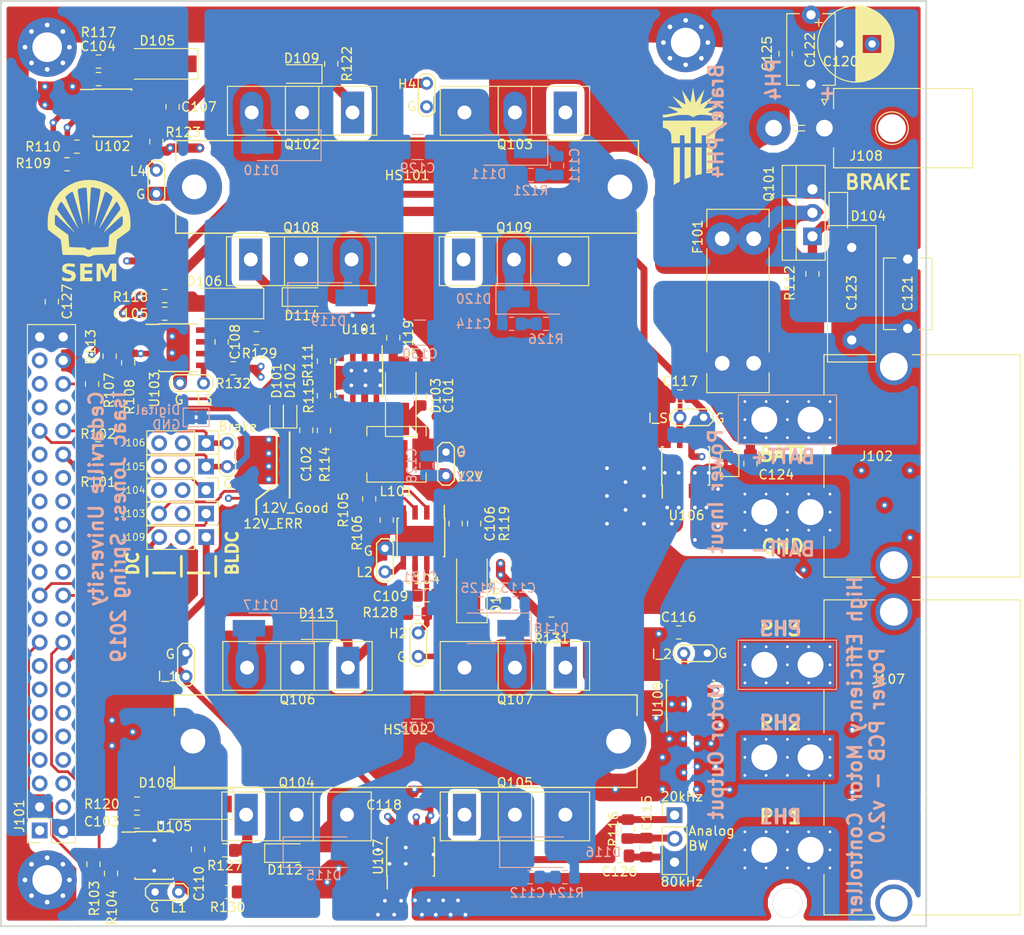
<source format=kicad_pcb>
(kicad_pcb (version 20171130) (host pcbnew "(5.0.0)")
  (title_block (title "Power Board PCB") (date 2019-02-26) (company "Cedarville University") (comment 1 "Supermileage Motor Controller") (comment 2 "Senior Design 2018-2019") (comment 3 "Isaac Jones"))
  (layers (0 F.Cu signal) (1 In1.Cu signal) (2 In2.Cu signal) (31 B.Cu signal) (34 B.Paste user hide) (35 F.Paste user hide) (36 B.SilkS user) (37 F.SilkS user) (38 B.Mask user) (39 F.Mask user) (44 Edge.Cuts user))
  (net 0 "")
  (net 1 "Net-(C101-Pad2)")
  (net 2 "Net-(C101-Pad1)")
  (net 3 /V_BUCK)
  (net 4 GNDPWR)
  (net 5 "Net-(C107-Pad2)")
  (net 6 "Net-(C108-Pad2)")
  (net 7 "Net-(C109-Pad1)")
  (net 8 "Net-(C110-Pad2)")
  (net 9 "Net-(C111-Pad2)")
  (net 10 /MOTOR_PH4)
  (net 11 /PH1)
  (net 12 "Net-(C112-Pad2)")
  (net 13 "Net-(C113-Pad2)")
  (net 14 /PH2)
  (net 15 "Net-(C114-Pad2)")
  (net 16 /MOTOR_PH3)
  (net 17 "Net-(D101-Pad2)")
  (net 18 /P_GOOD)
  (net 19 +BATT)
  (net 20 "Net-(D104-Pad2)")
  (net 21 "Net-(D109-Pad1)")
  (net 22 "Net-(D112-Pad1)")
  (net 23 "Net-(D113-Pad1)")
  (net 24 "Net-(D114-Pad1)")
  (net 25 /V_IN)
  (net 26 /P3H_in)
  (net 27 /BH3)
  (net 28 /BH2)
  (net 29 /BL2)
  (net 30 /BL3)
  (net 31 /P3L_in)
  (net 32 /BH1)
  (net 33 /BH4)
  (net 34 GNDD)
  (net 35 /BRAKE)
  (net 36 /BL4)
  (net 37 /BL1)
  (net 38 /ADC_I_Sum)
  (net 39 /ADC_I_Ph_1)
  (net 40 /I_Ph_1)
  (net 41 +5V)
  (net 42 /BW_SEL)
  (net 43 GNDA)
  (net 44 "Net-(Q103-Pad1)")
  (net 45 "Net-(Q105-Pad1)")
  (net 46 "Net-(Q107-Pad1)")
  (net 47 "Net-(Q109-Pad1)")
  (net 48 /PWM_H_IDLE)
  (net 49 /PWM_L_IDLE)
  (net 50 "Net-(R111-Pad1)")
  (net 51 "Net-(R114-Pad2)")
  (net 52 "Net-(D105-Pad2)")
  (net 53 "Net-(D106-Pad2)")
  (net 54 "Net-(D107-Pad2)")
  (net 55 "Net-(D108-Pad2)")
  (net 56 /HS4)
  (net 57 /LS4)
  (net 58 /HS1)
  (net 59 /HS2)
  (net 60 /HS3)
  (net 61 /LS1)
  (net 62 /LS2)
  (net 63 /LS3)
  (net 64 /ADC_I_Ph_2)
  (net 65 /ENABLE)
  (net 66 /MOTOR_PH1)
  (net 67 /MOTOR_PH2)
  (net 68 "Net-(J101-Pad4)")
  (net 69 "Net-(J101-Pad5)")
  (net 70 /EXTREF_2V5)
  (net 71 "Net-(J101-Pad7)")
  (net 72 "Net-(J101-Pad8)")
  (net 73 "Net-(J101-Pad9)")
  (net 74 "Net-(J101-Pad10)")
  (net 75 "Net-(J101-Pad11)")
  (net 76 "Net-(J101-Pad12)")
  (net 77 "Net-(J101-Pad13)")
  (net 78 /P4H_in)
  (net 79 "Net-(J101-Pad24)")
  (net 80 "Net-(J101-Pad25)")
  (net 81 /P4L_in)
  (net 82 "Net-(J101-Pad27)")
  (net 83 "Net-(J101-Pad28)")
  (net 84 "Net-(J101-Pad29)")
  (net 85 "Net-(J101-Pad30)")
  (net 86 "Net-(J101-Pad31)")
  (net 87 "Net-(J101-Pad32)")
  (net 88 "Net-(J101-Pad33)")
  (net 89 "Net-(J101-Pad37)")
  (net 90 "Net-(J101-Pad38)")
  (net 91 "Net-(J101-Pad39)")
  (net 92 "Net-(J101-Pad41)")
  (net 93 GNDMOS)
  (net 94 "Net-(F101-Pad1)")
  (module supermileage_footprints:Molex_Mega-Fit_76825-0002_2x01_P5.70mm_Horizontal (layer F.Cu) (at 189 63.75 270)
    (fp_text reference J108 (at 3 -4.5) (layer F.SilkS))
    (fp_text value Brake)
    (pad 0 thru_hole circle (at 0 -7.3 270) (size 3 3) (drill 3) (layers *.Cu *.Mask) (net 4 GNDPWR))
    (pad 2 thru_hole circle (at 0 5.5 270) (size 3.7 3.7) (drill 1.8) (layers *.Cu *.Mask) (net 10 /MOTOR_PH4))
    (pad 1 thru_hole rect (at 0 0 270) (size 3.7 3.7) (drill 1.8) (layers *.Cu *.Mask) (net 19 +BATT))
  )
  (module MountingHole:MountingHole_3.2mm_M3 (layer F.Cu) (at 185 147.475)
    (fp_text reference GNDPWR hide)
    (fp_text value MountingHole_3.2mm_M3)
    (pad "" thru_hole circle (at 0 0) (size 3.2 3.2) (drill 3.2) (layers *.Cu *.Mask))
  )
  (module supermileage_footprints:cedarville-logo_silkscreen (layer F.Cu) (at 175 65)
    (fp_text reference G*** hide)
    (fp_text value LOGO hide)
  )
  (module supermileage_footprints:shell-logo_silkscreen (layer F.Cu) (at 109.5 75)
    (fp_text reference G*** hide)
    (fp_text value LOGO hide)
  )
  (module Diode_SMD:D_SMA_Handsoldering (layer B.Cu) (at 129.3 117.8 180)
    (fp_text reference D117 (at 1.2 2.5 180) (layer B.SilkS) (effects (justify mirror)))
    (fp_text value SK56A)
    (pad 1 smd rect (at -2.5 0 180) (size 3.5 1.8) (layers B.Cu B.Paste B.Mask) (net 19 +BATT))
    (pad 2 smd rect (at 2.5 0 180) (size 3.5 1.8) (layers B.Cu B.Paste B.Mask) (net 14 /PH2))
  )
  (module supermileage_footprints:Molex_Mini-Fit_Sr_42820-32XX_1x03_P10.00mm_Horizontal_ThermalVias (layer F.Cu) (at 182.5 121.75)
    (fp_text reference J107 (at 13.4 1.55) (layer F.SilkS))
    (fp_text value Motor_BLDC)
    (pad 0 thru_hole circle (at 14 25.73) (size 4 4) (drill 3) (layers *.Cu *.Mask) (net 4 GNDPWR))
    (pad 0 thru_hole circle (at 14 -5.73) (size 4 4) (drill 3) (layers *.Cu *.Mask) (net 4 GNDPWR))
    (pad 3 thru_hole circle (at 7.1 21.95) (size 0.6 0.6) (drill 0.3) (layers *.Cu *.Mask) (net 66 /MOTOR_PH1))
    (pad 3 thru_hole circle (at 4.8 21.95) (size 0.6 0.6) (drill 0.3) (layers *.Cu *.Mask) (net 66 /MOTOR_PH1))
    (pad 3 thru_hole circle (at 2.5 21.95) (size 0.6 0.6) (drill 0.3) (layers *.Cu *.Mask) (net 66 /MOTOR_PH1))
    (pad 3 thru_hole circle (at 0.2 21.95) (size 0.6 0.6) (drill 0.3) (layers *.Cu *.Mask) (net 66 /MOTOR_PH1))
    (pad 3 thru_hole circle (at -2.1 21.95) (size 0.6 0.6) (drill 0.3) (layers *.Cu *.Mask) (net 66 /MOTOR_PH1))
    (pad 3 thru_hole circle (at 7.1 18.05) (size 0.6 0.6) (drill 0.3) (layers *.Cu *.Mask) (net 66 /MOTOR_PH1))
    (pad 3 thru_hole circle (at 4.8 18.05) (size 0.6 0.6) (drill 0.3) (layers *.Cu *.Mask) (net 66 /MOTOR_PH1))
    (pad 3 thru_hole circle (at 2.5 18.05) (size 0.6 0.6) (drill 0.3) (layers *.Cu *.Mask) (net 66 /MOTOR_PH1))
    (pad 3 thru_hole circle (at 0.2 18.05) (size 0.6 0.6) (drill 0.3) (layers *.Cu *.Mask) (net 66 /MOTOR_PH1))
    (pad 3 thru_hole circle (at -2.1 18.05) (size 0.6 0.6) (drill 0.3) (layers *.Cu *.Mask) (net 66 /MOTOR_PH1))
    (pad 3 thru_hole circle (at 7.1 20) (size 0.6 0.6) (drill 0.3) (layers *.Cu *.Mask) (net 66 /MOTOR_PH1))
    (pad 3 thru_hole circle (at 2.5 20) (size 0.6 0.6) (drill 0.3) (layers *.Cu *.Mask) (net 66 /MOTOR_PH1))
    (pad 3 thru_hole circle (at -2.1 20) (size 0.6 0.6) (drill 0.3) (layers *.Cu *.Mask) (net 66 /MOTOR_PH1))
    (pad 2 thru_hole circle (at 7.1 11.95) (size 0.6 0.6) (drill 0.3) (layers *.Cu *.Mask) (net 67 /MOTOR_PH2))
    (pad 2 thru_hole circle (at 4.8 11.95) (size 0.6 0.6) (drill 0.3) (layers *.Cu *.Mask) (net 67 /MOTOR_PH2))
    (pad 2 thru_hole circle (at 2.5 11.95) (size 0.6 0.6) (drill 0.3) (layers *.Cu *.Mask) (net 67 /MOTOR_PH2))
    (pad 2 thru_hole circle (at 0.2 11.95) (size 0.6 0.6) (drill 0.3) (layers *.Cu *.Mask) (net 67 /MOTOR_PH2))
    (pad 2 thru_hole circle (at -2.1 11.95) (size 0.6 0.6) (drill 0.3) (layers *.Cu *.Mask) (net 67 /MOTOR_PH2))
    (pad 2 thru_hole circle (at 7.1 8.05) (size 0.6 0.6) (drill 0.3) (layers *.Cu *.Mask) (net 67 /MOTOR_PH2))
    (pad 2 thru_hole circle (at 4.8 8.05) (size 0.6 0.6) (drill 0.3) (layers *.Cu *.Mask) (net 67 /MOTOR_PH2))
    (pad 2 thru_hole circle (at 2.5 8.05) (size 0.6 0.6) (drill 0.3) (layers *.Cu *.Mask) (net 67 /MOTOR_PH2))
    (pad 2 thru_hole circle (at 0.2 8.05) (size 0.6 0.6) (drill 0.3) (layers *.Cu *.Mask) (net 67 /MOTOR_PH2))
    (pad 2 thru_hole circle (at -2.1 8.05) (size 0.6 0.6) (drill 0.3) (layers *.Cu *.Mask) (net 67 /MOTOR_PH2))
    (pad 2 thru_hole circle (at 7.1 10) (size 0.6 0.6) (drill 0.3) (layers *.Cu *.Mask) (net 67 /MOTOR_PH2))
    (pad 2 thru_hole circle (at 2.5 10) (size 0.6 0.6) (drill 0.3) (layers *.Cu *.Mask) (net 67 /MOTOR_PH2))
    (pad 2 thru_hole circle (at -2.1 10) (size 0.6 0.6) (drill 0.3) (layers *.Cu *.Mask) (net 67 /MOTOR_PH2))
    (pad 1 thru_hole roundrect (at 7.1 1.95) (size 0.6 0.6) (drill 0.3) (layers *.Cu *.Mask) (net 16 /MOTOR_PH3))
    (pad 1 thru_hole roundrect (at 4.8 1.95) (size 0.6 0.6) (drill 0.3) (layers *.Cu *.Mask) (net 16 /MOTOR_PH3))
    (pad 1 thru_hole roundrect (at 2.5 1.95) (size 0.6 0.6) (drill 0.3) (layers *.Cu *.Mask) (net 16 /MOTOR_PH3))
    (pad 1 thru_hole roundrect (at 0.2 1.95) (size 0.6 0.6) (drill 0.3) (layers *.Cu *.Mask) (net 16 /MOTOR_PH3))
    (pad 1 thru_hole roundrect (at -2.1 1.95) (size 0.6 0.6) (drill 0.3) (layers *.Cu *.Mask) (net 16 /MOTOR_PH3))
    (pad 1 thru_hole roundrect (at 7.1 -1.95) (size 0.6 0.6) (drill 0.3) (layers *.Cu *.Mask) (net 16 /MOTOR_PH3))
    (pad 1 thru_hole roundrect (at 4.8 -1.95) (size 0.6 0.6) (drill 0.3) (layers *.Cu *.Mask) (net 16 /MOTOR_PH3))
    (pad 1 thru_hole roundrect (at 2.5 -1.95) (size 0.6 0.6) (drill 0.3) (layers *.Cu *.Mask) (net 16 /MOTOR_PH3))
    (pad 1 thru_hole roundrect (at 0.2 -1.95) (size 0.6 0.6) (drill 0.3) (layers *.Cu *.Mask) (net 16 /MOTOR_PH3))
    (pad 1 thru_hole roundrect (at -2.1 -1.95) (size 0.6 0.6) (drill 0.3) (layers *.Cu *.Mask) (net 16 /MOTOR_PH3))
    (pad 1 thru_hole roundrect (at 7.1 0) (size 0.6 0.6) (drill 0.3) (layers *.Cu *.Mask) (net 16 /MOTOR_PH3))
    (pad 1 thru_hole roundrect (at 2.5 0) (size 0.6 0.6) (drill 0.3) (layers *.Cu *.Mask) (net 16 /MOTOR_PH3))
    (pad 1 thru_hole roundrect (at -2.1 0) (size 0.6 0.6) (drill 0.3) (layers *.Cu *.Mask) (net 16 /MOTOR_PH3))
    (pad 3 thru_hole rect (at 5 20) (size 5.1 4.8) (drill 2.8) (layers *.Cu *.Mask) (net 66 /MOTOR_PH1))
    (pad 2 thru_hole rect (at 5 10) (size 5.1 4.8) (drill 2.8) (layers *.Cu *.Mask) (net 67 /MOTOR_PH2))
    (pad 1 thru_hole rect (at 5 0) (size 5.1 4.8) (drill 2.8) (layers *.Cu *.Mask) (net 16 /MOTOR_PH3))
    (pad 3 thru_hole rect (at 0 20) (size 5.1 4.8) (drill 2.8) (layers *.Cu *.Mask) (net 66 /MOTOR_PH1))
    (pad 2 thru_hole rect (at 0 10) (size 5.1 4.8) (drill 2.8) (layers *.Cu *.Mask) (net 67 /MOTOR_PH2))
    (pad 1 thru_hole rect (at 0 0) (size 5.1 4.8) (drill 2.8) (layers *.Cu *.Mask) (net 16 /MOTOR_PH3))
  )
  (module supermileage_footprints:Molex_Mini-Fit_Sr_42820-22XX_1x02_P10.00mm_Horizontal_ThermalVias (layer F.Cu) (at 182.5 95.25)
    (fp_text reference J102 (at 12.1 3.95) (layer F.SilkS))
    (fp_text value Battery)
    (pad 1 thru_hole rect (at 0 0) (size 5.1 4.8) (drill 2.8) (layers *.Cu *.Mask) (net 25 /V_IN))
    (pad 2 thru_hole rect (at 0 10) (size 5.1 4.8) (drill 2.8) (layers *.Cu *.Mask) (net 4 GNDPWR))
    (pad 1 thru_hole rect (at 5 0) (size 5.1 4.8) (drill 2.8) (layers *.Cu *.Mask) (net 25 /V_IN))
    (pad 2 thru_hole rect (at 5 10) (size 5.1 4.8) (drill 2.8) (layers *.Cu *.Mask) (net 4 GNDPWR))
    (pad 1 thru_hole roundrect (at -2.1 0) (size 0.6 0.6) (drill 0.3) (layers *.Cu *.Mask) (net 25 /V_IN))
    (pad 1 thru_hole roundrect (at 2.5 0) (size 0.6 0.6) (drill 0.3) (layers *.Cu *.Mask) (net 25 /V_IN))
    (pad 1 thru_hole roundrect (at 7.1 0) (size 0.6 0.6) (drill 0.3) (layers *.Cu *.Mask) (net 25 /V_IN))
    (pad 1 thru_hole roundrect (at -2.1 -1.95) (size 0.6 0.6) (drill 0.3) (layers *.Cu *.Mask) (net 25 /V_IN))
    (pad 1 thru_hole roundrect (at 0.2 -1.95) (size 0.6 0.6) (drill 0.3) (layers *.Cu *.Mask) (net 25 /V_IN))
    (pad 1 thru_hole roundrect (at 2.5 -1.95) (size 0.6 0.6) (drill 0.3) (layers *.Cu *.Mask) (net 25 /V_IN))
    (pad 1 thru_hole roundrect (at 4.8 -1.95) (size 0.6 0.6) (drill 0.3) (layers *.Cu *.Mask) (net 25 /V_IN))
    (pad 1 thru_hole roundrect (at 7.1 -1.95) (size 0.6 0.6) (drill 0.3) (layers *.Cu *.Mask) (net 25 /V_IN))
    (pad 1 thru_hole roundrect (at -2.1 1.95) (size 0.6 0.6) (drill 0.3) (layers *.Cu *.Mask) (net 25 /V_IN))
    (pad 1 thru_hole roundrect (at 0.2 1.95) (size 0.6 0.6) (drill 0.3) (layers *.Cu *.Mask) (net 25 /V_IN))
    (pad 1 thru_hole roundrect (at 2.5 1.95) (size 0.6 0.6) (drill 0.3) (layers *.Cu *.Mask) (net 25 /V_IN))
    (pad 1 thru_hole roundrect (at 4.8 1.95) (size 0.6 0.6) (drill 0.3) (layers *.Cu *.Mask) (net 25 /V_IN))
    (pad 1 thru_hole roundrect (at 7.1 1.95) (size 0.6 0.6) (drill 0.3) (layers *.Cu *.Mask) (net 25 /V_IN))
    (pad 2 thru_hole circle (at -2.1 10) (size 0.6 0.6) (drill 0.3) (layers *.Cu *.Mask) (net 4 GNDPWR))
    (pad 2 thru_hole circle (at 2.5 10) (size 0.6 0.6) (drill 0.3) (layers *.Cu *.Mask) (net 4 GNDPWR))
    (pad 2 thru_hole circle (at 7.1 10) (size 0.6 0.6) (drill 0.3) (layers *.Cu *.Mask) (net 4 GNDPWR))
    (pad 2 thru_hole circle (at -2.1 8.05) (size 0.6 0.6) (drill 0.3) (layers *.Cu *.Mask) (net 4 GNDPWR))
    (pad 2 thru_hole circle (at 0.2 8.05) (size 0.6 0.6) (drill 0.3) (layers *.Cu *.Mask) (net 4 GNDPWR))
    (pad 2 thru_hole circle (at 2.5 8.05) (size 0.6 0.6) (drill 0.3) (layers *.Cu *.Mask) (net 4 GNDPWR))
    (pad 2 thru_hole circle (at 4.8 8.05) (size 0.6 0.6) (drill 0.3) (layers *.Cu *.Mask) (net 4 GNDPWR))
    (pad 2 thru_hole circle (at 7.1 8.05) (size 0.6 0.6) (drill 0.3) (layers *.Cu *.Mask) (net 4 GNDPWR))
    (pad 2 thru_hole circle (at -2.1 11.95) (size 0.6 0.6) (drill 0.3) (layers *.Cu *.Mask) (net 4 GNDPWR))
    (pad 2 thru_hole circle (at 0.2 11.95) (size 0.6 0.6) (drill 0.3) (layers *.Cu *.Mask) (net 4 GNDPWR))
    (pad 2 thru_hole circle (at 2.5 11.95) (size 0.6 0.6) (drill 0.3) (layers *.Cu *.Mask) (net 4 GNDPWR))
    (pad 2 thru_hole circle (at 4.8 11.95) (size 0.6 0.6) (drill 0.3) (layers *.Cu *.Mask) (net 4 GNDPWR))
    (pad 2 thru_hole circle (at 7.1 11.95) (size 0.6 0.6) (drill 0.3) (layers *.Cu *.Mask) (net 4 GNDPWR))
    (pad 0 thru_hole circle (at 14 -5.73) (size 4 4) (drill 3) (layers *.Cu *.Mask) (net 4 GNDPWR))
    (pad 0 thru_hole circle (at 14 15.73) (size 4 4) (drill 3) (layers *.Cu *.Mask) (net 4 GNDPWR))
  )
  (module supermileage_footprints:Heatsink_CR401x50 (layer F.Cu) (at 143.75 130)
    (fp_text reference HS102 (at 0 -1.25) (layer F.SilkS))
    (fp_text value CR401)
    (pad 1 thru_hole circle (at -23 0) (size 6 6) (drill 2.67) (layers *.Cu *.Mask) (net 93 GNDMOS))
    (pad 1 thru_hole circle (at 23 0) (size 6 6) (drill 2.67) (layers *.Cu *.Mask) (net 93 GNDMOS))
  )
  (module supermileage_footprints:Heatsink_CR401x50 (layer F.Cu) (at 143.9 70.1)
    (fp_text reference HS101 (at 0 -1.25) (layer F.SilkS))
    (fp_text value CR401)
    (pad 1 thru_hole circle (at -23 0) (size 6 6) (drill 2.67) (layers *.Cu *.Mask) (net 93 GNDMOS))
    (pad 1 thru_hole circle (at 23 0) (size 6 6) (drill 2.67) (layers *.Cu *.Mask) (net 93 GNDMOS))
  )
  (module supermileage_footprints:Keystone_Blade_Fuseholder_3557-2 (layer F.Cu) (at 181.356 75.692 270)
    (fp_text reference F101 (at -0.2 6.05 90) (layer F.SilkS))
    (fp_text value Fuse/Bypass)
    (pad 1 thru_hole circle (at 0 0 270) (size 3.5 3.5) (drill 1.6) (layers *.Cu *.Mask) (net 94 "Net-(F101-Pad1)"))
    (pad 2 thru_hole circle (at 13.47 0 270) (size 3.5 3.5) (drill 1.6) (layers *.Cu *.Mask) (net 25 /V_IN))
    (pad 1 thru_hole circle (at 0 3.4 270) (size 3.5 3.5) (drill 1.6) (layers *.Cu *.Mask) (net 94 "Net-(F101-Pad1)"))
    (pad 2 thru_hole circle (at 13.47 3.4 270) (size 3.5 3.5) (drill 1.6) (layers *.Cu *.Mask) (net 25 /V_IN))
  )
  (module MountingHole:MountingHole_3.2mm_M3_Pad_Via (layer F.Cu) (at 174 54.5)
    (fp_text reference REF** hide)
    (fp_text value MountingHole_3.2mm_M3_Pad_Via)
    (pad 1 thru_hole circle (at 0 0) (size 6.4 6.4) (drill 3.2) (layers *.Cu *.Mask) (net 4 GNDPWR))
    (pad 1 thru_hole circle (at 2.4 0) (size 0.8 0.8) (drill 0.5) (layers *.Cu *.Mask) (net 4 GNDPWR))
    (pad 1 thru_hole circle (at 1.697056 1.697056) (size 0.8 0.8) (drill 0.5) (layers *.Cu *.Mask) (net 4 GNDPWR))
    (pad 1 thru_hole circle (at 0 2.4) (size 0.8 0.8) (drill 0.5) (layers *.Cu *.Mask) (net 4 GNDPWR))
    (pad 1 thru_hole circle (at -1.697056 1.697056) (size 0.8 0.8) (drill 0.5) (layers *.Cu *.Mask) (net 4 GNDPWR))
    (pad 1 thru_hole circle (at -2.4 0) (size 0.8 0.8) (drill 0.5) (layers *.Cu *.Mask) (net 4 GNDPWR))
    (pad 1 thru_hole circle (at -1.697056 -1.697056) (size 0.8 0.8) (drill 0.5) (layers *.Cu *.Mask) (net 4 GNDPWR))
    (pad 1 thru_hole circle (at 0 -2.4) (size 0.8 0.8) (drill 0.5) (layers *.Cu *.Mask) (net 4 GNDPWR))
    (pad 1 thru_hole circle (at 1.697056 -1.697056) (size 0.8 0.8) (drill 0.5) (layers *.Cu *.Mask) (net 4 GNDPWR))
  )
  (module Capacitor_SMD:C_0805_2012Metric_Pad1.15x1.40mm_HandSolder (layer F.Cu) (at 145.3 92.7 90)
    (fp_text reference C101 (at 0.05 3.05 90) (layer F.SilkS))
    (fp_text value 0.1u/>16V)
    (pad 2 smd roundrect (at 1.025 0 90) (size 1.15 1.4) (layers F.Cu F.Paste F.Mask) (roundrect_rratio 0.217391) (net 1 "Net-(C101-Pad2)"))
    (pad 1 smd roundrect (at -1.025 0 90) (size 1.15 1.4) (layers F.Cu F.Paste F.Mask) (roundrect_rratio 0.217391) (net 2 "Net-(C101-Pad1)"))
  )
  (module Capacitor_SMD:C_0805_2012Metric_Pad1.15x1.40mm_HandSolder (layer F.Cu) (at 133 96.4 90)
    (fp_text reference C102 (at -3.65 0 90) (layer F.SilkS))
    (fp_text value 1u)
    (pad 1 smd roundrect (at -1.025 0 90) (size 1.15 1.4) (layers F.Cu F.Paste F.Mask) (roundrect_rratio 0.217391) (net 3 /V_BUCK))
    (pad 2 smd roundrect (at 1.025 0 90) (size 1.15 1.4) (layers F.Cu F.Paste F.Mask) (roundrect_rratio 0.217391) (net 93 GNDMOS))
  )
  (module Capacitor_SMD:C_0805_2012Metric_Pad1.15x1.40mm_HandSolder (layer F.Cu) (at 114.7 138.7)
    (fp_text reference C103 (at -3.8 0) (layer F.SilkS))
    (fp_text value 1u)
    (pad 2 smd roundrect (at 1.025 0) (size 1.15 1.4) (layers F.Cu F.Paste F.Mask) (roundrect_rratio 0.217391) (net 93 GNDMOS))
    (pad 1 smd roundrect (at -1.025 0) (size 1.15 1.4) (layers F.Cu F.Paste F.Mask) (roundrect_rratio 0.217391) (net 3 /V_BUCK))
  )
  (module Capacitor_SMD:C_0805_2012Metric_Pad1.15x1.40mm_HandSolder (layer F.Cu) (at 110.55 58.45)
    (fp_text reference C104 (at -0.05 -3.55) (layer F.SilkS))
    (fp_text value 1u)
    (pad 1 smd roundrect (at -1.025 0) (size 1.15 1.4) (layers F.Cu F.Paste F.Mask) (roundrect_rratio 0.217391) (net 3 /V_BUCK))
    (pad 2 smd roundrect (at 1.025 0) (size 1.15 1.4) (layers F.Cu F.Paste F.Mask) (roundrect_rratio 0.217391) (net 93 GNDMOS))
  )
  (module Capacitor_SMD:C_0805_2012Metric_Pad1.15x1.40mm_HandSolder (layer F.Cu) (at 117.7 83.8)
    (fp_text reference C105 (at -3.7 0) (layer F.SilkS))
    (fp_text value 1u)
    (pad 2 smd roundrect (at 1.025 0) (size 1.15 1.4) (layers F.Cu F.Paste F.Mask) (roundrect_rratio 0.217391) (net 93 GNDMOS))
    (pad 1 smd roundrect (at -1.025 0) (size 1.15 1.4) (layers F.Cu F.Paste F.Mask) (roundrect_rratio 0.217391) (net 3 /V_BUCK))
  )
  (module Capacitor_SMD:C_0805_2012Metric_Pad1.15x1.40mm_HandSolder (layer F.Cu) (at 149.142598 106.481834 270)
    (fp_text reference C106 (at 0.018166 -3.707402 270) (layer F.SilkS))
    (fp_text value 1u)
    (pad 1 smd roundrect (at -1.025 0 270) (size 1.15 1.4) (layers F.Cu F.Paste F.Mask) (roundrect_rratio 0.217391) (net 3 /V_BUCK))
    (pad 2 smd roundrect (at 1.025 0 270) (size 1.15 1.4) (layers F.Cu F.Paste F.Mask) (roundrect_rratio 0.217391) (net 93 GNDMOS))
  )
  (module Capacitor_SMD:C_0805_2012Metric_Pad1.15x1.40mm_HandSolder (layer F.Cu) (at 118.55 61.45 90)
    (fp_text reference C107 (at 0 2.85 180) (layer F.SilkS))
    (fp_text value 0.1u)
    (pad 1 smd roundrect (at -1.025 0 90) (size 1.15 1.4) (layers F.Cu F.Paste F.Mask) (roundrect_rratio 0.217391) (net 10 /MOTOR_PH4))
    (pad 2 smd roundrect (at 1.025 0 90) (size 1.15 1.4) (layers F.Cu F.Paste F.Mask) (roundrect_rratio 0.217391) (net 5 "Net-(C107-Pad2)"))
  )
  (module Capacitor_SMD:C_0805_2012Metric_Pad1.15x1.40mm_HandSolder (layer F.Cu) (at 123.85 86.85 90)
    (fp_text reference C108 (at 0 1.45 90) (layer F.SilkS))
    (fp_text value 0.1u)
    (pad 1 smd roundrect (at -1.025 0 90) (size 1.15 1.4) (layers F.Cu F.Paste F.Mask) (roundrect_rratio 0.217391) (net 16 /MOTOR_PH3))
    (pad 2 smd roundrect (at 1.025 0 90) (size 1.15 1.4) (layers F.Cu F.Paste F.Mask) (roundrect_rratio 0.217391) (net 6 "Net-(C108-Pad2)"))
  )
  (module Capacitor_SMD:C_0805_2012Metric_Pad1.15x1.40mm_HandSolder (layer F.Cu) (at 146.042598 114.231834 180)
    (fp_text reference C109 (at 3.942598 -0.118166 180) (layer F.SilkS))
    (fp_text value 0.1u)
    (pad 1 smd roundrect (at -1.025 0 180) (size 1.15 1.4) (layers F.Cu F.Paste F.Mask) (roundrect_rratio 0.217391) (net 7 "Net-(C109-Pad1)"))
    (pad 2 smd roundrect (at 1.025 0 180) (size 1.15 1.4) (layers F.Cu F.Paste F.Mask) (roundrect_rratio 0.217391) (net 14 /PH2))
  )
  (module Capacitor_SMD:C_0805_2012Metric_Pad1.15x1.40mm_HandSolder (layer F.Cu) (at 121.3 141.7 90)
    (fp_text reference C110 (at -3.7 0.1 90) (layer F.SilkS))
    (fp_text value 0.1u)
    (pad 2 smd roundrect (at 1.025 0 90) (size 1.15 1.4) (layers F.Cu F.Paste F.Mask) (roundrect_rratio 0.217391) (net 8 "Net-(C110-Pad2)"))
    (pad 1 smd roundrect (at -1.025 0 90) (size 1.15 1.4) (layers F.Cu F.Paste F.Mask) (roundrect_rratio 0.217391) (net 11 /PH1))
  )
  (module Capacitor_SMD:C_0805_2012Metric_Pad1.15x1.40mm_HandSolder (layer B.Cu) (at 160.1 67.8 270)
    (fp_text reference C111 (at 0 -1.9 270) (layer B.SilkS) (effects (justify mirror)))
    (fp_text value 10n)
    (pad 2 smd roundrect (at 1.025 0 270) (size 1.15 1.4) (layers B.Cu B.Paste B.Mask) (roundrect_rratio 0.217391) (net 9 "Net-(C111-Pad2)"))
    (pad 1 smd roundrect (at -1.025 0 270) (size 1.15 1.4) (layers B.Cu B.Paste B.Mask) (roundrect_rratio 0.217391) (net 10 /MOTOR_PH4))
  )
  (module Capacitor_SMD:C_0805_2012Metric_Pad1.15x1.40mm_HandSolder (layer B.Cu) (at 157.2 144.7)
    (fp_text reference C112 (at -0.3 1.7) (layer B.SilkS) (effects (justify mirror)))
    (fp_text value 10n)
    (pad 1 smd roundrect (at -1.025 0) (size 1.15 1.4) (layers B.Cu B.Paste B.Mask) (roundrect_rratio 0.217391) (net 11 /PH1))
    (pad 2 smd roundrect (at 1.025 0) (size 1.15 1.4) (layers B.Cu B.Paste B.Mask) (roundrect_rratio 0.217391) (net 12 "Net-(C112-Pad2)"))
  )
  (module Capacitor_SMD:C_0805_2012Metric_Pad1.15x1.40mm_HandSolder (layer B.Cu) (at 155.6 115.1 180)
    (fp_text reference C113 (at -0.3 1.65 180) (layer B.SilkS) (effects (justify mirror)))
    (fp_text value 10n)
    (pad 2 smd roundrect (at 1.025 0 180) (size 1.15 1.4) (layers B.Cu B.Paste B.Mask) (roundrect_rratio 0.217391) (net 13 "Net-(C113-Pad2)"))
    (pad 1 smd roundrect (at -1.025 0 180) (size 1.15 1.4) (layers B.Cu B.Paste B.Mask) (roundrect_rratio 0.217391) (net 14 /PH2))
  )
  (module Capacitor_SMD:C_0805_2012Metric_Pad1.15x1.40mm_HandSolder (layer B.Cu) (at 155.2 84.9)
    (fp_text reference C114 (at -4.1 0) (layer B.SilkS) (effects (justify mirror)))
    (fp_text value 10n)
    (pad 2 smd roundrect (at 1.025 0) (size 1.15 1.4) (layers B.Cu B.Paste B.Mask) (roundrect_rratio 0.217391) (net 15 "Net-(C114-Pad2)"))
    (pad 1 smd roundrect (at -1.025 0) (size 1.15 1.4) (layers B.Cu B.Paste B.Mask) (roundrect_rratio 0.217391) (net 16 /MOTOR_PH3))
  )
  (module LED_SMD:LED_0603_1608Metric_Pad1.05x0.95mm_HandSolder (layer F.Cu) (at 129.8 94.5 90)
    (fp_text reference D101 (at 3.45 0 90) (layer F.SilkS))
    (fp_text value LED_RED)
    (pad 2 smd roundrect (at 0.875 0 90) (size 1.05 0.95) (layers F.Cu F.Paste F.Mask) (net 17 "Net-(D101-Pad2)"))
    (pad 1 smd roundrect (at -0.875 0 90) (size 1.05 0.95) (layers F.Cu F.Paste F.Mask) (net 18 /P_GOOD))
  )
  (module LED_SMD:LED_0603_1608Metric_Pad1.05x0.95mm_HandSolder (layer F.Cu) (at 131.25 94.5 90)
    (fp_text reference D102 (at 3.45 0 90) (layer F.SilkS))
    (fp_text value LED_GRN)
    (pad 1 smd roundrect (at -0.875 0 90) (size 1.05 0.95) (layers F.Cu F.Paste F.Mask) (net 93 GNDMOS))
    (pad 2 smd roundrect (at 0.875 0 90) (size 1.05 0.95) (layers F.Cu F.Paste F.Mask) (net 17 "Net-(D101-Pad2)"))
  )
  (module Diode_SMD:D_SOD-123F (layer F.Cu) (at 190.5 72.898 270)
    (fp_text reference D104 (at 0.352 -3.25) (layer F.SilkS))
    (fp_text value Zener_15V)
    (pad 1 smd rect (at -1.4 0 270) (size 1.1 1.1) (layers F.Cu F.Paste F.Mask) (net 19 +BATT))
    (pad 2 smd rect (at 1.4 0 270) (size 1.1 1.1) (layers F.Cu F.Paste F.Mask) (net 20 "Net-(D104-Pad2)"))
  )
  (module Diode_SMD:D_SOD-123F (layer F.Cu) (at 132.5 57.9 180)
    (fp_text reference D109 (at 0 1.7 180) (layer F.SilkS))
    (fp_text value Zener_15V)
    (pad 1 smd rect (at -1.4 0 180) (size 1.1 1.1) (layers F.Cu F.Paste F.Mask) (net 21 "Net-(D109-Pad1)"))
    (pad 2 smd rect (at 1.4 0 180) (size 1.1 1.1) (layers F.Cu F.Paste F.Mask) (net 10 /MOTOR_PH4))
  )
  (module Diode_SMD:D_SOD-123F (layer F.Cu) (at 130.7 142.1)
    (fp_text reference D112 (at 0 1.8) (layer F.SilkS))
    (fp_text value Zener_15V)
    (pad 2 smd rect (at 1.4 0) (size 1.1 1.1) (layers F.Cu F.Paste F.Mask) (net 11 /PH1))
    (pad 1 smd rect (at -1.4 0) (size 1.1 1.1) (layers F.Cu F.Paste F.Mask) (net 22 "Net-(D112-Pad1)"))
  )
  (module Diode_SMD:D_SOD-123F (layer F.Cu) (at 134.1 118 180)
    (fp_text reference D113 (at 0 1.8 180) (layer F.SilkS))
    (fp_text value Zener_15V)
    (pad 1 smd rect (at -1.4 0 180) (size 1.1 1.1) (layers F.Cu F.Paste F.Mask) (net 23 "Net-(D113-Pad1)"))
    (pad 2 smd rect (at 1.4 0 180) (size 1.1 1.1) (layers F.Cu F.Paste F.Mask) (net 14 /PH2))
  )
  (module Diode_SMD:D_SOD-123F (layer F.Cu) (at 132.6 82)
    (fp_text reference D114 (at -0.05 2) (layer F.SilkS))
    (fp_text value Zener_15V)
    (pad 2 smd rect (at 1.4 0) (size 1.1 1.1) (layers F.Cu F.Paste F.Mask) (net 16 /MOTOR_PH3))
    (pad 1 smd rect (at -1.4 0) (size 1.1 1.1) (layers F.Cu F.Paste F.Mask) (net 24 "Net-(D114-Pad1)"))
  )
  (module Connector_PinHeader_2.54mm:PinHeader_1x03_P2.54mm_Vertical (layer F.Cu) (at 122.174 105.41 270)
    (fp_text reference J103 (at 0 7.924) (layer F.SilkS) (effects (font (size 0.75 0.75) (thickness 0.1))))
    (fp_text value P3H)
    (pad 1 thru_hole rect (at 0 0 270) (size 1.7 1.7) (drill 1) (layers *.Cu *.Mask) (net 26 /P3H_in))
    (pad 2 thru_hole oval (at 0 2.54 270) (size 1.7 1.7) (drill 1) (layers *.Cu *.Mask) (net 27 /BH3))
    (pad 3 thru_hole oval (at 0 5.08 270) (size 1.7 1.7) (drill 1) (layers *.Cu *.Mask) (net 28 /BH2))
  )
  (module Connector_PinHeader_2.54mm:PinHeader_1x03_P2.54mm_Vertical (layer F.Cu) (at 122.174 102.87 270)
    (fp_text reference J104 (at 0 7.924) (layer F.SilkS) (effects (font (size 0.75 0.75) (thickness 0.1))))
    (fp_text value P3L)
    (pad 3 thru_hole oval (at 0 5.08 270) (size 1.7 1.7) (drill 1) (layers *.Cu *.Mask) (net 29 /BL2))
    (pad 2 thru_hole oval (at 0 2.54 270) (size 1.7 1.7) (drill 1) (layers *.Cu *.Mask) (net 30 /BL3))
    (pad 1 thru_hole rect (at 0 0 270) (size 1.7 1.7) (drill 1) (layers *.Cu *.Mask) (net 31 /P3L_in))
  )
  (module Connector_PinHeader_2.54mm:PinHeader_1x03_P2.54mm_Vertical (layer F.Cu) (at 122.174 100.33 270)
    (fp_text reference J105 (at 0 7.924) (layer F.SilkS) (effects (font (size 0.75 0.75) (thickness 0.1))))
    (fp_text value P4H)
    (pad 3 thru_hole oval (at 0 5.08 270) (size 1.7 1.7) (drill 1) (layers *.Cu *.Mask) (net 32 /BH1))
    (pad 2 thru_hole oval (at 0 2.54 270) (size 1.7 1.7) (drill 1) (layers *.Cu *.Mask) (net 33 /BH4))
    (pad 1 thru_hole rect (at 0 0 270) (size 1.7 1.7) (drill 1) (layers *.Cu *.Mask) (net 34 GNDD))
  )
  (module Connector_PinHeader_2.54mm:PinHeader_1x03_P2.54mm_Vertical (layer F.Cu) (at 122.186 97.79 270)
    (fp_text reference J106 (at -0.04 7.936) (layer F.SilkS) (effects (font (size 0.75 0.75) (thickness 0.1))))
    (fp_text value P4L)
    (pad 1 thru_hole rect (at 0 0 270) (size 1.7 1.7) (drill 1) (layers *.Cu *.Mask) (net 35 /BRAKE))
    (pad 2 thru_hole oval (at 0 2.54 270) (size 1.7 1.7) (drill 1) (layers *.Cu *.Mask) (net 36 /BL4))
    (pad 3 thru_hole oval (at 0 5.08 270) (size 1.7 1.7) (drill 1) (layers *.Cu *.Mask) (net 37 /BL1))
  )
  (module Connector_PinHeader_2.54mm:PinHeader_1x03_P2.54mm_Vertical (layer F.Cu) (at 122.186 107.95 270)
    (fp_text reference J109 (at 0 7.936) (layer F.SilkS) (effects (font (size 0.75 0.75) (thickness 0.1))))
    (fp_text value I_Sel)
    (pad 3 thru_hole oval (at 0 5.08 270) (size 1.7 1.7) (drill 1) (layers *.Cu *.Mask) (net 38 /ADC_I_Sum))
    (pad 2 thru_hole oval (at 0 2.54 270) (size 1.7 1.7) (drill 1) (layers *.Cu *.Mask) (net 39 /ADC_I_Ph_1))
    (pad 1 thru_hole rect (at 0 0 270) (size 1.7 1.7) (drill 1) (layers *.Cu *.Mask) (net 40 /I_Ph_1))
  )
  (module Connector_PinHeader_2.54mm:PinHeader_1x03_P2.54mm_Vertical (layer F.Cu) (at 172.8 138)
    (fp_text reference J110 hide)
    (fp_text value BW_SEL)
    (pad 1 thru_hole rect (at 0 0) (size 1.7 1.7) (drill 1) (layers *.Cu *.Mask) (net 41 +5V))
    (pad 2 thru_hole oval (at 0 2.54) (size 1.7 1.7) (drill 1) (layers *.Cu *.Mask) (net 42 /BW_SEL))
    (pad 3 thru_hole oval (at 0 5.08) (size 1.7 1.7) (drill 1) (layers *.Cu *.Mask) (net 43 GNDA))
  )
  (module Jumper:SolderJumper-2_P1.3mm_Bridged2Bar_Pad1.0x1.5mm (layer F.Cu) (at 178.75 100 90)
    (fp_text reference JP101 hide)
    (fp_text value Jumper_NC_Small)
    (pad 2 smd rect (at 0.65 0 90) (size 1 1.5) (layers F.Cu F.Mask) (net 43 GNDA))
    (pad 1 smd custom (at -0.65 0 90) (size 1 1.5) (layers F.Cu F.Mask) (net 4 GNDPWR) (options (clearance outline) (anchor rect)) (primitives (gr_poly (pts (xy 0.4 0.2) (xy 0.9 0.2) (xy 0.9 0.6) (xy 0.4 0.6)) (width 0)) (gr_poly (pts (xy 0.4 -0.6) (xy 0.9 -0.6) (xy 0.9 -0.2) (xy 0.4 -0.2)) (width 0))))
  )
  (module Jumper:SolderJumper-2_P1.3mm_Bridged2Bar_Pad1.0x1.5mm (layer B.Cu) (at 121.1 95)
    (fp_text reference JP102 hide)
    (fp_text value Jumper_NC_Small)
    (pad 1 smd custom (at -0.65 0) (size 1 1.5) (layers B.Cu B.Mask) (net 43 GNDA) (options (clearance outline) (anchor rect)) (primitives (gr_poly (pts (xy 0.4 -0.2) (xy 0.9 -0.2) (xy 0.9 -0.6) (xy 0.4 -0.6)) (width 0)) (gr_poly (pts (xy 0.4 0.6) (xy 0.9 0.6) (xy 0.9 0.2) (xy 0.4 0.2)) (width 0))))
    (pad 2 smd rect (at 0.65 0) (size 1 1.5) (layers B.Cu B.Mask) (net 34 GNDD))
  )
  (module Package_TO_SOT_THT:TO-247-3_Vertical (layer F.Cu) (at 138 62.0535 180)
    (fp_text reference Q102 (at 5.45 -3.45 180) (layer F.SilkS))
    (fp_text value IRFP3306)
    (pad 1 thru_hole rect (at 0 0 180) (size 2.5 4.5) (drill 1.5) (layers *.Cu *.Mask) (net 21 "Net-(D109-Pad1)"))
    (pad 2 thru_hole oval (at 5.45 0 180) (size 2.5 4.5) (drill 1.5) (layers *.Cu *.Mask) (net 19 +BATT))
    (pad 3 thru_hole oval (at 10.9 0 180) (size 2.5 4.5) (drill 1.5) (layers *.Cu *.Mask) (net 10 /MOTOR_PH4))
  )
  (module Package_TO_SOT_THT:TO-247-3_Vertical (layer F.Cu) (at 161 62.0535 180)
    (fp_text reference Q103 (at 5.45 -3.45 180) (layer F.SilkS))
    (fp_text value IRFP3306)
    (pad 1 thru_hole rect (at 0 0 180) (size 2.5 4.5) (drill 1.5) (layers *.Cu *.Mask) (net 44 "Net-(Q103-Pad1)"))
    (pad 2 thru_hole oval (at 5.45 0 180) (size 2.5 4.5) (drill 1.5) (layers *.Cu *.Mask) (net 10 /MOTOR_PH4))
    (pad 3 thru_hole oval (at 10.9 0 180) (size 2.5 4.5) (drill 1.5) (layers *.Cu *.Mask) (net 93 GNDMOS))
  )
  (module Package_TO_SOT_THT:TO-247-3_Vertical (layer F.Cu) (at 126.5 137.9465)
    (fp_text reference Q104 (at 5.45 -3.45) (layer F.SilkS))
    (fp_text value IRFP3306)
    (pad 1 thru_hole rect (at 0 0) (size 2.5 4.5) (drill 1.5) (layers *.Cu *.Mask) (net 22 "Net-(D112-Pad1)"))
    (pad 2 thru_hole oval (at 5.45 0) (size 2.5 4.5) (drill 1.5) (layers *.Cu *.Mask) (net 19 +BATT))
    (pad 3 thru_hole oval (at 10.9 0) (size 2.5 4.5) (drill 1.5) (layers *.Cu *.Mask) (net 11 /PH1))
  )
  (module Package_TO_SOT_THT:TO-247-3_Vertical (layer F.Cu) (at 150.1 137.9465)
    (fp_text reference Q105 (at 5.45 -3.45) (layer F.SilkS))
    (fp_text value IRFP3306)
    (pad 3 thru_hole oval (at 10.9 0) (size 2.5 4.5) (drill 1.5) (layers *.Cu *.Mask) (net 93 GNDMOS))
    (pad 2 thru_hole oval (at 5.45 0) (size 2.5 4.5) (drill 1.5) (layers *.Cu *.Mask) (net 11 /PH1))
    (pad 1 thru_hole rect (at 0 0) (size 2.5 4.5) (drill 1.5) (layers *.Cu *.Mask) (net 45 "Net-(Q105-Pad1)"))
  )
  (module Package_TO_SOT_THT:TO-247-3_Vertical (layer F.Cu) (at 137.5 122.0535 180)
    (fp_text reference Q106 (at 5.45 -3.45 180) (layer F.SilkS))
    (fp_text value IRFP3306)
    (pad 3 thru_hole oval (at 10.9 0 180) (size 2.5 4.5) (drill 1.5) (layers *.Cu *.Mask) (net 14 /PH2))
    (pad 2 thru_hole oval (at 5.45 0 180) (size 2.5 4.5) (drill 1.5) (layers *.Cu *.Mask) (net 19 +BATT))
    (pad 1 thru_hole rect (at 0 0 180) (size 2.5 4.5) (drill 1.5) (layers *.Cu *.Mask) (net 23 "Net-(D113-Pad1)"))
  )
  (module Package_TO_SOT_THT:TO-247-3_Vertical (layer F.Cu) (at 161 122.0535 180)
    (fp_text reference Q107 (at 5.45 -3.45 180) (layer F.SilkS))
    (fp_text value IRFP3306)
    (pad 1 thru_hole rect (at 0 0 180) (size 2.5 4.5) (drill 1.5) (layers *.Cu *.Mask) (net 46 "Net-(Q107-Pad1)"))
    (pad 2 thru_hole oval (at 5.45 0 180) (size 2.5 4.5) (drill 1.5) (layers *.Cu *.Mask) (net 14 /PH2))
    (pad 3 thru_hole oval (at 10.9 0 180) (size 2.5 4.5) (drill 1.5) (layers *.Cu *.Mask) (net 93 GNDMOS))
  )
  (module Package_TO_SOT_THT:TO-247-3_Vertical (layer F.Cu) (at 127 77.9465)
    (fp_text reference Q108 (at 5.45 -3.45) (layer F.SilkS))
    (fp_text value IRFP3306)
    (pad 1 thru_hole rect (at 0 0) (size 2.5 4.5) (drill 1.5) (layers *.Cu *.Mask) (net 24 "Net-(D114-Pad1)"))
    (pad 2 thru_hole oval (at 5.45 0) (size 2.5 4.5) (drill 1.5) (layers *.Cu *.Mask) (net 19 +BATT))
    (pad 3 thru_hole oval (at 10.9 0) (size 2.5 4.5) (drill 1.5) (layers *.Cu *.Mask) (net 16 /MOTOR_PH3))
  )
  (module Package_TO_SOT_THT:TO-247-3_Vertical (layer F.Cu) (at 150 77.9465)
    (fp_text reference Q109 (at 5.45 -3.45) (layer F.SilkS))
    (fp_text value IRFP3306)
    (pad 3 thru_hole oval (at 10.9 0) (size 2.5 4.5) (drill 1.5) (layers *.Cu *.Mask) (net 93 GNDMOS))
    (pad 2 thru_hole oval (at 5.45 0) (size 2.5 4.5) (drill 1.5) (layers *.Cu *.Mask) (net 16 /MOTOR_PH3))
    (pad 1 thru_hole rect (at 0 0) (size 2.5 4.5) (drill 1.5) (layers *.Cu *.Mask) (net 47 "Net-(Q109-Pad1)"))
  )
  (module Resistor_SMD:R_0805_2012Metric_Pad1.15x1.40mm_HandSolder (layer F.Cu) (at 110.5 100.25)
    (fp_text reference R101 (at 0 1.75) (layer F.SilkS))
    (fp_text value 10k)
    (pad 2 smd roundrect (at 1.025 0) (size 1.15 1.4) (layers F.Cu F.Paste F.Mask) (roundrect_rratio 0.217391) (net 34 GNDD))
    (pad 1 smd roundrect (at -1.025 0) (size 1.15 1.4) (layers F.Cu F.Paste F.Mask) (roundrect_rratio 0.217391) (net 48 /PWM_H_IDLE))
  )
  (module Resistor_SMD:R_0805_2012Metric_Pad1.15x1.40mm_HandSolder (layer F.Cu) (at 110.5 98.35)
    (fp_text reference R102 (at 0 -1.55) (layer F.SilkS))
    (fp_text value 10k)
    (pad 1 smd roundrect (at -1.025 0) (size 1.15 1.4) (layers F.Cu F.Paste F.Mask) (roundrect_rratio 0.217391) (net 49 /PWM_L_IDLE))
    (pad 2 smd roundrect (at 1.025 0) (size 1.15 1.4) (layers F.Cu F.Paste F.Mask) (roundrect_rratio 0.217391) (net 34 GNDD))
  )
  (module Resistor_SMD:R_0805_2012Metric_Pad1.15x1.40mm_HandSolder (layer F.Cu) (at 110 143.3 270)
    (fp_text reference R103 (at 3.7 -0.1 270) (layer F.SilkS))
    (fp_text value 10k)
    (pad 2 smd roundrect (at 1.025 0 270) (size 1.15 1.4) (layers F.Cu F.Paste F.Mask) (roundrect_rratio 0.217391) (net 93 GNDMOS))
    (pad 1 smd roundrect (at -1.025 0 270) (size 1.15 1.4) (layers F.Cu F.Paste F.Mask) (roundrect_rratio 0.217391) (net 32 /BH1))
  )
  (module Resistor_SMD:R_0805_2012Metric_Pad1.15x1.40mm_HandSolder (layer F.Cu) (at 111.9 144.3 270)
    (fp_text reference R104 (at 3.7 -0.1 270) (layer F.SilkS))
    (fp_text value 10k)
    (pad 1 smd roundrect (at -1.025 0 270) (size 1.15 1.4) (layers F.Cu F.Paste F.Mask) (roundrect_rratio 0.217391) (net 37 /BL1))
    (pad 2 smd roundrect (at 1.025 0 270) (size 1.15 1.4) (layers F.Cu F.Paste F.Mask) (roundrect_rratio 0.217391) (net 93 GNDMOS))
  )
  (module Resistor_SMD:R_0805_2012Metric_Pad1.15x1.40mm_HandSolder (layer F.Cu) (at 139.8 103.8 270)
    (fp_text reference R105 (at 1.2 2.8 270) (layer F.SilkS))
    (fp_text value 10k)
    (pad 2 smd roundrect (at 1.025 0 270) (size 1.15 1.4) (layers F.Cu F.Paste F.Mask) (roundrect_rratio 0.217391) (net 93 GNDMOS))
    (pad 1 smd roundrect (at -1.025 0 270) (size 1.15 1.4) (layers F.Cu F.Paste F.Mask) (roundrect_rratio 0.217391) (net 28 /BH2))
  )
  (module Resistor_SMD:R_0805_2012Metric_Pad1.15x1.40mm_HandSolder (layer F.Cu) (at 141.7 106.1 270)
    (fp_text reference R106 (at 1.4 3.2 270) (layer F.SilkS))
    (fp_text value 10k)
    (pad 1 smd roundrect (at -1.025 0 270) (size 1.15 1.4) (layers F.Cu F.Paste F.Mask) (roundrect_rratio 0.217391) (net 29 /BL2))
    (pad 2 smd roundrect (at 1.025 0 270) (size 1.15 1.4) (layers F.Cu F.Paste F.Mask) (roundrect_rratio 0.217391) (net 93 GNDMOS))
  )
  (module Resistor_SMD:R_0805_2012Metric_Pad1.15x1.40mm_HandSolder (layer F.Cu) (at 111.75 88.4 270)
    (fp_text reference R107 (at 3.7 0.05 270) (layer F.SilkS))
    (fp_text value 10k)
    (pad 2 smd roundrect (at 1.025 0 270) (size 1.15 1.4) (layers F.Cu F.Paste F.Mask) (roundrect_rratio 0.217391) (net 93 GNDMOS))
    (pad 1 smd roundrect (at -1.025 0 270) (size 1.15 1.4) (layers F.Cu F.Paste F.Mask) (roundrect_rratio 0.217391) (net 27 /BH3))
  )
  (module Resistor_SMD:R_0805_2012Metric_Pad1.15x1.40mm_HandSolder (layer F.Cu) (at 113.75 89.1 270)
    (fp_text reference R108 (at 3.7 -0.15 270) (layer F.SilkS))
    (fp_text value 10k)
    (pad 1 smd roundrect (at -1.025 0 270) (size 1.15 1.4) (layers F.Cu F.Paste F.Mask) (roundrect_rratio 0.217391) (net 30 /BL3))
    (pad 2 smd roundrect (at 1.025 0 270) (size 1.15 1.4) (layers F.Cu F.Paste F.Mask) (roundrect_rratio 0.217391) (net 93 GNDMOS))
  )
  (module Resistor_SMD:R_0805_2012Metric_Pad1.15x1.40mm_HandSolder (layer F.Cu) (at 107.15 67.65)
    (fp_text reference R109 (at -3.65 -0.1) (layer F.SilkS))
    (fp_text value 10k)
    (pad 2 smd roundrect (at 1.025 0) (size 1.15 1.4) (layers F.Cu F.Paste F.Mask) (roundrect_rratio 0.217391) (net 93 GNDMOS))
    (pad 1 smd roundrect (at -1.025 0) (size 1.15 1.4) (layers F.Cu F.Paste F.Mask) (roundrect_rratio 0.217391) (net 33 /BH4))
  )
  (module Resistor_SMD:R_0805_2012Metric_Pad1.15x1.40mm_HandSolder (layer F.Cu) (at 108.2 65.75)
    (fp_text reference R110 (at -3.65 0) (layer F.SilkS))
    (fp_text value 10k)
    (pad 1 smd roundrect (at -1.025 0) (size 1.15 1.4) (layers F.Cu F.Paste F.Mask) (roundrect_rratio 0.217391) (net 36 /BL4))
    (pad 2 smd roundrect (at 1.025 0) (size 1.15 1.4) (layers F.Cu F.Paste F.Mask) (roundrect_rratio 0.217391) (net 93 GNDMOS))
  )
  (module Resistor_SMD:R_0805_2012Metric_Pad1.15x1.40mm_HandSolder (layer F.Cu) (at 134.910657 88.923686 270)
    (fp_text reference R111 (at 0 1.75 270) (layer F.SilkS))
    (fp_text value 22k)
    (pad 2 smd roundrect (at 1.025 0 270) (size 1.15 1.4) (layers F.Cu F.Paste F.Mask) (roundrect_rratio 0.217391) (net 93 GNDMOS))
    (pad 1 smd roundrect (at -1.025 0 270) (size 1.15 1.4) (layers F.Cu F.Paste F.Mask) (roundrect_rratio 0.217391) (net 50 "Net-(R111-Pad1)"))
  )
  (module Resistor_SMD:R_0805_2012Metric_Pad1.15x1.40mm_HandSolder (layer F.Cu) (at 187.706 79.502 270)
    (fp_text reference R112 (at 0.998 2.456 270) (layer F.SilkS))
    (fp_text value 10k)
    (pad 1 smd roundrect (at -1.025 0 270) (size 1.15 1.4) (layers F.Cu F.Paste F.Mask) (roundrect_rratio 0.217391) (net 20 "Net-(D104-Pad2)"))
    (pad 2 smd roundrect (at 1.025 0 270) (size 1.15 1.4) (layers F.Cu F.Paste F.Mask) (roundrect_rratio 0.217391) (net 4 GNDPWR))
  )
  (module Resistor_SMD:R_0805_2012Metric_Pad1.15x1.40mm_HandSolder (layer F.Cu) (at 109.85 91.4 270)
    (fp_text reference R113 (at -4 0.15 270) (layer F.SilkS))
    (fp_text value 1k5)
    (pad 2 smd roundrect (at 1.025 0 270) (size 1.15 1.4) (layers F.Cu F.Paste F.Mask) (roundrect_rratio 0.217391) (net 17 "Net-(D101-Pad2)"))
    (pad 1 smd roundrect (at -1.025 0 270) (size 1.15 1.4) (layers F.Cu F.Paste F.Mask) (roundrect_rratio 0.217391) (net 41 +5V))
  )
  (module Resistor_SMD:R_0805_2012Metric_Pad1.15x1.40mm_HandSolder (layer F.Cu) (at 134.910657 96.423686 90)
    (fp_text reference R114 (at -3.676314 0.089343 90) (layer F.SilkS))
    (fp_text value 150k)
    (pad 1 smd roundrect (at -1.025 0 90) (size 1.15 1.4) (layers F.Cu F.Paste F.Mask) (roundrect_rratio 0.217391) (net 3 /V_BUCK))
    (pad 2 smd roundrect (at 1.025 0 90) (size 1.15 1.4) (layers F.Cu F.Paste F.Mask) (roundrect_rratio 0.217391) (net 51 "Net-(R114-Pad2)"))
  )
  (module Resistor_SMD:R_0805_2012Metric_Pad1.15x1.40mm_HandSolder (layer F.Cu) (at 134.910657 92.673686 90)
    (fp_text reference R115 (at 0 -1.65 90) (layer F.SilkS))
    (fp_text value 10k)
    (pad 1 smd roundrect (at -1.025 0 90) (size 1.15 1.4) (layers F.Cu F.Paste F.Mask) (roundrect_rratio 0.217391) (net 51 "Net-(R114-Pad2)"))
    (pad 2 smd roundrect (at 1.025 0 90) (size 1.15 1.4) (layers F.Cu F.Paste F.Mask) (roundrect_rratio 0.217) (net 93 GNDMOS))
  )
  (module Resistor_SMD:R_0805_2012Metric_Pad1.15x1.40mm_HandSolder (layer F.Cu) (at 167.75 139.5 90)
    (fp_text reference R116 (at 0 -1.55 90) (layer F.SilkS))
    (fp_text value 10k)
    (pad 1 smd roundrect (at -1.025 0 90) (size 1.15 1.4) (layers F.Cu F.Paste F.Mask) (roundrect_rratio 0.217391) (net 42 /BW_SEL))
    (pad 2 smd roundrect (at 1.025 0 90) (size 1.15 1.4) (layers F.Cu F.Paste F.Mask) (roundrect_rratio 0.217391) (net 41 +5V))
  )
  (module Resistor_SMD:R_0805_2012Metric_Pad1.15x1.40mm_HandSolder (layer F.Cu) (at 110.55 56.55 180)
    (fp_text reference R117 (at 0 3.15 180) (layer F.SilkS))
    (fp_text value small)
    (pad 1 smd roundrect (at -1.025 0 180) (size 1.15 1.4) (layers F.Cu F.Paste F.Mask) (roundrect_rratio 0.217391) (net 52 "Net-(D105-Pad2)"))
    (pad 2 smd roundrect (at 1.025 0 180) (size 1.15 1.4) (layers F.Cu F.Paste F.Mask) (roundrect_rratio 0.217391) (net 3 /V_BUCK))
  )
  (module Resistor_SMD:R_0805_2012Metric_Pad1.15x1.40mm_HandSolder (layer F.Cu) (at 117.7 81.9 180)
    (fp_text reference R118 (at 3.7 -0.1 180) (layer F.SilkS))
    (fp_text value R)
    (pad 2 smd roundrect (at 1.025 0 180) (size 1.15 1.4) (layers F.Cu F.Paste F.Mask) (roundrect_rratio 0.217391) (net 3 /V_BUCK))
    (pad 1 smd roundrect (at -1.025 0 180) (size 1.15 1.4) (layers F.Cu F.Paste F.Mask) (roundrect_rratio 0.217391) (net 53 "Net-(D106-Pad2)"))
  )
  (module Resistor_SMD:R_0805_2012Metric_Pad1.15x1.40mm_HandSolder (layer F.Cu) (at 151.142598 106.481834 90)
    (fp_text reference R119 (at -0.018166 3.257402 90) (layer F.SilkS))
    (fp_text value R)
    (pad 2 smd roundrect (at 1.025 0 90) (size 1.15 1.4) (layers F.Cu F.Paste F.Mask) (roundrect_rratio 0.217391) (net 3 /V_BUCK))
    (pad 1 smd roundrect (at -1.025 0 90) (size 1.15 1.4) (layers F.Cu F.Paste F.Mask) (roundrect_rratio 0.217391) (net 54 "Net-(D107-Pad2)"))
  )
  (module Resistor_SMD:R_0805_2012Metric_Pad1.15x1.40mm_HandSolder (layer F.Cu) (at 114.7 136.75 180)
    (fp_text reference R120 (at 3.8 -0.05 180) (layer F.SilkS))
    (fp_text value R)
    (pad 1 smd roundrect (at -1.025 0 180) (size 1.15 1.4) (layers F.Cu F.Paste F.Mask) (roundrect_rratio 0.217391) (net 55 "Net-(D108-Pad2)"))
    (pad 2 smd roundrect (at 1.025 0 180) (size 1.15 1.4) (layers F.Cu F.Paste F.Mask) (roundrect_rratio 0.217391) (net 3 /V_BUCK))
  )
  (module Resistor_SMD:R_0805_2012Metric_Pad1.15x1.40mm_HandSolder (layer B.Cu) (at 157.3 68.811851 180)
    (fp_text reference R121 (at 0.05 -1.688149 180) (layer B.SilkS) (effects (justify mirror)))
    (fp_text value 1R)
    (pad 2 smd roundrect (at 1.025 0 180) (size 1.15 1.4) (layers B.Cu B.Paste B.Mask) (roundrect_rratio 0.217391) (net 93 GNDMOS))
    (pad 1 smd roundrect (at -1.025 0 180) (size 1.15 1.4) (layers B.Cu B.Paste B.Mask) (roundrect_rratio 0.217391) (net 9 "Net-(C111-Pad2)"))
  )
  (module Resistor_SMD:R_0805_2012Metric_Pad1.15x1.40mm_HandSolder (layer F.Cu) (at 135.7 56.8 90)
    (fp_text reference R122 (at 0 1.7 90) (layer F.SilkS))
    (fp_text value R)
    (pad 1 smd roundrect (at -1.025 0 90) (size 1.15 1.4) (layers F.Cu F.Paste F.Mask) (roundrect_rratio 0.217391) (net 21 "Net-(D109-Pad1)"))
    (pad 2 smd roundrect (at 1.025 0 90) (size 1.15 1.4) (layers F.Cu F.Paste F.Mask) (roundrect_rratio 0.217391) (net 56 /HS4))
  )
  (module Resistor_SMD:R_0805_2012Metric_Pad1.15x1.40mm_HandSolder (layer F.Cu) (at 116.8 65.2 90)
    (fp_text reference R123 (at 1 2.9 180) (layer F.SilkS))
    (fp_text value R)
    (pad 2 smd roundrect (at 1.025 0 90) (size 1.15 1.4) (layers F.Cu F.Paste F.Mask) (roundrect_rratio 0.217391) (net 57 /LS4))
    (pad 1 smd roundrect (at -1.025 0 90) (size 1.15 1.4) (layers F.Cu F.Paste F.Mask) (roundrect_rratio 0.217391) (net 44 "Net-(Q103-Pad1)"))
  )
  (module Resistor_SMD:R_0805_2012Metric_Pad1.15x1.40mm_HandSolder (layer B.Cu) (at 160.945001 144.7)
    (fp_text reference R124 (at 0.154999 1.7) (layer B.SilkS) (effects (justify mirror)))
    (fp_text value 1R)
    (pad 2 smd roundrect (at 1.025 0) (size 1.15 1.4) (layers B.Cu B.Paste B.Mask) (roundrect_rratio 0.217391) (net 93 GNDMOS))
    (pad 1 smd roundrect (at -1.025 0) (size 1.15 1.4) (layers B.Cu B.Paste B.Mask) (roundrect_rratio 0.217391) (net 12 "Net-(C112-Pad2)"))
  )
  (module Resistor_SMD:R_0805_2012Metric_Pad1.15x1.40mm_HandSolder (layer B.Cu) (at 151.9 115.1 180)
    (fp_text reference R125 (at 0.3 1.65 180) (layer B.SilkS) (effects (justify mirror)))
    (fp_text value 1R)
    (pad 1 smd roundrect (at -1.025 0 180) (size 1.15 1.4) (layers B.Cu B.Paste B.Mask) (roundrect_rratio 0.217391) (net 13 "Net-(C113-Pad2)"))
    (pad 2 smd roundrect (at 1.025 0 180) (size 1.15 1.4) (layers B.Cu B.Paste B.Mask) (roundrect_rratio 0.217391) (net 93 GNDMOS))
  )
  (module Resistor_SMD:R_0805_2012Metric_Pad1.15x1.40mm_HandSolder (layer B.Cu) (at 158.9 84.9)
    (fp_text reference R126 (at 0 1.65) (layer B.SilkS) (effects (justify mirror)))
    (fp_text value 1R)
    (pad 2 smd roundrect (at 1.025 0) (size 1.15 1.4) (layers B.Cu B.Paste B.Mask) (roundrect_rratio 0.217) (net 93 GNDMOS))
    (pad 1 smd roundrect (at -1.025 0) (size 1.15 1.4) (layers B.Cu B.Paste B.Mask) (roundrect_rratio 0.217391) (net 15 "Net-(C114-Pad2)"))
  )
  (module Resistor_SMD:R_0805_2012Metric_Pad1.15x1.40mm_HandSolder (layer F.Cu) (at 124.2 141.8 180)
    (fp_text reference R127 (at 0 -1.65 180) (layer F.SilkS))
    (fp_text value R)
    (pad 2 smd roundrect (at 1.025 0 180) (size 1.15 1.4) (layers F.Cu F.Paste F.Mask) (roundrect_rratio 0.217391) (net 58 /HS1))
    (pad 1 smd roundrect (at -1.025 0 180) (size 1.15 1.4) (layers F.Cu F.Paste F.Mask) (roundrect_rratio 0.217391) (net 22 "Net-(D112-Pad1)"))
  )
  (module Resistor_SMD:R_0805_2012Metric_Pad1.15x1.40mm_HandSolder (layer F.Cu) (at 145 116.2)
    (fp_text reference R128 (at -4 -0.1) (layer F.SilkS))
    (fp_text value R)
    (pad 2 smd roundrect (at 1.025 0) (size 1.15 1.4) (layers F.Cu F.Paste F.Mask) (roundrect_rratio 0.217391) (net 59 /HS2))
    (pad 1 smd roundrect (at -1.025 0) (size 1.15 1.4) (layers F.Cu F.Paste F.Mask) (roundrect_rratio 0.217391) (net 23 "Net-(D113-Pad1)"))
  )
  (module Resistor_SMD:R_0805_2012Metric_Pad1.15x1.40mm_HandSolder (layer F.Cu) (at 127.6 86.45 180)
    (fp_text reference R129 (at -0.35 -1.65 180) (layer F.SilkS))
    (fp_text value R)
    (pad 1 smd roundrect (at -1.025 0 180) (size 1.15 1.4) (layers F.Cu F.Paste F.Mask) (roundrect_rratio 0.217391) (net 24 "Net-(D114-Pad1)"))
    (pad 2 smd roundrect (at 1.025 0 180) (size 1.15 1.4) (layers F.Cu F.Paste F.Mask) (roundrect_rratio 0.217391) (net 60 /HS3))
  )
  (module Resistor_SMD:R_0805_2012Metric_Pad1.15x1.40mm_HandSolder (layer F.Cu) (at 124.5 146.3 180)
    (fp_text reference R130 (at 0 -1.65 180) (layer F.SilkS))
    (fp_text value R)
    (pad 1 smd roundrect (at -1.025 0 180) (size 1.15 1.4) (layers F.Cu F.Paste F.Mask) (roundrect_rratio 0.217391) (net 45 "Net-(Q105-Pad1)"))
    (pad 2 smd roundrect (at 1.025 0 180) (size 1.15 1.4) (layers F.Cu F.Paste F.Mask) (roundrect_rratio 0.217391) (net 61 /LS1))
  )
  (module Resistor_SMD:R_0805_2012Metric_Pad1.15x1.40mm_HandSolder (layer F.Cu) (at 159.5 117.3 180)
    (fp_text reference R131 (at 0 -1.65) (layer F.SilkS))
    (fp_text value R)
    (pad 1 smd roundrect (at -1.025 0 180) (size 1.15 1.4) (layers F.Cu F.Paste F.Mask) (roundrect_rratio 0.217391) (net 46 "Net-(Q107-Pad1)"))
    (pad 2 smd roundrect (at 1.025 0 180) (size 1.15 1.4) (layers F.Cu F.Paste F.Mask) (roundrect_rratio 0.217391) (net 62 /LS2))
  )
  (module Resistor_SMD:R_0805_2012Metric_Pad1.15x1.40mm_HandSolder (layer F.Cu) (at 125.1 89.7 180)
    (fp_text reference R132 (at 0 -1.65 180) (layer F.SilkS))
    (fp_text value R)
    (pad 2 smd roundrect (at 1.025 0 180) (size 1.15 1.4) (layers F.Cu F.Paste F.Mask) (roundrect_rratio 0.217391) (net 63 /LS3))
    (pad 1 smd roundrect (at -1.025 0 180) (size 1.15 1.4) (layers F.Cu F.Paste F.Mask) (roundrect_rratio 0.217391) (net 47 "Net-(Q109-Pad1)"))
  )
  (module supermileage_footprints:SOIC-8-PowerPAD (layer F.Cu) (at 138.670657 90.743686 270)
    (fp_text reference U101 (at -5.243686 -0.079343) (layer F.SilkS))
    (fp_text value LMR16020)
    (pad 1 smd rect (at -2.875 -1.905 270) (size 2.15 0.6) (layers F.Cu F.Paste F.Mask) (net 1 "Net-(C101-Pad2)"))
    (pad 2 smd rect (at -2.875 -0.635 270) (size 2.15 0.6) (layers F.Cu F.Paste F.Mask) (net 19 +BATT))
    (pad 3 smd rect (at -2.875 0.635 270) (size 2.15 0.6) (layers F.Cu F.Paste F.Mask) (net 65 /ENABLE))
    (pad 4 smd rect (at -2.875 1.905 270) (size 2.15 0.6) (layers F.Cu F.Paste F.Mask) (net 50 "Net-(R111-Pad1)"))
    (pad 5 smd rect (at 2.875 1.905 270) (size 2.15 0.6) (layers F.Cu F.Paste F.Mask) (net 51 "Net-(R114-Pad2)"))
    (pad 6 smd rect (at 2.875 0.635 270) (size 2.15 0.6) (layers F.Cu F.Paste F.Mask) (net 18 /P_GOOD))
    (pad 7 smd rect (at 2.875 -0.635 270) (size 2.15 0.6) (layers F.Cu F.Paste F.Mask) (net 93 GNDMOS))
    (pad 8 smd rect (at 2.875 -1.905 270) (size 2.15 0.6) (layers F.Cu F.Paste F.Mask) (net 2 "Net-(C101-Pad1)"))
    (pad 0 smd rect (at 0 0 270) (size 2.4 3.1) (layers F.Cu F.Mask) (net 93 GNDMOS))
  )
  (module Package_SO:SOIC-8_3.9x4.9mm_P1.27mm (layer F.Cu) (at 112.05 62.1)
    (fp_text reference U102 (at 0 3.6) (layer F.SilkS))
    (fp_text value LM5109)
    (pad 8 smd rect (at 2.7 -1.905) (size 1.55 0.6) (layers F.Cu F.Paste F.Mask) (net 5 "Net-(C107-Pad2)"))
    (pad 7 smd rect (at 2.7 -0.635) (size 1.55 0.6) (layers F.Cu F.Paste F.Mask) (net 56 /HS4))
    (pad 6 smd rect (at 2.7 0.635) (size 1.55 0.6) (layers F.Cu F.Paste F.Mask) (net 10 /MOTOR_PH4))
    (pad 5 smd rect (at 2.7 1.905) (size 1.55 0.6) (layers F.Cu F.Paste F.Mask) (net 57 /LS4))
    (pad 4 smd rect (at -2.7 1.905) (size 1.55 0.6) (layers F.Cu F.Paste F.Mask) (net 93 GNDMOS))
    (pad 3 smd rect (at -2.7 0.635) (size 1.55 0.6) (layers F.Cu F.Paste F.Mask) (net 36 /BL4))
    (pad 2 smd rect (at -2.7 -0.635) (size 1.55 0.6) (layers F.Cu F.Paste F.Mask) (net 33 /BH4))
    (pad 1 smd rect (at -2.7 -1.905) (size 1.55 0.6) (layers F.Cu F.Paste F.Mask) (net 3 /V_BUCK))
  )
  (module Package_SO:SOIC-8_3.9x4.9mm_P1.27mm (layer F.Cu) (at 119.16 87.48)
    (fp_text reference U103 (at -2.56 4.52 90) (layer F.SilkS))
    (fp_text value LM5109)
    (pad 1 smd rect (at -2.7 -1.905) (size 1.55 0.6) (layers F.Cu F.Paste F.Mask) (net 3 /V_BUCK))
    (pad 2 smd rect (at -2.7 -0.635) (size 1.55 0.6) (layers F.Cu F.Paste F.Mask) (net 27 /BH3))
    (pad 3 smd rect (at -2.7 0.635) (size 1.55 0.6) (layers F.Cu F.Paste F.Mask) (net 30 /BL3))
    (pad 4 smd rect (at -2.7 1.905) (size 1.55 0.6) (layers F.Cu F.Paste F.Mask) (net 93 GNDMOS))
    (pad 5 smd rect (at 2.7 1.905) (size 1.55 0.6) (layers F.Cu F.Paste F.Mask) (net 63 /LS3))
    (pad 6 smd rect (at 2.7 0.635) (size 1.55 0.6) (layers F.Cu F.Paste F.Mask) (net 16 /MOTOR_PH3))
    (pad 7 smd rect (at 2.7 -0.635) (size 1.55 0.6) (layers F.Cu F.Paste F.Mask) (net 60 /HS3))
    (pad 8 smd rect (at 2.7 -1.905) (size 1.55 0.6) (layers F.Cu F.Paste F.Mask) (net 6 "Net-(C108-Pad2)"))
  )
  (module Package_SO:SOIC-8_3.9x4.9mm_P1.27mm (layer F.Cu) (at 145.392598 107.981834 270)
    (fp_text reference U104 (at 4.518166 -0.107402) (layer F.SilkS))
    (fp_text value LM5109)
    (pad 1 smd rect (at -2.7 -1.905 270) (size 1.55 0.6) (layers F.Cu F.Paste F.Mask) (net 3 /V_BUCK))
    (pad 2 smd rect (at -2.7 -0.635 270) (size 1.55 0.6) (layers F.Cu F.Paste F.Mask) (net 28 /BH2))
    (pad 3 smd rect (at -2.7 0.635 270) (size 1.55 0.6) (layers F.Cu F.Paste F.Mask) (net 29 /BL2))
    (pad 4 smd rect (at -2.7 1.905 270) (size 1.55 0.6) (layers F.Cu F.Paste F.Mask) (net 93 GNDMOS))
    (pad 5 smd rect (at 2.7 1.905 270) (size 1.55 0.6) (layers F.Cu F.Paste F.Mask) (net 62 /LS2))
    (pad 6 smd rect (at 2.7 0.635 270) (size 1.55 0.6) (layers F.Cu F.Paste F.Mask) (net 14 /PH2))
    (pad 7 smd rect (at 2.7 -0.635 270) (size 1.55 0.6) (layers F.Cu F.Paste F.Mask) (net 59 /HS2))
    (pad 8 smd rect (at 2.7 -1.905 270) (size 1.55 0.6) (layers F.Cu F.Paste F.Mask) (net 7 "Net-(C109-Pad1)"))
  )
  (module Package_SO:SOIC-8_3.9x4.9mm_P1.27mm (layer F.Cu) (at 116.55 142.35)
    (fp_text reference U105 (at 2.15 -3.15) (layer F.SilkS))
    (fp_text value LM5109)
    (pad 1 smd rect (at -2.7 -1.905) (size 1.55 0.6) (layers F.Cu F.Paste F.Mask) (net 3 /V_BUCK))
    (pad 2 smd rect (at -2.7 -0.635) (size 1.55 0.6) (layers F.Cu F.Paste F.Mask) (net 32 /BH1))
    (pad 3 smd rect (at -2.7 0.635) (size 1.55 0.6) (layers F.Cu F.Paste F.Mask) (net 37 /BL1))
    (pad 4 smd rect (at -2.7 1.905) (size 1.55 0.6) (layers F.Cu F.Paste F.Mask) (net 93 GNDMOS))
    (pad 5 smd rect (at 2.7 1.905) (size 1.55 0.6) (layers F.Cu F.Paste F.Mask) (net 61 /LS1))
    (pad 6 smd rect (at 2.7 0.635) (size 1.55 0.6) (layers F.Cu F.Paste F.Mask) (net 11 /PH1))
    (pad 7 smd rect (at 2.7 -0.635) (size 1.55 0.6) (layers F.Cu F.Paste F.Mask) (net 58 /HS1))
    (pad 8 smd rect (at 2.7 -1.905) (size 1.55 0.6) (layers F.Cu F.Paste F.Mask) (net 8 "Net-(C110-Pad2)"))
  )
  (module Package_SO:SOIC-8_3.9x4.9mm_P1.27mm (layer F.Cu) (at 174 100.25 90)
    (fp_text reference U106 (at -5.35 0.1 180) (layer F.SilkS))
    (fp_text value ACS723xLCTR-20AB)
    (pad 1 smd rect (at -2.7 -1.905 90) (size 1.55 0.6) (layers F.Cu F.Paste F.Mask) (net 93 GNDMOS))
    (pad 2 smd rect (at -2.7 -0.635 90) (size 1.55 0.6) (layers F.Cu F.Paste F.Mask) (net 93 GNDMOS))
    (pad 3 smd rect (at -2.7 0.635 90) (size 1.55 0.6) (layers F.Cu F.Paste F.Mask) (net 4 GNDPWR))
    (pad 4 smd rect (at -2.7 1.905 90) (size 1.55 0.6) (layers F.Cu F.Paste F.Mask) (net 4 GNDPWR))
    (pad 5 smd rect (at 2.7 1.905 90) (size 1.55 0.6) (layers F.Cu F.Paste F.Mask) (net 43 GNDA))
    (pad 6 smd rect (at 2.7 0.635 90) (size 1.55 0.6) (layers F.Cu F.Paste F.Mask) (net 42 /BW_SEL))
    (pad 7 smd rect (at 2.7 -0.635 90) (size 1.55 0.6) (layers F.Cu F.Paste F.Mask) (net 38 /ADC_I_Sum))
    (pad 8 smd rect (at 2.7 -1.905 90) (size 1.55 0.6) (layers F.Cu F.Paste F.Mask) (net 41 +5V))
  )
  (module Package_SO:SOIC-8_3.9x4.9mm_P1.27mm (layer F.Cu) (at 174.5 125.5 90)
    (fp_text reference U108 (at 0 -3.5 90) (layer F.SilkS))
    (fp_text value ACS723xLCTR-20AB)
    (pad 8 smd rect (at 2.7 -1.905 90) (size 1.55 0.6) (layers F.Cu F.Paste F.Mask) (net 41 +5V))
    (pad 7 smd rect (at 2.7 -0.635 90) (size 1.55 0.6) (layers F.Cu F.Paste F.Mask) (net 64 /ADC_I_Ph_2))
    (pad 6 smd rect (at 2.7 0.635 90) (size 1.55 0.6) (layers F.Cu F.Paste F.Mask) (net 42 /BW_SEL))
    (pad 5 smd rect (at 2.7 1.905 90) (size 1.55 0.6) (layers F.Cu F.Paste F.Mask) (net 43 GNDA))
    (pad 4 smd rect (at -2.7 1.905 90) (size 1.55 0.6) (layers F.Cu F.Paste F.Mask) (net 67 /MOTOR_PH2))
    (pad 3 smd rect (at -2.7 0.635 90) (size 1.55 0.6) (layers F.Cu F.Paste F.Mask) (net 67 /MOTOR_PH2))
    (pad 2 smd rect (at -2.7 -0.635 90) (size 1.55 0.6) (layers F.Cu F.Paste F.Mask) (net 14 /PH2))
    (pad 1 smd rect (at -2.7 -1.905 90) (size 1.55 0.6) (layers F.Cu F.Paste F.Mask) (net 14 /PH2))
  )
  (module TestPoint:TestPoint_2Pads_Pitch2.54mm_Drill0.8mm (layer F.Cu) (at 119.2 146.3 180)
    (fp_text reference TP101 hide)
    (fp_text value LS1)
    (pad 2 thru_hole circle (at 2.54 0 180) (size 1.4 1.4) (drill 0.8) (layers *.Cu *.Mask) (net 93 GNDMOS))
    (pad 1 thru_hole circle (at 0 0 180) (size 1.4 1.4) (drill 0.8) (layers *.Cu *.Mask) (net 61 /LS1))
  )
  (module TestPoint:TestPoint_2Pads_Pitch2.54mm_Drill0.8mm (layer F.Cu) (at 173.4 95)
    (fp_text reference TP102 hide)
    (fp_text value I_SUM)
    (pad 1 thru_hole circle (at 0 0) (size 1.4 1.4) (drill 0.8) (layers *.Cu *.Mask) (net 38 /ADC_I_Sum))
    (pad 2 thru_hole circle (at 2.54 0) (size 1.4 1.4) (drill 0.8) (layers *.Cu *.Mask) (net 43 GNDA))
  )
  (module TestPoint:TestPoint_2Pads_Pitch2.54mm_Drill0.8mm (layer F.Cu) (at 141.5 111.7 90)
    (fp_text reference TP103 hide)
    (fp_text value LS2)
    (pad 1 thru_hole circle (at 0 0 90) (size 1.4 1.4) (drill 0.8) (layers *.Cu *.Mask) (net 62 /LS2))
    (pad 2 thru_hole circle (at 2.54 0 90) (size 1.4 1.4) (drill 0.8) (layers *.Cu *.Mask) (net 93 GNDMOS))
  )
  (module TestPoint:TestPoint_2Pads_Pitch2.54mm_Drill0.8mm (layer F.Cu) (at 120 123 90)
    (fp_text reference TP104 hide)
    (fp_text value I_PH1)
    (pad 2 thru_hole circle (at 2.54 0 90) (size 1.4 1.4) (drill 0.8) (layers *.Cu *.Mask) (net 43 GNDA))
    (pad 1 thru_hole circle (at 0 0 90) (size 1.4 1.4) (drill 0.8) (layers *.Cu *.Mask) (net 40 /I_Ph_1))
  )
  (module TestPoint:TestPoint_2Pads_Pitch2.54mm_Drill0.8mm (layer F.Cu) (at 121.9 91.3 180)
    (fp_text reference TP105 hide)
    (fp_text value LS3)
    (pad 1 thru_hole circle (at 0 0 180) (size 1.4 1.4) (drill 0.8) (layers *.Cu *.Mask) (net 63 /LS3))
    (pad 2 thru_hole circle (at 2.54 0 180) (size 1.4 1.4) (drill 0.8) (layers *.Cu *.Mask) (net 93 GNDMOS))
  )
  (module TestPoint:TestPoint_2Pads_Pitch2.54mm_Drill0.8mm (layer F.Cu) (at 116.8 68.3 270)
    (fp_text reference TP106 hide)
    (fp_text value LS4)
    (pad 2 thru_hole circle (at 2.54 0 270) (size 1.4 1.4) (drill 0.8) (layers *.Cu *.Mask) (net 93 GNDMOS))
    (pad 1 thru_hole circle (at 0 0 270) (size 1.4 1.4) (drill 0.8) (layers *.Cu *.Mask) (net 57 /LS4))
  )
  (module TestPoint:TestPoint_2Pads_Pitch2.54mm_Drill0.8mm (layer F.Cu) (at 173.8 120.5)
    (fp_text reference TP107 hide)
    (fp_text value I_PH2)
    (pad 1 thru_hole circle (at 0 0) (size 1.4 1.4) (drill 0.8) (layers *.Cu *.Mask) (net 64 /ADC_I_Ph_2))
    (pad 2 thru_hole circle (at 2.54 0) (size 1.4 1.4) (drill 0.8) (layers *.Cu *.Mask) (net 43 GNDA))
  )
  (module TestPoint:TestPoint_2Pads_Pitch2.54mm_Drill0.8mm (layer F.Cu) (at 148.1 101.3 90)
    (fp_text reference TP110 hide)
    (fp_text value V_BUCK)
    (pad 2 thru_hole circle (at 2.54 0 90) (size 1.4 1.4) (drill 0.8) (layers *.Cu *.Mask) (net 93 GNDMOS))
    (pad 1 thru_hole circle (at 0 0 90) (size 1.4 1.4) (drill 0.8) (layers *.Cu *.Mask) (net 3 /V_BUCK))
  )
  (module TestPoint:TestPoint_2Pads_Pitch2.54mm_Drill0.8mm (layer F.Cu) (at 145.1 118.3 270)
    (fp_text reference TP111 hide)
    (fp_text value HS2)
    (pad 2 thru_hole circle (at 2.54 0 270) (size 1.4 1.4) (drill 0.8) (layers *.Cu *.Mask) (net 93 GNDMOS))
    (pad 1 thru_hole circle (at 0 0 270) (size 1.4 1.4) (drill 0.8) (layers *.Cu *.Mask) (net 59 /HS2))
  )
  (module TestPoint:TestPoint_2Pads_Pitch2.54mm_Drill0.8mm (layer F.Cu) (at 124.46 97.79 270)
    (fp_text reference TP113 hide)
    (fp_text value BRAKE)
    (pad 1 thru_hole circle (at 0 0 270) (size 1.4 1.4) (drill 0.8) (layers *.Cu *.Mask) (net 35 /BRAKE))
    (pad 2 thru_hole circle (at 2.54 0 270) (size 1.4 1.4) (drill 0.8) (layers *.Cu *.Mask) (net 34 GNDD))
  )
  (module TestPoint:TestPoint_2Pads_Pitch2.54mm_Drill0.8mm (layer F.Cu) (at 146 58.9 270)
    (fp_text reference TP114 hide)
    (fp_text value HS4)
    (pad 2 thru_hole circle (at 2.54 0 270) (size 1.4 1.4) (drill 0.8) (layers *.Cu *.Mask) (net 93 GNDMOS))
    (pad 1 thru_hole circle (at 0 0 270) (size 1.4 1.4) (drill 0.8) (layers *.Cu *.Mask) (net 56 /HS4))
  )
  (module Connector_PinSocket_2.54mm:PinSocket_2x22_P2.54mm_Vertical (layer F.Cu) (at 104.191 139.6495 180)
    (fp_text reference J101 (at 2.191 1.5495 90) (layer F.SilkS))
    (fp_text value "Trinamic Bridge")
    (pad 1 thru_hole rect (at 0 0 180) (size 1.7 1.7) (drill 1) (layers *.Cu *.Mask) (net 19 +BATT))
    (pad 2 thru_hole oval (at -2.54 0 180) (size 1.7 1.7) (drill 1) (layers *.Cu *.Mask) (net 43 GNDA))
    (pad 3 thru_hole oval (at 0 2.54 180) (size 1.7 1.7) (drill 1) (layers *.Cu *.Mask) (net 43 GNDA))
    (pad 4 thru_hole oval (at -2.54 2.54 180) (size 1.7 1.7) (drill 1) (layers *.Cu *.Mask) (net 68 "Net-(J101-Pad4)"))
    (pad 5 thru_hole oval (at 0 5.08 180) (size 1.7 1.7) (drill 1) (layers *.Cu *.Mask) (net 69 "Net-(J101-Pad5)"))
    (pad 6 thru_hole oval (at -2.54 5.08 180) (size 1.7 1.7) (drill 1) (layers *.Cu *.Mask) (net 70 /EXTREF_2V5))
    (pad 7 thru_hole oval (at 0 7.62 180) (size 1.7 1.7) (drill 1) (layers *.Cu *.Mask) (net 71 "Net-(J101-Pad7)"))
    (pad 8 thru_hole oval (at -2.54 7.62 180) (size 1.7 1.7) (drill 1) (layers *.Cu *.Mask) (net 72 "Net-(J101-Pad8)"))
    (pad 9 thru_hole oval (at 0 10.16 180) (size 1.7 1.7) (drill 1) (layers *.Cu *.Mask) (net 73 "Net-(J101-Pad9)"))
    (pad 10 thru_hole oval (at -2.54 10.16 180) (size 1.7 1.7) (drill 1) (layers *.Cu *.Mask) (net 74 "Net-(J101-Pad10)"))
    (pad 11 thru_hole oval (at 0 12.7 180) (size 1.7 1.7) (drill 1) (layers *.Cu *.Mask) (net 75 "Net-(J101-Pad11)"))
    (pad 12 thru_hole oval (at -2.54 12.7 180) (size 1.7 1.7) (drill 1) (layers *.Cu *.Mask) (net 76 "Net-(J101-Pad12)"))
    (pad 13 thru_hole oval (at 0 15.24 180) (size 1.7 1.7) (drill 1) (layers *.Cu *.Mask) (net 77 "Net-(J101-Pad13)"))
    (pad 14 thru_hole oval (at -2.54 15.24 180) (size 1.7 1.7) (drill 1) (layers *.Cu *.Mask) (net 64 /ADC_I_Ph_2))
    (pad 15 thru_hole oval (at 0 17.78 180) (size 1.7 1.7) (drill 1) (layers *.Cu *.Mask) (net 39 /ADC_I_Ph_1))
    (pad 16 thru_hole oval (at -2.54 17.78 180) (size 1.7 1.7) (drill 1) (layers *.Cu *.Mask) (net 38 /ADC_I_Sum))
    (pad 17 thru_hole oval (at 0 20.32 180) (size 1.7 1.7) (drill 1) (layers *.Cu *.Mask) (net 37 /BL1))
    (pad 18 thru_hole oval (at -2.54 20.32 180) (size 1.7 1.7) (drill 1) (layers *.Cu *.Mask) (net 32 /BH1))
    (pad 19 thru_hole oval (at 0 22.86 180) (size 1.7 1.7) (drill 1) (layers *.Cu *.Mask) (net 29 /BL2))
    (pad 20 thru_hole oval (at -2.54 22.86 180) (size 1.7 1.7) (drill 1) (layers *.Cu *.Mask) (net 28 /BH2))
    (pad 21 thru_hole oval (at 0 25.4 180) (size 1.7 1.7) (drill 1) (layers *.Cu *.Mask) (net 31 /P3L_in))
    (pad 22 thru_hole oval (at -2.54 25.4 180) (size 1.7 1.7) (drill 1) (layers *.Cu *.Mask) (net 26 /P3H_in))
    (pad 23 thru_hole oval (at 0 27.94 180) (size 1.7 1.7) (drill 1) (layers *.Cu *.Mask) (net 78 /P4H_in))
    (pad 24 thru_hole oval (at -2.54 27.94 180) (size 1.7 1.7) (drill 1) (layers *.Cu *.Mask) (net 79 "Net-(J101-Pad24)"))
    (pad 25 thru_hole oval (at 0 30.48 180) (size 1.7 1.7) (drill 1) (layers *.Cu *.Mask) (net 80 "Net-(J101-Pad25)"))
    (pad 26 thru_hole oval (at -2.54 30.48 180) (size 1.7 1.7) (drill 1) (layers *.Cu *.Mask) (net 81 /P4L_in))
    (pad 27 thru_hole oval (at 0 33.02 180) (size 1.7 1.7) (drill 1) (layers *.Cu *.Mask) (net 82 "Net-(J101-Pad27)"))
    (pad 28 thru_hole oval (at -2.54 33.02 180) (size 1.7 1.7) (drill 1) (layers *.Cu *.Mask) (net 83 "Net-(J101-Pad28)"))
    (pad 29 thru_hole oval (at 0 35.56 180) (size 1.7 1.7) (drill 1) (layers *.Cu *.Mask) (net 84 "Net-(J101-Pad29)"))
    (pad 30 thru_hole oval (at -2.54 35.56 180) (size 1.7 1.7) (drill 1) (layers *.Cu *.Mask) (net 85 "Net-(J101-Pad30)"))
    (pad 31 thru_hole oval (at 0 38.1 180) (size 1.7 1.7) (drill 1) (layers *.Cu *.Mask) (net 86 "Net-(J101-Pad31)"))
    (pad 32 thru_hole oval (at -2.54 38.1 180) (size 1.7 1.7) (drill 1) (layers *.Cu *.Mask) (net 87 "Net-(J101-Pad32)"))
    (pad 33 thru_hole oval (at 0 40.64 180) (size 1.7 1.7) (drill 1) (layers *.Cu *.Mask) (net 88 "Net-(J101-Pad33)"))
    (pad 34 thru_hole oval (at -2.54 40.64 180) (size 1.7 1.7) (drill 1) (layers *.Cu *.Mask) (net 48 /PWM_H_IDLE))
    (pad 35 thru_hole oval (at 0 43.18 180) (size 1.7 1.7) (drill 1) (layers *.Cu *.Mask) (net 49 /PWM_L_IDLE))
    (pad 36 thru_hole oval (at -2.54 43.18 180) (size 1.7 1.7) (drill 1) (layers *.Cu *.Mask) (net 35 /BRAKE))
    (pad 37 thru_hole oval (at 0 45.72 180) (size 1.7 1.7) (drill 1) (layers *.Cu *.Mask) (net 89 "Net-(J101-Pad37)"))
    (pad 38 thru_hole oval (at -2.54 45.72 180) (size 1.7 1.7) (drill 1) (layers *.Cu *.Mask) (net 90 "Net-(J101-Pad38)"))
    (pad 39 thru_hole oval (at 0 48.26 180) (size 1.7 1.7) (drill 1) (layers *.Cu *.Mask) (net 91 "Net-(J101-Pad39)"))
    (pad 40 thru_hole oval (at -2.54 48.26 180) (size 1.7 1.7) (drill 1) (layers *.Cu *.Mask) (net 65 /ENABLE))
    (pad 41 thru_hole oval (at 0 50.8 180) (size 1.7 1.7) (drill 1) (layers *.Cu *.Mask) (net 92 "Net-(J101-Pad41)"))
    (pad 42 thru_hole oval (at -2.54 50.8 180) (size 1.7 1.7) (drill 1) (layers *.Cu *.Mask) (net 41 +5V))
    (pad 43 thru_hole oval (at 0 53.34 180) (size 1.7 1.7) (drill 1) (layers *.Cu *.Mask) (net 43 GNDA))
    (pad 44 thru_hole oval (at -2.54 53.34 180) (size 1.7 1.7) (drill 1) (layers *.Cu *.Mask) (net 43 GNDA))
  )
  (module MountingHole:MountingHole_3.2mm_M3_Pad_Via (layer F.Cu) (at 105 145)
    (fp_text reference GNDPWR hide)
    (fp_text value MountingHole_3.2mm_M3_Pad_Via hide)
    (pad 1 thru_hole circle (at 1.697056 -1.697056) (size 0.8 0.8) (drill 0.5) (layers *.Cu *.Mask) (net 4 GNDPWR))
    (pad 1 thru_hole circle (at 0 -2.4) (size 0.8 0.8) (drill 0.5) (layers *.Cu *.Mask) (net 4 GNDPWR))
    (pad 1 thru_hole circle (at -1.697056 -1.697056) (size 0.8 0.8) (drill 0.5) (layers *.Cu *.Mask) (net 4 GNDPWR))
    (pad 1 thru_hole circle (at -2.4 0) (size 0.8 0.8) (drill 0.5) (layers *.Cu *.Mask) (net 4 GNDPWR))
    (pad 1 thru_hole circle (at -1.697056 1.697056) (size 0.8 0.8) (drill 0.5) (layers *.Cu *.Mask) (net 4 GNDPWR))
    (pad 1 thru_hole circle (at 0 2.4) (size 0.8 0.8) (drill 0.5) (layers *.Cu *.Mask) (net 4 GNDPWR))
    (pad 1 thru_hole circle (at 1.697056 1.697056) (size 0.8 0.8) (drill 0.5) (layers *.Cu *.Mask) (net 4 GNDPWR))
    (pad 1 thru_hole circle (at 2.4 0) (size 0.8 0.8) (drill 0.5) (layers *.Cu *.Mask) (net 4 GNDPWR))
    (pad 1 thru_hole circle (at 0 0) (size 6.4 6.4) (drill 3.2) (layers *.Cu *.Mask) (net 4 GNDPWR))
  )
  (module MountingHole:MountingHole_3.2mm_M3_Pad_Via (layer F.Cu) (at 105 55)
    (fp_text reference REF** hide)
    (fp_text value MountingHole_3.2mm_M3_Pad_Via)
    (pad 1 thru_hole circle (at 1.697056 -1.697056) (size 0.8 0.8) (drill 0.5) (layers *.Cu *.Mask) (net 4 GNDPWR))
    (pad 1 thru_hole circle (at 0 -2.4) (size 0.8 0.8) (drill 0.5) (layers *.Cu *.Mask) (net 4 GNDPWR))
    (pad 1 thru_hole circle (at -1.697056 -1.697056) (size 0.8 0.8) (drill 0.5) (layers *.Cu *.Mask) (net 4 GNDPWR))
    (pad 1 thru_hole circle (at -2.4 0) (size 0.8 0.8) (drill 0.5) (layers *.Cu *.Mask) (net 4 GNDPWR))
    (pad 1 thru_hole circle (at -1.697056 1.697056) (size 0.8 0.8) (drill 0.5) (layers *.Cu *.Mask) (net 4 GNDPWR))
    (pad 1 thru_hole circle (at 0 2.4) (size 0.8 0.8) (drill 0.5) (layers *.Cu *.Mask) (net 4 GNDPWR))
    (pad 1 thru_hole circle (at 1.697056 1.697056) (size 0.8 0.8) (drill 0.5) (layers *.Cu *.Mask) (net 4 GNDPWR))
    (pad 1 thru_hole circle (at 2.4 0) (size 0.8 0.8) (drill 0.5) (layers *.Cu *.Mask) (net 4 GNDPWR))
    (pad 1 thru_hole circle (at 0 0) (size 6.4 6.4) (drill 3.2) (layers *.Cu *.Mask) (net 4 GNDPWR))
  )
  (module Package_TO_SOT_THT:TO-220-3_Vertical (layer F.Cu) (at 187.706 75.438 90)
    (fp_text reference Q101 (at 5.688 -4.706 90) (layer F.SilkS))
    (fp_text value SUP90P06-09L)
    (pad 1 thru_hole rect (at 0 0 90) (size 1.905 2) (drill 1.1) (layers *.Cu *.Mask) (net 20 "Net-(D104-Pad2)"))
    (pad 2 thru_hole oval (at 2.54 0 90) (size 1.905 2) (drill 1.1) (layers *.Cu *.Mask) (net 94 "Net-(F101-Pad1)"))
    (pad 3 thru_hole oval (at 5.08 0 90) (size 1.905 2) (drill 1.1) (layers *.Cu *.Mask) (net 19 +BATT))
  )
  (module Capacitor_SMD:C_0805_2012Metric_Pad1.15x1.40mm_HandSolder (layer F.Cu) (at 169.75 141.5 270)
    (fp_text reference C115 (at -3.75 -0.05 270) (layer F.SilkS))
    (fp_text value opt)
    (pad 1 smd roundrect (at -1.025 0 270) (size 1.15 1.4) (layers F.Cu F.Paste F.Mask) (roundrect_rratio 0.217391) (net 42 /BW_SEL))
    (pad 2 smd roundrect (at 1.025 0 270) (size 1.15 1.4) (layers F.Cu F.Paste F.Mask) (roundrect_rratio 0.217391) (net 43 GNDA))
  )
  (module Capacitor_SMD:C_0805_2012Metric_Pad1.15x1.40mm_HandSolder (layer F.Cu) (at 173.25 118.25)
    (fp_text reference C116 (at 0 -1.65) (layer F.SilkS))
    (fp_text value 1u)
    (pad 2 smd roundrect (at 1.025 0) (size 1.15 1.4) (layers F.Cu F.Paste F.Mask) (roundrect_rratio 0.217391) (net 43 GNDA))
    (pad 1 smd roundrect (at -1.025 0) (size 1.15 1.4) (layers F.Cu F.Paste F.Mask) (roundrect_rratio 0.217391) (net 41 +5V))
  )
  (module Capacitor_SMD:C_0805_2012Metric_Pad1.15x1.40mm_HandSolder (layer F.Cu) (at 173.4 92.75)
    (fp_text reference C117 (at 0 -1.65) (layer F.SilkS))
    (fp_text value 1u)
    (pad 1 smd roundrect (at -1.025 0) (size 1.15 1.4) (layers F.Cu F.Paste F.Mask) (roundrect_rratio 0.217391) (net 41 +5V))
    (pad 2 smd roundrect (at 1.025 0) (size 1.15 1.4) (layers F.Cu F.Paste F.Mask) (roundrect_rratio 0.217391) (net 43 GNDA))
  )
  (module Capacitor_SMD:C_0805_2012Metric_Pad1.15x1.40mm_HandSolder (layer F.Cu) (at 145 136.8)
    (fp_text reference C118 (at -3.6 0.1) (layer F.SilkS))
    (fp_text value 1u)
    (pad 1 smd roundrect (at -1.025 0) (size 1.15 1.4) (layers F.Cu F.Paste F.Mask) (roundrect_rratio 0.217391) (net 41 +5V))
    (pad 2 smd roundrect (at 1.025 0) (size 1.15 1.4) (layers F.Cu F.Paste F.Mask) (roundrect_rratio 0.217391) (net 43 GNDA))
  )
  (module Diode_SMD:D_SMA_Handsoldering (layer F.Cu) (at 143.210657 92.673686 90)
    (fp_text reference D103 (at 0 3.789343 90) (layer F.SilkS))
    (fp_text value SK56A)
    (pad 2 smd rect (at 2.5 0 90) (size 3.5 1.8) (layers F.Cu F.Paste F.Mask) (net 93 GNDMOS))
    (pad 1 smd rect (at -2.5 0 90) (size 3.5 1.8) (layers F.Cu F.Paste F.Mask) (net 2 "Net-(C101-Pad1)"))
  )
  (module Diode_SMD:D_SMA_Handsoldering (layer F.Cu) (at 116.9 56.8 180)
    (fp_text reference D105 (at 0 2.5 180) (layer F.SilkS))
    (fp_text value SK56A)
    (pad 1 smd rect (at -2.5 0 180) (size 3.5 1.8) (layers F.Cu F.Paste F.Mask) (net 5 "Net-(C107-Pad2)"))
    (pad 2 smd rect (at 2.5 0 180) (size 3.5 1.8) (layers F.Cu F.Paste F.Mask) (net 52 "Net-(D105-Pad2)"))
  )
  (module Diode_SMD:D_SMA_Handsoldering (layer F.Cu) (at 124 82.7 180)
    (fp_text reference D106 (at 2 2.4 180) (layer F.SilkS))
    (fp_text value SK56A)
    (pad 2 smd rect (at 2.5 0 180) (size 3.5 1.8) (layers F.Cu F.Paste F.Mask) (net 53 "Net-(D106-Pad2)"))
    (pad 1 smd rect (at -2.5 0 180) (size 3.5 1.8) (layers F.Cu F.Paste F.Mask) (net 6 "Net-(C108-Pad2)"))
  )
  (module Diode_SMD:D_SMA_Handsoldering (layer F.Cu) (at 150.9 112.8 90)
    (fp_text reference D107 (at -1.5 2.6 90) (layer F.SilkS))
    (fp_text value SK56A)
    (pad 2 smd rect (at 2.5 0 90) (size 3.5 1.8) (layers F.Cu F.Paste F.Mask) (net 54 "Net-(D107-Pad2)"))
    (pad 1 smd rect (at -2.5 0 90) (size 3.5 1.8) (layers F.Cu F.Paste F.Mask) (net 7 "Net-(C109-Pad1)"))
  )
  (module Diode_SMD:D_SMA_Handsoldering (layer F.Cu) (at 120.7 136.8 180)
    (fp_text reference D108 (at 3.9 2.3 180) (layer F.SilkS))
    (fp_text value SK56A)
    (pad 2 smd rect (at 2.5 0 180) (size 3.5 1.8) (layers F.Cu F.Paste F.Mask) (net 55 "Net-(D108-Pad2)"))
    (pad 1 smd rect (at -2.5 0 180) (size 3.5 1.8) (layers F.Cu F.Paste F.Mask) (net 8 "Net-(C110-Pad2)"))
  )
  (module Diode_SMD:D_SMA_Handsoldering (layer B.Cu) (at 130.2 65.6 180)
    (fp_text reference D110 (at 2.05 -2.7 180) (layer B.SilkS) (effects (justify mirror)))
    (fp_text value SK56A)
    (pad 1 smd rect (at -2.5 0 180) (size 3.5 1.8) (layers B.Cu B.Paste B.Mask) (net 19 +BATT))
    (pad 2 smd rect (at 2.5 0 180) (size 3.5 1.8) (layers B.Cu B.Paste B.Mask) (net 10 /MOTOR_PH4))
  )
  (module Diode_SMD:D_SMA_Handsoldering (layer B.Cu) (at 154.7 66.1 180)
    (fp_text reference D111 (at 2 -2.6 180) (layer B.SilkS) (effects (justify mirror)))
    (fp_text value SK56A)
    (pad 1 smd rect (at -2.5 0 180) (size 3.5 1.8) (layers B.Cu B.Paste B.Mask) (net 10 /MOTOR_PH4))
    (pad 2 smd rect (at 2.5 0 180) (size 3.5 1.8) (layers B.Cu B.Paste B.Mask) (net 93 GNDMOS))
  )
  (module Diode_SMD:D_SMA_Handsoldering (layer B.Cu) (at 134.9 142)
    (fp_text reference D115 (at 0 2.5) (layer B.SilkS) (effects (justify mirror)))
    (fp_text value SK56A)
    (pad 2 smd rect (at 2.5 0) (size 3.5 1.8) (layers B.Cu B.Paste B.Mask) (net 11 /PH1))
    (pad 1 smd rect (at -2.5 0) (size 3.5 1.8) (layers B.Cu B.Paste B.Mask) (net 19 +BATT))
  )
  (module Diode_SMD:D_SMA_Handsoldering (layer B.Cu) (at 158.3 142)
    (fp_text reference D116 (at 6.8 0) (layer B.SilkS) (effects (justify mirror)))
    (fp_text value SK56A)
    (pad 1 smd rect (at -2.5 0) (size 3.5 1.8) (layers B.Cu B.Paste B.Mask) (net 11 /PH1))
    (pad 2 smd rect (at 2.5 0) (size 3.5 1.8) (layers B.Cu B.Paste B.Mask) (net 93 GNDMOS))
  )
  (module Diode_SMD:D_SMA_Handsoldering (layer B.Cu) (at 152.9 117.8 180)
    (fp_text reference D118 (at -6.6 0 180) (layer B.SilkS) (effects (justify mirror)))
    (fp_text value SK56A)
    (pad 1 smd rect (at -2.5 0 180) (size 3.5 1.8) (layers B.Cu B.Paste B.Mask) (net 14 /PH2))
    (pad 2 smd rect (at 2.5 0 180) (size 3.5 1.8) (layers B.Cu B.Paste B.Mask) (net 93 GNDMOS))
  )
  (module Diode_SMD:D_SMA_Handsoldering (layer B.Cu) (at 135.4 82.1)
    (fp_text reference D119 (at 0 2.5) (layer B.SilkS) (effects (justify mirror)))
    (fp_text value SK56A)
    (pad 2 smd rect (at 2.5 0) (size 3.5 1.8) (layers B.Cu B.Paste B.Mask) (net 16 /MOTOR_PH3))
    (pad 1 smd rect (at -2.5 0) (size 3.5 1.8) (layers B.Cu B.Paste B.Mask) (net 19 +BATT))
  )
  (module Diode_SMD:D_SMA_Handsoldering (layer B.Cu) (at 157.9 82.2)
    (fp_text reference D120 (at -6.8 0) (layer B.SilkS) (effects (justify mirror)))
    (fp_text value SK56A)
    (pad 1 smd rect (at -2.5 0) (size 3.5 1.8) (layers B.Cu B.Paste B.Mask) (net 16 /MOTOR_PH3))
    (pad 2 smd rect (at 2.5 0) (size 3.5 1.8) (layers B.Cu B.Paste B.Mask) (net 93 GNDMOS))
  )
  (module Capacitor_THT:CP_Radial_D8.0mm_P3.50mm (layer F.Cu) (at 190.65 54.65)
    (fp_text reference C120 (at 0.1 1.9) (layer F.SilkS))
    (fp_text value opt)
    (pad 1 thru_hole rect (at 0 0) (size 1.6 1.6) (drill 0.8) (layers *.Cu *.Mask) (net 19 +BATT))
    (pad 2 thru_hole circle (at 3.5 0) (size 1.6 1.6) (drill 0.8) (layers *.Cu *.Mask) (net 4 GNDPWR))
  )
  (module Capacitor_THT:C_Disc_D7.5mm_W5.0mm_P7.50mm (layer F.Cu) (at 198 77.9 270)
    (fp_text reference C121 (at 3.7 0 270) (layer F.SilkS))
    (fp_text value opt)
    (pad 1 thru_hole circle (at 0 0 270) (size 2 2) (drill 1) (layers *.Cu *.Mask) (net 19 +BATT))
    (pad 2 thru_hole circle (at 7.5 0 270) (size 2 2) (drill 1) (layers *.Cu *.Mask) (net 4 GNDPWR))
  )
  (module Capacitor_THT:C_Disc_D7.5mm_W5.0mm_P7.50mm (layer F.Cu) (at 187.55 59 90)
    (fp_text reference C122 (at 3.7 -0.1 90) (layer F.SilkS))
    (fp_text value opt)
    (pad 2 thru_hole circle (at 7.5 0 90) (size 2 2) (drill 1) (layers *.Cu *.Mask) (net 4 GNDPWR))
    (pad 1 thru_hole circle (at 0 0 90) (size 2 2) (drill 1) (layers *.Cu *.Mask) (net 19 +BATT))
  )
  (module Capacitor_THT:C_Disc_D14.5mm_W5.0mm_P10.00mm (layer F.Cu) (at 191.95 76.65 270)
    (fp_text reference C123 (at 4.9 0 270) (layer F.SilkS))
    (fp_text value opt)
    (pad 1 thru_hole circle (at 0 0 270) (size 2 2) (drill 1) (layers *.Cu *.Mask) (net 19 +BATT))
    (pad 2 thru_hole circle (at 10 0 270) (size 2 2) (drill 1) (layers *.Cu *.Mask) (net 4 GNDPWR))
  )
  (module Capacitor_SMD:C_0805_2012Metric_Pad1.15x1.40mm_HandSolder (layer F.Cu) (at 181 100 270)
    (fp_text reference C124 (at 1.2 -2.8 180) (layer F.SilkS))
    (fp_text value opt)
    (pad 1 smd roundrect (at -1.025 0 270) (size 1.15 1.4) (layers F.Cu F.Paste F.Mask) (roundrect_rratio 0.217391) (net 25 /V_IN))
    (pad 2 smd roundrect (at 1.025 0 270) (size 1.15 1.4) (layers F.Cu F.Paste F.Mask) (roundrect_rratio 0.217391) (net 4 GNDPWR))
  )
  (module Capacitor_SMD:C_0805_2012Metric_Pad1.15x1.40mm_HandSolder (layer F.Cu) (at 184.8 55.7 90)
    (fp_text reference C125 (at 0 -2 90) (layer F.SilkS))
    (fp_text value opt)
    (pad 1 smd roundrect (at -1.025 0 90) (size 1.15 1.4) (layers F.Cu F.Paste F.Mask) (roundrect_rratio 0.217391) (net 19 +BATT))
    (pad 2 smd roundrect (at 1.025 0 90) (size 1.15 1.4) (layers F.Cu F.Paste F.Mask) (roundrect_rratio 0.217391) (net 4 GNDPWR))
  )
  (module Capacitor_SMD:C_0805_2012Metric_Pad1.15x1.40mm_HandSolder (layer F.Cu) (at 166.85 142.4)
    (fp_text reference C126 (at 0 1.7) (layer F.SilkS))
    (fp_text value opt)
    (pad 1 smd roundrect (at -1.025 0) (size 1.15 1.4) (layers F.Cu F.Paste F.Mask) (roundrect_rratio 0.217391) (net 41 +5V))
    (pad 2 smd roundrect (at 1.025 0) (size 1.15 1.4) (layers F.Cu F.Paste F.Mask) (roundrect_rratio 0.217391) (net 43 GNDA))
  )
  (module Capacitor_SMD:C_0805_2012Metric_Pad1.15x1.40mm_HandSolder (layer F.Cu) (at 105.5 82.5 270)
    (fp_text reference C127 (at 0 -1.65 270) (layer F.SilkS))
    (fp_text value opt)
    (pad 1 smd roundrect (at -1.025 0 270) (size 1.15 1.4) (layers F.Cu F.Paste F.Mask) (roundrect_rratio 0.217391) (net 41 +5V))
    (pad 2 smd roundrect (at 1.025 0 270) (size 1.15 1.4) (layers F.Cu F.Paste F.Mask) (roundrect_rratio 0.217391) (net 43 GNDA))
  )
  (module Capacitor_SMD:C_0805_2012Metric_Pad1.15x1.40mm_HandSolder (layer F.Cu) (at 142.4 86.4 270)
    (fp_text reference C119 (at 0 -1.65 270) (layer F.SilkS))
    (fp_text value 1u)
    (pad 2 smd roundrect (at 1.025 0 270) (size 1.15 1.4) (layers F.Cu F.Paste F.Mask) (roundrect_rratio 0.217391) (net 93 GNDMOS))
    (pad 1 smd roundrect (at -1.025 0 270) (size 1.15 1.4) (layers F.Cu F.Paste F.Mask) (roundrect_rratio 0.217391) (net 19 +BATT))
  )
  (module Capacitor_SMD:C_0805_2012Metric_Pad1.15x1.40mm_HandSolder (layer B.Cu) (at 146 100.2 90)
    (fp_text reference C128 (at 0 -1.6 90) (layer B.SilkS) (effects (justify mirror)))
    (fp_text value 1u)
    (pad 1 smd roundrect (at -1.025 0 90) (size 1.15 1.4) (layers B.Cu B.Paste B.Mask) (roundrect_rratio 0.217391) (net 3 /V_BUCK))
    (pad 2 smd roundrect (at 1.025 0 90) (size 1.15 1.4) (layers B.Cu B.Paste B.Mask) (roundrect_rratio 0.217391) (net 93 GNDMOS))
  )
  (module supermileage_footprints:PCC-M0630M-LP (layer F.Cu) (at 142.75 99 180)
    (fp_text reference L101 (at 0 -4 180) (layer F.SilkS))
    (fp_text value ETQP3M220KVN)
    (pad 1 smd rect (at -2.921 0 180) (size 2.413 3.429) (layers F.Cu F.Paste F.Mask) (net 2 "Net-(C101-Pad1)"))
    (pad 2 smd rect (at 2.921 0 180) (size 2.413 3.429) (layers F.Cu F.Paste F.Mask) (net 3 /V_BUCK))
  )
  (module Capacitor_SMD:C_1210_3225Metric_Pad1.42x2.65mm_HandSolder (layer B.Cu) (at 145.034 65.786)
    (fp_text reference C129 (at 0 2.28) (layer B.SilkS) (effects (justify mirror)))
    (fp_text value 4u7)
    (pad 2 smd roundrect (at 1.4875 0) (size 1.425 2.65) (layers B.Cu B.Paste B.Mask) (roundrect_rratio 0.175439) (net 93 GNDMOS))
    (pad 1 smd roundrect (at -1.4875 0) (size 1.425 2.65) (layers B.Cu B.Paste B.Mask) (roundrect_rratio 0.175439) (net 19 +BATT))
  )
  (module Capacitor_SMD:C_1210_3225Metric_Pad1.42x2.65mm_HandSolder (layer B.Cu) (at 145.288 85.852)
    (fp_text reference C130 (at 0 2.28) (layer B.SilkS) (effects (justify mirror)))
    (fp_text value 4u7)
    (pad 1 smd roundrect (at -1.4875 0) (size 1.425 2.65) (layers B.Cu B.Paste B.Mask) (roundrect_rratio 0.175439) (net 19 +BATT))
    (pad 2 smd roundrect (at 1.4875 0) (size 1.425 2.65) (layers B.Cu B.Paste B.Mask) (roundrect_rratio 0.175439) (net 93 GNDMOS))
  )
  (module Capacitor_SMD:C_1210_3225Metric_Pad1.42x2.65mm_HandSolder (layer B.Cu) (at 145.288 115.062)
    (fp_text reference C131 (at 0 -2.794) (layer B.SilkS) (effects (justify mirror)))
    (fp_text value 4u7)
    (pad 2 smd roundrect (at 1.4875 0) (size 1.425 2.65) (layers B.Cu B.Paste B.Mask) (roundrect_rratio 0.175439) (net 93 GNDMOS))
    (pad 1 smd roundrect (at -1.4875 0) (size 1.425 2.65) (layers B.Cu B.Paste B.Mask) (roundrect_rratio 0.175439) (net 19 +BATT))
  )
  (module Capacitor_SMD:C_1210_3225Metric_Pad1.42x2.65mm_HandSolder (layer B.Cu) (at 145.034 126.238)
    (fp_text reference C132 (at 0 2.28) (layer B.SilkS) (effects (justify mirror)))
    (fp_text value 4u7)
    (pad 1 smd roundrect (at -1.4875 0) (size 1.425 2.65) (layers B.Cu B.Paste B.Mask) (roundrect_rratio 0.175439) (net 19 +BATT))
    (pad 2 smd roundrect (at 1.4875 0) (size 1.425 2.65) (layers B.Cu B.Paste B.Mask) (roundrect_rratio 0.175439) (net 93 GNDMOS))
  )
  (module Package_SO:SOIC-8_3.9x4.9mm_P1.27mm (layer F.Cu) (at 144.272 142.5 90)
    (fp_text reference U107 (at 0 -3.5 90) (layer F.SilkS))
    (fp_text value ACS723xLCTR-20AB)
    (pad 1 smd rect (at -2.7 -1.905 90) (size 1.55 0.6) (layers F.Cu F.Paste F.Mask) (net 11 /PH1))
    (pad 2 smd rect (at -2.7 -0.635 90) (size 1.55 0.6) (layers F.Cu F.Paste F.Mask) (net 11 /PH1))
    (pad 3 smd rect (at -2.7 0.635 90) (size 1.55 0.6) (layers F.Cu F.Paste F.Mask) (net 66 /MOTOR_PH1))
    (pad 4 smd rect (at -2.7 1.905 90) (size 1.55 0.6) (layers F.Cu F.Paste F.Mask) (net 66 /MOTOR_PH1))
    (pad 5 smd rect (at 2.7 1.905 90) (size 1.55 0.6) (layers F.Cu F.Paste F.Mask) (net 43 GNDA))
    (pad 6 smd rect (at 2.7 0.635 90) (size 1.55 0.6) (layers F.Cu F.Paste F.Mask) (net 42 /BW_SEL))
    (pad 7 smd rect (at 2.7 -0.635 90) (size 1.55 0.6) (layers F.Cu F.Paste F.Mask) (net 40 /I_Ph_1))
    (pad 8 smd rect (at 2.7 -1.905 90) (size 1.55 0.6) (layers F.Cu F.Paste F.Mask) (net 41 +5V))
  )
  (gr_text Brake/PH4 (at 177.292 62.992 90) (layer B.SilkS) (effects (font (size 1.5 1.5) (thickness 0.3)) (justify mirror)))
  (gr_text PH4 (at 183.5 58.5 90) (layer B.SilkS) (effects (font (size 1.5 1.5) (thickness 0.3)) (justify mirror)))
  (gr_text + (at 189.25 60 90) (layer B.SilkS) (effects (font (size 1.5 1.5) (thickness 0.3)) (justify mirror)))
  (gr_text "Power Input" (at 177.25 103 90) (layer B.SilkS) (effects (font (size 1.5 1.5) (thickness 0.3)) (justify mirror)))
  (gr_text BATT- (at 184.5 109.25) (layer B.SilkS) (effects (font (size 1.5 1.5) (thickness 0.3)) (justify mirror)))
  (gr_text BATT+ (at 184.5 99.25) (layer B.SilkS) (effects (font (size 1.5 1.5) (thickness 0.3)) (justify mirror)))
  (gr_text "Motor Output" (at 177.292 131.064 90) (layer B.SilkS) (effects (font (size 1.5 1.5) (thickness 0.3)) (justify mirror)))
  (gr_text PH1 (at 184.25 138.176) (layer B.SilkS) (effects (font (size 1.5 1.5) (thickness 0.3)) (justify mirror)))
  (gr_text PH3 (at 184.25 117.856) (layer B.SilkS) (effects (font (size 1.5 1.5) (thickness 0.3)) (justify mirror)))
  (gr_text PH2 (at 184.25 128.016) (layer B.SilkS) (effects (font (size 1.5 1.5) (thickness 0.3)) (justify mirror)))
  (gr_text G (at 139.7 109.45) (layer F.SilkS) (effects (font (size 1 1))))
  (gr_text L2 (at 139.3 111.75) (layer F.SilkS) (effects (font (size 1 1))))
  (gr_text |__|__| (at 119.5 111) (layer F.SilkS) (effects (font (size 1.5 1.5) (thickness 0.3))))
  (gr_text DC (at 114.25 112.25 90) (layer F.SilkS) (effects (font (size 1.25 1.25) (thickness 0.3)) (justify left)))
  (gr_text BLDC (at 125 112.25 90) (layer F.SilkS) (effects (font (size 1.25 1.25) (thickness 0.3)) (justify left)))
  (gr_text "High Efficiency Motor Controller\nPower PCB - v2.0" (at 193.5 130.5 90) (layer B.SilkS) (effects (font (size 1.5 1.5) (thickness 0.3)) (justify mirror)))
  (gr_text 12V (at 149.2 101.4) (layer B.SilkS) (effects (font (size 1 1)) (justify right mirror)))
  (gr_text G (at 149.2 98.8) (layer B.SilkS) (effects (font (size 1 1)) (justify right mirror)))
  (gr_text 12V (at 149.2 101.4) (layer F.SilkS) (effects (font (size 1 1)) (justify left)))
  (gr_text G (at 149.7 98.7) (layer F.SilkS) (effects (font (size 1 1))))
  (gr_text L4 (at 114.8 68.4) (layer F.SilkS) (effects (font (size 1 1))))
  (gr_text G (at 115.1 70.9) (layer F.SilkS) (effects (font (size 1 1))))
  (gr_line (start 127.6 103.9) (end 127.6 105.5) (layer F.SilkS) (width 0.2))
  (gr_line (start 129.8 102.2) (end 127.6 103.9) (layer F.SilkS) (width 0.2))
  (gr_line (start 129.8 96.6) (end 129.8 102.2) (layer F.SilkS) (width 0.2))
  (gr_line (start 131.2 96.6) (end 131.2 103.7) (layer F.SilkS) (width 0.2))
  (gr_text 12V_Good (at 128.1 104.8) (layer F.SilkS) (effects (font (size 1 1)) (justify left)))
  (gr_text 12V_ERR (at 126.1 106.5) (layer F.SilkS) (effects (font (size 1 1)) (justify left)))
  (gr_text "Digital\nGND" (at 119.5 95) (layer B.SilkS) (effects (font (size 1 1)) (justify left mirror)))
  (gr_text H4 (at 143.9 59) (layer F.SilkS) (effects (font (size 1 1))))
  (gr_text G (at 144.4 61.4) (layer F.SilkS) (effects (font (size 1 1))))
  (gr_text G (at 124.5 102.2) (layer F.SilkS) (effects (font (size 1 1))))
  (gr_text Brake (at 125.6 96) (layer F.SilkS) (effects (font (size 1 1))))
  (gr_text G (at 177.7 95.1) (layer F.SilkS) (effects (font (size 1 1))))
  (gr_text I_S (at 171 95.1) (layer F.SilkS) (effects (font (size 1 1))))
  (gr_text G (at 178 120.5) (layer F.SilkS) (effects (font (size 1 1))))
  (gr_text I_2 (at 171.4 120.6) (layer F.SilkS) (effects (font (size 1 1))))
  (gr_text "Analog\nBW" (at 174.2 140.5) (layer F.SilkS) (effects (font (size 1 1)) (justify left)))
  (gr_text 20kHz (at 171.2 136) (layer F.SilkS) (effects (font (size 1 1)) (justify left)))
  (gr_text 80kHz (at 171.2 145.2) (layer F.SilkS) (effects (font (size 1 1)) (justify left)))
  (gr_text G (at 116.6 148) (layer F.SilkS) (effects (font (size 1 1))))
  (gr_text L1 (at 119.2 148) (layer F.SilkS) (effects (font (size 1 1))))
  (gr_text G (at 118.3 120.6) (layer F.SilkS) (effects (font (size 1 1))))
  (gr_text I_1 (at 118 123) (layer F.SilkS) (effects (font (size 1 1))))
  (gr_text H2 (at 142.95 118.35) (layer F.SilkS) (effects (font (size 1 1))))
  (gr_text G (at 143.3 120.9) (layer F.SilkS) (effects (font (size 1 1))))
  (gr_text G (at 119.25 93.1) (layer F.SilkS) (effects (font (size 1 1))))
  (gr_text L3 (at 122 93.1) (layer F.SilkS) (effects (font (size 1 1))))
  (gr_text PH3 (at 184.25 117.856) (layer F.SilkS) (effects (font (size 1.5 1.5) (thickness 0.3))))
  (gr_text PH2 (at 184.25 128.016) (layer F.SilkS) (effects (font (size 1.5 1.5) (thickness 0.3))))
  (gr_text "GND\n" (at 184.5 109) (layer F.SilkS) (effects (font (size 1.5 1.5) (thickness 0.3))))
  (gr_text BRAKE (at 194.818 69.596) (layer F.SilkS) (effects (font (size 1.5 1.5) (thickness 0.3))))
  (gr_text "BATT\n" (at 184.5 99) (layer F.SilkS) (effects (font (size 1.5 1.5) (thickness 0.3))))
  (gr_text PH1 (at 184.25 138.176) (layer F.SilkS) (effects (font (size 1.5 1.5) (thickness 0.3))))
  (gr_text "Cedarville University\nIsaac Jones: Spring 2019" (at 111.5 92 90) (layer B.SilkS) (effects (font (size 1.5 1.5) (thickness 0.3)) (justify left mirror)))
  (gr_line (start 200 50) (end 100 50) (layer Edge.Cuts) (width 0.2))
  (gr_line (start 200 150) (end 200 50) (layer Edge.Cuts) (width 0.2))
  (gr_line (start 100 150) (end 200 150) (layer Edge.Cuts) (width 0.2))
  (gr_line (start 100 50) (end 100 150) (layer Edge.Cuts) (width 0.2))
  (segment (start 143.65 86.45) (end 145.3 88.1) (width 0.6) (layer F.Cu) (net 1))
  (segment (start 140.575657 86.543686) (end 140.669343 86.45) (width 0.6) (layer F.Cu) (net 1))
  (segment (start 140.575657 87.868686) (end 140.575657 86.543686) (width 0.6) (layer F.Cu) (net 1))
  (segment (start 140.669343 86.45) (end 143.65 86.45) (width 0.4) (layer F.Cu) (net 1))
  (segment (start 145.3 88.1) (end 145.3 91.675) (width 0.6) (layer F.Cu) (net 1))
  (segment (start 140.575657 93.688686) (end 140.575657 93.618686) (width 0.6) (layer F.Cu) (net 2))
  (segment (start 143.210657 95.173686) (end 142.060657 95.173686) (width 0.6) (layer F.Cu) (net 2))
  (segment (start 142.060657 95.173686) (end 140.575657 93.688686) (width 0.6) (layer F.Cu) (net 2))
  (segment (start 143.851314 95.173686) (end 143.210657 95.173686) (width 1) (layer F.Cu) (net 2))
  (segment (start 145.3 93.725) (end 143.851314 95.173686) (width 1) (layer F.Cu) (net 2))
  (segment (start 145.671 96.484029) (end 145.671 98.23459) (width 1.25) (layer F.Cu) (net 2))
  (segment (start 143.210657 95.173686) (end 144.360657 95.173686) (width 1.25) (layer F.Cu) (net 2))
  (segment (start 144.360657 95.173686) (end 145.671 96.484029) (width 1.25) (layer F.Cu) (net 2))
  (segment (start 148.342598 105.456834) (end 148.142598 105.256834) (width 0.8) (layer F.Cu) (net 3))
  (segment (start 149.142598 105.456834) (end 148.342598 105.456834) (width 0.8) (layer F.Cu) (net 3))
  (segment (start 148.117598 105.281834) (end 147.297598 105.281834) (width 0.8) (layer F.Cu) (net 3))
  (segment (start 148.142598 105.256834) (end 148.117598 105.281834) (width 0.25) (layer F.Cu) (net 3))
  (segment (start 151.142598 105.456834) (end 149.142598 105.456834) (width 1.1) (layer F.Cu) (net 3))
  (segment (start 113.85 138.875) (end 113.675 138.7) (width 0.25) (layer F.Cu) (net 3))
  (segment (start 113.85 140.445) (end 113.85 138.875) (width 1) (layer F.Cu) (net 3))
  (segment (start 116.46 84.015) (end 116.675 83.8) (width 0.6) (layer F.Cu) (net 3))
  (segment (start 116.46 85.575) (end 116.46 84.015) (width 0.6) (layer F.Cu) (net 3))
  (segment (start 116.675 81.9) (end 116.675 83.8) (width 1.1) (layer F.Cu) (net 3))
  (segment (start 116.46 85.575) (end 114.725 85.575) (width 0.6) (layer F.Cu) (net 3))
  (segment (start 109.35 58.625) (end 109.525 58.45) (width 0.75) (layer F.Cu) (net 3))
  (segment (start 109.35 60.195) (end 109.35 58.625) (width 0.75) (layer F.Cu) (net 3))
  (segment (start 109.525 58.45) (end 109.525 56.55) (width 1.1) (layer F.Cu) (net 3))
  (segment (start 113.675 136.75) (end 113.675 138.7) (width 1) (layer F.Cu) (net 3))
  (segment (start 134.886971 97.425) (end 134.910657 97.448686) (width 1) (layer F.Cu) (net 3))
  (segment (start 133 97.425) (end 134.886971 97.425) (width 1) (layer F.Cu) (net 3))
  (segment (start 148.1 105.264236) (end 148.117598 105.281834) (width 1.25) (layer F.Cu) (net 3))
  (segment (start 148.1 101.3) (end 148.1 105.264236) (width 1.25) (layer F.Cu) (net 3))
  (via (at 128.95 101.7) (size 0.8) (drill 0.4) (layers F.Cu B.Cu) (net 3))
  (via (at 128.95 97.4) (size 0.8) (drill 0.4) (layers F.Cu B.Cu) (net 3))
  (via (at 113.25 83.75) (size 0.8) (drill 0.4) (layers F.Cu B.Cu) (net 3))
  (via (at 128.95 98.9) (size 0.8) (drill 0.4) (layers F.Cu B.Cu) (net 3))
  (via (at 128.95 100.3) (size 0.8) (drill 0.4) (layers F.Cu B.Cu) (net 3))
  (segment (start 113.675 136.75) (end 113.675 128.475) (width 0.25) (layer F.Cu) (net 3))
  (segment (start 113.675 128.475) (end 116.6 125.55) (width 0.25) (layer F.Cu) (net 3))
  (via (at 112 127.75) (size 0.8) (drill 0.4) (layers F.Cu B.Cu) (net 3))
  (via (at 112 130.5) (size 0.8) (drill 0.4) (layers F.Cu B.Cu) (net 3))
  (via (at 114.25 129) (size 0.8) (drill 0.4) (layers F.Cu B.Cu) (net 3))
  (via (at 115 83.75) (size 0.8) (drill 0.4) (layers F.Cu B.Cu) (net 3))
  (segment (start 115 82) (end 113.25 83.75) (width 1) (layer F.Cu) (net 3))
  (segment (start 115 83.75) (end 116.625 83.75) (width 1) (layer F.Cu) (net 3))
  (segment (start 116.625 83.75) (end 116.675 83.8) (width 1) (layer F.Cu) (net 3))
  (segment (start 113.25 83.75) (end 115 83.75) (width 1) (layer F.Cu) (net 3))
  (segment (start 116.675 81.9) (end 115.1 81.9) (width 1) (layer F.Cu) (net 3))
  (segment (start 115.1 81.9) (end 115 82) (width 1) (layer F.Cu) (net 3))
  (via (at 115 82) (size 0.8) (drill 0.4) (layers F.Cu B.Cu) (net 3))
  (via (at 107.75 59.25) (size 0.8) (drill 0.4) (layers F.Cu B.Cu) (net 3))
  (via (at 104.75 59.25) (size 0.8) (drill 0.4) (layers F.Cu B.Cu) (net 3))
  (via (at 104.75 61.25) (size 0.8) (drill 0.4) (layers F.Cu B.Cu) (net 3))
  (segment (start 146.075 101.3) (end 146 101.225) (width 1.2) (layer B.Cu) (net 3))
  (segment (start 148.1 101.3) (end 146.075 101.3) (width 1.2) (layer B.Cu) (net 3))
  (segment (start 181.95 104.7) (end 182.5 105.25) (width 0.25) (layer F.Cu) (net 4))
  (via (at 198.25 100.75) (size 0.8) (drill 0.4) (layers F.Cu B.Cu) (net 4))
  (via (at 198.25 108) (size 0.8) (drill 0.4) (layers F.Cu B.Cu) (net 4))
  (via (at 193 100.75) (size 0.8) (drill 0.4) (layers F.Cu B.Cu) (net 4))
  (via (at 195.5 104.5) (size 0.8) (drill 0.4) (layers F.Cu B.Cu) (net 4))
  (via (at 175 104.75) (size 0.8) (drill 0.4) (layers F.Cu B.Cu) (net 4))
  (via (at 176.25 104.75) (size 0.8) (drill 0.4) (layers F.Cu B.Cu) (net 4))
  (via (at 177.5 106.75) (size 0.8) (drill 0.4) (layers F.Cu B.Cu) (net 4))
  (via (at 177.5 102.75) (size 0.8) (drill 0.4) (layers F.Cu B.Cu) (net 4))
  (via (at 175 108.25) (size 0.8) (drill 0.4) (layers F.Cu B.Cu) (net 4))
  (via (at 176.5 101) (size 0.8) (drill 0.4) (layers F.Cu B.Cu) (net 4))
  (via (at 175 101) (size 0.8) (drill 0.4) (layers F.Cu B.Cu) (net 4))
  (via (at 186.75 111.5) (size 0.8) (drill 0.4) (layers F.Cu B.Cu) (net 4))
  (segment (start 174.972055 53.527945) (end 174 54.5) (width 0.25) (layer F.Cu) (net 4))
  (segment (start 193.671573 52.52) (end 192.663628 53.527945) (width 0.25) (layer F.Cu) (net 4))
  (segment (start 196.5 52.52) (end 193.671573 52.52) (width 0.25) (layer F.Cu) (net 4))
  (segment (start 193.63 86.65) (end 196.5 89.52) (width 1) (layer B.Cu) (net 4))
  (segment (start 191.95 86.65) (end 193.63 86.65) (width 1) (layer B.Cu) (net 4))
  (segment (start 193.2 85.4) (end 191.95 86.65) (width 1) (layer B.Cu) (net 4))
  (segment (start 198 85.4) (end 193.2 85.4) (width 1) (layer B.Cu) (net 4))
  (segment (start 187.706 80.527) (end 191.253 80.527) (width 1) (layer F.Cu) (net 4))
  (segment (start 118.32 60.195) (end 118.55 60.425) (width 0.6) (layer F.Cu) (net 5))
  (segment (start 114.75 60.195) (end 118.32 60.195) (width 0.6) (layer F.Cu) (net 5))
  (segment (start 118.55 57.65) (end 119.4 56.8) (width 1) (layer F.Cu) (net 5))
  (segment (start 118.55 60.425) (end 118.55 57.65) (width 1) (layer F.Cu) (net 5))
  (segment (start 123.95 85.575) (end 124.2 85.825) (width 0.6) (layer F.Cu) (net 6))
  (segment (start 121.86 85.575) (end 123.95 85.575) (width 0.6) (layer F.Cu) (net 6))
  (segment (start 124.2 84.15) (end 125.65 82.7) (width 0.6) (layer F.Cu) (net 6))
  (segment (start 125.65 82.7) (end 126.5 82.7) (width 0.6) (layer F.Cu) (net 6))
  (segment (start 124.2 85.825) (end 124.2 84.15) (width 0.6) (layer F.Cu) (net 6))
  (segment (start 147.297598 110.681834) (end 147.297598 114.101834) (width 0.6) (layer F.Cu) (net 7))
  (segment (start 149.831834 114.231834) (end 150.9 115.3) (width 1) (layer F.Cu) (net 7))
  (segment (start 147.067598 114.231834) (end 149.831834 114.231834) (width 1) (layer F.Cu) (net 7))
  (segment (start 121.07 140.445) (end 121.3 140.675) (width 0.25) (layer F.Cu) (net 8))
  (segment (start 119.25 140.445) (end 121.07 140.445) (width 0.6) (layer F.Cu) (net 8))
  (segment (start 123.2 138.775) (end 121.3 140.675) (width 1) (layer F.Cu) (net 8))
  (segment (start 123.2 136.8) (end 123.2 138.775) (width 1) (layer F.Cu) (net 8))
  (segment (start 158.325 68.811851) (end 159.79999 68.811851) (width 1) (layer B.Cu) (net 9))
  (segment (start 118.29 62.735) (end 118.55 62.475) (width 0.6) (layer F.Cu) (net 10))
  (segment (start 114.75 62.735) (end 118.29 62.735) (width 0.6) (layer F.Cu) (net 10))
  (segment (start 127.1 63.85) (end 127.1 62.0535) (width 2) (layer B.Cu) (net 10))
  (segment (start 127.7 64.45) (end 127.1 63.85) (width 2) (layer B.Cu) (net 10))
  (segment (start 127.7 65.6) (end 127.7 64.45) (width 2) (layer B.Cu) (net 10))
  (segment (start 155.55 62.0535) (end 155.55 64.45) (width 1.5) (layer B.Cu) (net 10))
  (segment (start 155.55 64.45) (end 157.2 66.1) (width 1.5) (layer B.Cu) (net 10))
  (segment (start 159.425 66.1) (end 159.67499 66.34999) (width 1) (layer B.Cu) (net 10))
  (segment (start 157.2 66.1) (end 159.425 66.1) (width 1) (layer B.Cu) (net 10))
  (segment (start 130.3 57.9) (end 131.1 57.9) (width 1) (layer F.Cu) (net 10))
  (segment (start 130.2535 57.9) (end 130.3 57.9) (width 0.25) (layer F.Cu) (net 10))
  (segment (start 127.1 61.0535) (end 130.2535 57.9) (width 1) (layer F.Cu) (net 10))
  (segment (start 127.1 62.0535) (end 127.1 61.0535) (width 0.25) (layer F.Cu) (net 10))
  (segment (start 118.55 62.475) (end 119.525 63.45) (width 1) (layer F.Cu) (net 10))
  (segment (start 119.525 63.45) (end 124.75 63.45) (width 1) (layer F.Cu) (net 10))
  (via (at 143.75 143.25) (size 0.8) (drill 0.4) (layers F.Cu B.Cu) (net 11))
  (via (at 142 143.25) (size 0.8) (drill 0.4) (layers F.Cu B.Cu) (net 11))
  (via (at 140.75 141.75) (size 0.8) (drill 0.4) (layers F.Cu B.Cu) (net 11))
  (via (at 143.75 141.5) (size 0.8) (drill 0.4) (layers F.Cu B.Cu) (net 11))
  (via (at 146.75 142.25) (size 0.8) (drill 0.4) (layers F.Cu B.Cu) (net 11))
  (via (at 143.25 147.25) (size 0.8) (drill 0.4) (layers F.Cu B.Cu) (net 11))
  (via (at 141.5 147.25) (size 0.8) (drill 0.4) (layers F.Cu B.Cu) (net 11))
  (via (at 140.75 148.75) (size 0.8) (drill 0.4) (layers F.Cu B.Cu) (net 11))
  (via (at 142.5 148.75) (size 0.8) (drill 0.4) (layers F.Cu B.Cu) (net 11))
  (segment (start 155.775 138.125) (end 156.01 137.89) (width 0.25) (layer F.Cu) (net 11))
  (segment (start 121.04 142.985) (end 121.3 142.725) (width 0.25) (layer F.Cu) (net 11))
  (segment (start 119.25 142.985) (end 121.04 142.985) (width 0.75) (layer F.Cu) (net 11))
  (segment (start 133.4 141.5) (end 134.2 141.5) (width 1) (layer F.Cu) (net 11))
  (segment (start 134.2 141.5) (end 139.9 141.5) (width 1) (layer F.Cu) (net 11))
  (segment (start 133.4 141.6) (end 133.4 141.5) (width 0.25) (layer F.Cu) (net 11))
  (segment (start 132.9 142.1) (end 133.4 141.6) (width 1) (layer F.Cu) (net 11))
  (segment (start 132.1 142.1) (end 132.9 142.1) (width 1) (layer F.Cu) (net 11))
  (segment (start 137.4 142) (end 137.4 137.9465) (width 1) (layer B.Cu) (net 11))
  (segment (start 132.1 142.9) (end 132.1 142.1) (width 1) (layer F.Cu) (net 11))
  (segment (start 131.236 143.764) (end 132.1 142.9) (width 1) (layer F.Cu) (net 11))
  (segment (start 121.3 142.725) (end 122.339 143.764) (width 1) (layer F.Cu) (net 11))
  (segment (start 122.339 143.764) (end 131.236 143.764) (width 1) (layer F.Cu) (net 11))
  (segment (start 158.225 144.7) (end 159.920001 144.7) (width 1) (layer B.Cu) (net 12))
  (segment (start 152.925 115.1) (end 154.575 115.1) (width 1) (layer B.Cu) (net 13))
  (via (at 173.75 129.75) (size 0.8) (drill 0.4) (layers F.Cu B.Cu) (net 14))
  (via (at 173.75 126) (size 0.8) (drill 0.4) (layers F.Cu B.Cu) (net 14))
  (via (at 172.5 126) (size 0.8) (drill 0.4) (layers F.Cu B.Cu) (net 14))
  (via (at 172.25 129.75) (size 0.8) (drill 0.4) (layers F.Cu B.Cu) (net 14))
  (via (at 170.8 127.5) (size 0.8) (drill 0.4) (layers F.Cu B.Cu) (net 14))
  (via (at 171.5 135.2) (size 0.8) (drill 0.4) (layers F.Cu B.Cu) (net 14))
  (via (at 173.8 133.4) (size 0.8) (drill 0.4) (layers F.Cu B.Cu) (net 14))
  (via (at 171.5 131.75) (size 0.8) (drill 0.4) (layers F.Cu B.Cu) (net 14))
  (via (at 166.4 135.2) (size 0.8) (drill 0.4) (layers F.Cu B.Cu) (net 14))
  (segment (start 144.757598 113.971834) (end 145.017598 114.231834) (width 0.6) (layer F.Cu) (net 14))
  (segment (start 144.757598 110.681834) (end 144.757598 113.971834) (width 0.6) (layer F.Cu) (net 14))
  (segment (start 155.55 117.95) (end 155.4 117.8) (width 0.25) (layer B.Cu) (net 14))
  (segment (start 155.55 122.5535) (end 155.55 117.95) (width 2) (layer B.Cu) (net 14))
  (segment (start 126.6 118) (end 126.8 117.8) (width 0.25) (layer B.Cu) (net 14))
  (segment (start 126.6 122.0535) (end 126.6 118) (width 2) (layer B.Cu) (net 14))
  (segment (start 156.625 116.575) (end 155.4 117.8) (width 1) (layer B.Cu) (net 14))
  (segment (start 156.625 115.1) (end 156.625 116.575) (width 1) (layer B.Cu) (net 14))
  (segment (start 131.9 118) (end 132.7 118) (width 1) (layer F.Cu) (net 14))
  (segment (start 126.6 122.0535) (end 126.6 119.5535) (width 1) (layer F.Cu) (net 14))
  (segment (start 126.6 119.5535) (end 128.1535 118) (width 1) (layer F.Cu) (net 14))
  (segment (start 128.1535 118) (end 131.9 118) (width 1) (layer F.Cu) (net 14))
  (segment (start 141.1 116.3) (end 143.168166 114.231834) (width 0.75) (layer F.Cu) (net 14))
  (segment (start 134.388461 116.3) (end 141.1 116.3) (width 0.75) (layer F.Cu) (net 14))
  (segment (start 143.168166 114.231834) (end 145.017598 114.231834) (width 0.75) (layer F.Cu) (net 14))
  (segment (start 132.7 118) (end 132.7 117.988461) (width 0.75) (layer F.Cu) (net 14))
  (segment (start 132.7 117.988461) (end 134.388461 116.3) (width 0.75) (layer F.Cu) (net 14))
  (segment (start 156.225 84.9) (end 157.875 84.9) (width 1) (layer B.Cu) (net 15))
  (segment (start 137.9 80.4465) (end 137.9 82.1) (width 1.75) (layer B.Cu) (net 16))
  (segment (start 137.9 77.9465) (end 137.9 80.4465) (width 0.25) (layer B.Cu) (net 16))
  (segment (start 155.45 77.9465) (end 155.45 82.15) (width 2) (layer B.Cu) (net 16))
  (segment (start 154.175 83.425) (end 155.4 82.2) (width 1) (layer B.Cu) (net 16))
  (segment (start 154.175 84.9) (end 154.175 83.425) (width 1) (layer B.Cu) (net 16))
  (segment (start 134 82) (end 138.2 82) (width 1) (layer F.Cu) (net 16))
  (segment (start 123.96 88.115) (end 124.2 87.875) (width 0.6) (layer F.Cu) (net 16))
  (segment (start 121.86 88.115) (end 123.96 88.115) (width 0.6) (layer F.Cu) (net 16))
  (segment (start 125 87.875) (end 124.2 87.875) (width 0.6) (layer F.Cu) (net 16))
  (segment (start 134 83.15) (end 129.275 87.875) (width 0.6) (layer F.Cu) (net 16))
  (segment (start 129.275 87.875) (end 125 87.875) (width 0.6) (layer F.Cu) (net 16))
  (segment (start 134 82) (end 134 83.15) (width 0.6) (layer F.Cu) (net 16))
  (segment (start 129.8 93.625) (end 131.25 93.625) (width 0.8) (layer F.Cu) (net 17))
  (segment (start 109.85 92.425) (end 111.475 94.05) (width 0.6) (layer F.Cu) (net 17))
  (segment (start 127.85 94.05) (end 128.275 93.625) (width 0.6) (layer F.Cu) (net 17))
  (segment (start 128.275 93.625) (end 129.8 93.625) (width 0.6) (layer F.Cu) (net 17))
  (segment (start 111.475 94.05) (end 127.85 94.05) (width 0.6) (layer F.Cu) (net 17))
  (segment (start 138.035657 95.164343) (end 138.035657 93.618686) (width 0.4) (layer F.Cu) (net 18))
  (segment (start 129.8 96.25) (end 129.95 96.4) (width 0.4) (layer F.Cu) (net 18))
  (segment (start 129.8 95.375) (end 129.8 96.25) (width 0.4) (layer F.Cu) (net 18))
  (segment (start 136.8 96.4) (end 138.035657 95.164343) (width 0.4) (layer F.Cu) (net 18))
  (segment (start 129.95 96.4) (end 136.8 96.4) (width 0.4) (layer F.Cu) (net 18))
  (via (at 138 84) (size 0.8) (drill 0.4) (layers F.Cu B.Cu) (net 19))
  (via (at 140.25 84) (size 0.8) (drill 0.4) (layers F.Cu B.Cu) (net 19))
  (segment (start 140.25 84) (end 141.025 84) (width 0.75) (layer F.Cu) (net 19))
  (segment (start 141.025 84) (end 142.4 85.375) (width 0.75) (layer F.Cu) (net 19))
  (via (at 139.25 85.5) (size 0.8) (drill 0.4) (layers F.Cu B.Cu) (net 19))
  (segment (start 139.305657 85.555657) (end 139.25 85.5) (width 0.75) (layer F.Cu) (net 19))
  (segment (start 139.305657 87.868686) (end 139.305657 85.555657) (width 0.75) (layer F.Cu) (net 19))
  (segment (start 185.6 56.725) (end 185.675 56.8) (width 1) (layer F.Cu) (net 19))
  (segment (start 185.675 56.8) (end 187.7 56.8) (width 1) (layer F.Cu) (net 19))
  (segment (start 184.8 56.725) (end 185.6 56.725) (width 1) (layer F.Cu) (net 19))
  (segment (start 190.65 56.2) (end 190.65 54.65) (width 1) (layer F.Cu) (net 19))
  (segment (start 188.15 56.95) (end 189.9 56.95) (width 1) (layer F.Cu) (net 19))
  (segment (start 189.9 56.95) (end 190.65 56.2) (width 1) (layer F.Cu) (net 19))
  (segment (start 189.36 70.358) (end 190.5 71.498) (width 0.75) (layer F.Cu) (net 19))
  (segment (start 187.706 70.358) (end 189.36 70.358) (width 0.75) (layer F.Cu) (net 19))
  (segment (start 187.706 78.477) (end 187.706 75.438) (width 1) (layer F.Cu) (net 20))
  (segment (start 188.846 74.298) (end 187.706 75.438) (width 1) (layer F.Cu) (net 20))
  (segment (start 190.5 74.298) (end 188.846 74.298) (width 1) (layer F.Cu) (net 20))
  (segment (start 134.7 57.9) (end 133.9 57.9) (width 1) (layer F.Cu) (net 21))
  (segment (start 134.8465 57.9) (end 134.7 57.9) (width 1) (layer F.Cu) (net 21))
  (segment (start 138 61.0535) (end 134.8465 57.9) (width 1) (layer F.Cu) (net 21))
  (segment (start 138 62.0535) (end 138 61.0535) (width 0.25) (layer F.Cu) (net 21))
  (segment (start 133.975 57.825) (end 133.9 57.9) (width 1) (layer F.Cu) (net 21))
  (segment (start 135.7 57.825) (end 133.975 57.825) (width 1) (layer F.Cu) (net 21))
  (segment (start 126.4 138.11) (end 126.62 137.89) (width 0.25) (layer F.Cu) (net 22))
  (segment (start 126.62 141.08) (end 126.62 137.89) (width 1.1) (layer F.Cu) (net 22))
  (segment (start 125.225 141.8) (end 125.9 141.8) (width 1.1) (layer F.Cu) (net 22))
  (segment (start 125.9 141.8) (end 126.2 141.5) (width 1.1) (layer F.Cu) (net 22))
  (segment (start 126.2 141.5) (end 126.62 141.08) (width 1.1) (layer F.Cu) (net 22))
  (segment (start 126.8 142.1) (end 126.2 141.5) (width 1) (layer F.Cu) (net 22))
  (segment (start 129.3 142.1) (end 126.8 142.1) (width 1) (layer F.Cu) (net 22))
  (segment (start 143.3 116.2) (end 137.5 122) (width 1) (layer F.Cu) (net 23))
  (segment (start 143.975 116.2) (end 143.3 116.2) (width 1) (layer F.Cu) (net 23))
  (segment (start 137.5 119.5535) (end 137.5 122.0535) (width 1) (layer F.Cu) (net 23))
  (segment (start 135.5 118) (end 136.3 118) (width 1) (layer F.Cu) (net 23))
  (segment (start 136.3 118) (end 137.5 119.2) (width 1) (layer F.Cu) (net 23))
  (segment (start 137.5 119.2) (end 137.5 119.5535) (width 1) (layer F.Cu) (net 23))
  (segment (start 130.4 82) (end 131.2 82) (width 1) (layer F.Cu) (net 24))
  (segment (start 130.0535 82) (end 130.4 82) (width 1) (layer F.Cu) (net 24))
  (segment (start 127 78.9465) (end 130.0535 82) (width 1) (layer F.Cu) (net 24))
  (segment (start 127 77.9465) (end 127 78.9465) (width 1) (layer F.Cu) (net 24))
  (segment (start 131.2 83.875) (end 128.625 86.45) (width 1) (layer F.Cu) (net 24))
  (segment (start 131.2 82) (end 131.2 83.875) (width 1) (layer F.Cu) (net 24))
  (segment (start 181 96.75) (end 182.5 95.25) (width 0.25) (layer F.Cu) (net 25))
  (segment (start 181 98.975) (end 181 96.75) (width 1) (layer F.Cu) (net 25))
  (segment (start 109.0165 114.2495) (end 106.731 114.2495) (width 0.3) (layer F.Cu) (net 26))
  (segment (start 116.586 106.68) (end 109.0165 114.2495) (width 0.3) (layer F.Cu) (net 26))
  (segment (start 122.004 106.68) (end 116.586 106.68) (width 0.3) (layer F.Cu) (net 26))
  (segment (start 122.174 105.41) (end 122.174 106.51) (width 0.3) (layer F.Cu) (net 26))
  (segment (start 122.174 106.51) (end 122.004 106.68) (width 0.3) (layer F.Cu) (net 26))
  (segment (start 112.373372 86.751628) (end 113.406628 86.751628) (width 0.75) (layer F.Cu) (net 27))
  (segment (start 111.75 87.375) (end 112.373372 86.751628) (width 0.75) (layer F.Cu) (net 27))
  (segment (start 113.406628 86.751628) (end 113.5 86.845) (width 0.75) (layer F.Cu) (net 27))
  (segment (start 116.46 86.845) (end 113.5 86.845) (width 0.6) (layer F.Cu) (net 27))
  (segment (start 113.5 86.845) (end 113.03 86.845) (width 0.6) (layer F.Cu) (net 27))
  (via (at 109.8 88.2) (size 0.8) (drill 0.4) (layers F.Cu B.Cu) (net 27))
  (segment (start 110.625 87.375) (end 109.8 88.2) (width 0.75) (layer F.Cu) (net 27))
  (segment (start 111.75 87.375) (end 110.625 87.375) (width 0.75) (layer F.Cu) (net 27))
  (segment (start 117.943999 104.560001) (end 117.094 105.41) (width 0.3) (layer F.Cu) (net 28))
  (segment (start 118.364 104.14) (end 117.943999 104.560001) (width 0.3) (layer F.Cu) (net 28))
  (segment (start 123.189002 104.14) (end 118.364 104.14) (width 0.3) (layer F.Cu) (net 28))
  (segment (start 146.027598 104.806834) (end 144.220764 103) (width 0.3) (layer F.Cu) (net 28))
  (segment (start 146.027598 105.281834) (end 146.027598 104.806834) (width 0.3) (layer F.Cu) (net 28))
  (segment (start 123.749998 103.389998) (end 123.749998 103.579004) (width 0.3) (layer F.Cu) (net 28))
  (segment (start 124.139996 103) (end 123.749998 103.389998) (width 0.3) (layer F.Cu) (net 28))
  (segment (start 123.749998 103.579004) (end 123.189002 104.14) (width 0.3) (layer F.Cu) (net 28))
  (segment (start 140.825 103) (end 141 103) (width 0.25) (layer F.Cu) (net 28))
  (segment (start 140.6 102.775) (end 140.825 103) (width 0.25) (layer F.Cu) (net 28))
  (segment (start 139.8 102.775) (end 140.6 102.775) (width 0.25) (layer F.Cu) (net 28))
  (segment (start 144.220764 103) (end 141 103) (width 0.3) (layer F.Cu) (net 28))
  (segment (start 141 103) (end 124.139996 103) (width 0.3) (layer F.Cu) (net 28))
  (segment (start 144.757598 104.891832) (end 143.615766 103.75) (width 0.3) (layer F.Cu) (net 29))
  (segment (start 144.757598 105.281834) (end 144.757598 104.891832) (width 0.3) (layer F.Cu) (net 29))
  (segment (start 141.7 103.85) (end 141.8 103.75) (width 0.25) (layer F.Cu) (net 29))
  (segment (start 141.7 105.075) (end 141.7 103.85) (width 0.6) (layer F.Cu) (net 29))
  (segment (start 143.615766 103.75) (end 141.8 103.75) (width 0.3) (layer F.Cu) (net 29))
  (segment (start 141.8 103.75) (end 124.6 103.75) (width 0.3) (layer F.Cu) (net 29))
  (via (at 124.6 103.75) (size 0.8) (drill 0.4) (layers F.Cu B.Cu) (net 29))
  (segment (start 125.104 103.75) (end 124.6 103.75) (width 0.3) (layer F.Cu) (net 29))
  (segment (start 116.46 88.115) (end 115.1 88.115) (width 0.6) (layer F.Cu) (net 30))
  (segment (start 114.62 88.075) (end 114.66 88.115) (width 0.75) (layer F.Cu) (net 30))
  (segment (start 113.75 88.075) (end 114.62 88.075) (width 0.75) (layer F.Cu) (net 30))
  (via (at 115.1 88.115) (size 0.8) (drill 0.4) (layers F.Cu B.Cu) (net 30))
  (segment (start 115.1 88.115) (end 114.66 88.115) (width 0.6) (layer F.Cu) (net 30))
  (segment (start 105.474 112.9665) (end 105.040999 113.399501) (width 0.3) (layer F.Cu) (net 31))
  (segment (start 107.7595 112.9665) (end 105.474 112.9665) (width 0.3) (layer F.Cu) (net 31))
  (segment (start 121.92 102.87) (end 120.65 101.6) (width 0.3) (layer F.Cu) (net 31))
  (segment (start 122.174 102.87) (end 121.92 102.87) (width 0.3) (layer F.Cu) (net 31))
  (segment (start 105.040999 113.399501) (end 104.191 114.2495) (width 0.3) (layer F.Cu) (net 31))
  (segment (start 120.65 101.6) (end 116.078 101.6) (width 0.3) (layer F.Cu) (net 31))
  (segment (start 116.078 101.6) (end 113.284 104.394) (width 0.3) (layer F.Cu) (net 31))
  (segment (start 113.284 104.394) (end 113.284 107.442) (width 0.3) (layer F.Cu) (net 31))
  (segment (start 113.284 107.442) (end 107.7595 112.9665) (width 0.3) (layer F.Cu) (net 31))
  (segment (start 110.56 141.715) (end 110 142.275) (width 0.3) (layer F.Cu) (net 32))
  (segment (start 113.85 141.715) (end 110.56 141.715) (width 0.3) (layer F.Cu) (net 32))
  (segment (start 110.617 141.658) (end 110 142.275) (width 0.3) (layer F.Cu) (net 32))
  (segment (start 105.4735 120.587) (end 105.4735 132.548002) (width 0.3) (layer F.Cu) (net 32))
  (segment (start 106.731 119.3295) (end 105.4735 120.587) (width 0.3) (layer F.Cu) (net 32))
  (segment (start 106.225498 133.3) (end 107.237502 133.3) (width 0.3) (layer F.Cu) (net 32))
  (segment (start 107.237502 133.3) (end 110.617 136.679498) (width 0.3) (layer F.Cu) (net 32))
  (segment (start 105.4735 132.548002) (end 106.225498 133.3) (width 0.3) (layer F.Cu) (net 32))
  (segment (start 110.617 136.679498) (end 110.617 141.658) (width 0.3) (layer F.Cu) (net 32))
  (segment (start 105.65 63.15) (end 105.65 63.15) (width 0.6) (layer F.Cu) (net 33))
  (segment (start 107.35 61.45) (end 105.65 63.15) (width 0.6) (layer F.Cu) (net 33))
  (segment (start 108.31 61.45) (end 107.35 61.45) (width 0.6) (layer F.Cu) (net 33))
  (segment (start 109.35 61.465) (end 108.325 61.465) (width 0.6) (layer F.Cu) (net 33))
  (segment (start 105.65 67.175) (end 106.125 67.65) (width 0.6) (layer F.Cu) (net 33))
  (segment (start 108.325 61.465) (end 108.31 61.45) (width 0.6) (layer F.Cu) (net 33))
  (segment (start 105.65 63.15) (end 105.65 67.175) (width 0.6) (layer F.Cu) (net 33))
  (via (at 105.65 63.15) (size 0.8) (drill 0.4) (layers F.Cu B.Cu) (net 33))
  (segment (start 111.525 98.35) (end 111.525 100.25) (width 1) (layer F.Cu) (net 34))
  (segment (start 112.225 99.05) (end 111.525 98.35) (width 1) (layer F.Cu) (net 34))
  (segment (start 121.994 99.05) (end 112.225 99.05) (width 0.3) (layer F.Cu) (net 34))
  (segment (start 122.174 99.23) (end 121.994 99.05) (width 0.3) (layer F.Cu) (net 34))
  (segment (start 122.174 100.33) (end 122.174 99.23) (width 0.3) (layer F.Cu) (net 34))
  (segment (start 112.225 99.55) (end 111.525 100.25) (width 1) (layer F.Cu) (net 34))
  (segment (start 112.225 99.05) (end 112.225 99.55) (width 1) (layer F.Cu) (net 34))
  (segment (start 122.174 100.33) (end 124.46 100.33) (width 0.6) (layer F.Cu) (net 34))
  (segment (start 126.6 99.2) (end 125.47 100.33) (width 0.6) (layer B.Cu) (net 34))
  (segment (start 121.75 95) (end 124.6 95) (width 0.6) (layer B.Cu) (net 34))
  (segment (start 125.47 100.33) (end 124.46 100.33) (width 0.6) (layer B.Cu) (net 34))
  (segment (start 126.6 97) (end 126.6 99.2) (width 0.6) (layer B.Cu) (net 34))
  (segment (start 124.6 95) (end 126.6 97) (width 0.6) (layer B.Cu) (net 34))
  (segment (start 122.186 96.69) (end 122.186 97.79) (width 0.3) (layer F.Cu) (net 35))
  (segment (start 121.9655 96.4695) (end 122.186 96.69) (width 0.3) (layer F.Cu) (net 35))
  (segment (start 106.731 96.4695) (end 121.9655 96.4695) (width 0.3) (layer F.Cu) (net 35))
  (segment (start 122.186 97.79) (end 124.46 97.79) (width 0.6) (layer F.Cu) (net 35))
  (segment (start 109.35 62.735) (end 108.115 62.735) (width 0.6) (layer F.Cu) (net 36))
  (segment (start 108.115 62.735) (end 107.175 63.675) (width 0.6) (layer F.Cu) (net 36))
  (segment (start 107.175 63.675) (end 107.175 65.75) (width 0.6) (layer F.Cu) (net 36))
  (segment (start 107.175 63.675) (end 107.175 63.675) (width 0.6) (layer F.Cu) (net 36))
  (via (at 107.175 63.675) (size 0.8) (drill 0.4) (layers F.Cu B.Cu) (net 36))
  (segment (start 112.19 142.985) (end 111.9 143.275) (width 0.6) (layer F.Cu) (net 37))
  (segment (start 113.85 142.985) (end 112.19 142.985) (width 0.6) (layer F.Cu) (net 37))
  (segment (start 111.9 143.275) (end 109.075 143.275) (width 0.4) (layer F.Cu) (net 37))
  (segment (start 104.18075 119.31925) (end 104.191 119.3295) (width 0.3) (layer F.Cu) (net 37))
  (segment (start 103 122.454502) (end 102.990999 122.445501) (width 0.3) (layer F.Cu) (net 37))
  (segment (start 103 123.824498) (end 103 122.454502) (width 0.3) (layer F.Cu) (net 37))
  (segment (start 102.990999 123.833499) (end 103 123.824498) (width 0.3) (layer F.Cu) (net 37))
  (segment (start 103 124.994502) (end 102.990999 124.985501) (width 0.3) (layer F.Cu) (net 37))
  (segment (start 103 126.364498) (end 103 124.994502) (width 0.3) (layer F.Cu) (net 37))
  (segment (start 102.990999 127.525501) (end 102.990999 126.373499) (width 0.3) (layer F.Cu) (net 37))
  (segment (start 103 127.534502) (end 102.990999 127.525501) (width 0.3) (layer F.Cu) (net 37))
  (segment (start 102.990999 124.985501) (end 102.990999 123.833499) (width 0.3) (layer F.Cu) (net 37))
  (segment (start 103 128.904498) (end 103 127.534502) (width 0.3) (layer F.Cu) (net 37))
  (segment (start 103.378 135.89) (end 102.990999 135.502999) (width 0.3) (layer F.Cu) (net 37))
  (segment (start 104.710502 135.89) (end 103.378 135.89) (width 0.3) (layer F.Cu) (net 37))
  (segment (start 102.990999 120.509001) (end 104.18075 119.31925) (width 0.3) (layer F.Cu) (net 37))
  (segment (start 105.491001 140.148503) (end 105.491001 136.670499) (width 0.3) (layer F.Cu) (net 37))
  (segment (start 109.075 143.275) (end 108.617498 143.275) (width 0.3) (layer F.Cu) (net 37))
  (segment (start 102.990999 126.373499) (end 103 126.364498) (width 0.3) (layer F.Cu) (net 37))
  (segment (start 102.990999 133.993499) (end 103 133.984498) (width 0.3) (layer F.Cu) (net 37))
  (segment (start 108.617498 143.275) (end 105.491001 140.148503) (width 0.3) (layer F.Cu) (net 37))
  (segment (start 103 133.984498) (end 103 132.614502) (width 0.3) (layer F.Cu) (net 37))
  (segment (start 105.491001 136.670499) (end 104.710502 135.89) (width 0.3) (layer F.Cu) (net 37))
  (segment (start 103 131.444498) (end 103 130.074502) (width 0.3) (layer F.Cu) (net 37))
  (segment (start 103 132.614502) (end 102.990999 132.605501) (width 0.3) (layer F.Cu) (net 37))
  (segment (start 102.990999 132.605501) (end 102.990999 131.453499) (width 0.3) (layer F.Cu) (net 37))
  (segment (start 102.990999 131.453499) (end 103 131.444498) (width 0.3) (layer F.Cu) (net 37))
  (segment (start 103 130.074502) (end 102.990999 130.065501) (width 0.3) (layer F.Cu) (net 37))
  (segment (start 102.990999 122.445501) (end 102.990999 120.509001) (width 0.3) (layer F.Cu) (net 37))
  (segment (start 102.990999 130.065501) (end 102.990999 128.913499) (width 0.3) (layer F.Cu) (net 37))
  (segment (start 102.990999 135.502999) (end 102.990999 133.993499) (width 0.3) (layer F.Cu) (net 37))
  (segment (start 102.990999 128.913499) (end 103 128.904498) (width 0.3) (layer F.Cu) (net 37))
  (segment (start 173.365 95.035) (end 173.4 95) (width 0.25) (layer F.Cu) (net 38))
  (segment (start 173.365 97.55) (end 173.365 95.035) (width 0.75) (layer F.Cu) (net 38))
  (segment (start 173.4 95) (end 173.4 90.9) (width 0.5) (layer F.Cu) (net 38))
  (segment (start 173.4 90.9) (end 169.5 87) (width 0.75) (layer F.Cu) (net 38))
  (via (at 113.6 78.1) (size 0.8) (drill 0.4) (layers F.Cu B.Cu) (net 38))
  (segment (start 114.165685 78.1) (end 113.6 78.1) (width 0.75) (layer F.Cu) (net 38))
  (segment (start 169.5 87) (end 169.5 79) (width 0.75) (layer F.Cu) (net 38))
  (segment (start 169.5 79) (end 161.4 70.9) (width 0.75) (layer F.Cu) (net 38))
  (segment (start 161.4 70.9) (end 125.665685 70.9) (width 0.75) (layer F.Cu) (net 38))
  (segment (start 118.465685 78.1) (end 114.165685 78.1) (width 0.75) (layer F.Cu) (net 38))
  (segment (start 125.665685 70.9) (end 118.465685 78.1) (width 0.75) (layer F.Cu) (net 38))
  (segment (start 106.68 121.92) (end 107.696 120.904) (width 0.5) (layer F.Cu) (net 38))
  (segment (start 106.6805 121.92) (end 106.68 121.92) (width 0.5) (layer F.Cu) (net 38))
  (segment (start 116.256001 112.344499) (end 106.6805 121.92) (width 0.5) (layer F.Cu) (net 38))
  (segment (start 117.106 107.95) (end 116.256001 108.799999) (width 0.5) (layer F.Cu) (net 38))
  (segment (start 116.256001 108.799999) (end 116.256001 112.344499) (width 0.5) (layer F.Cu) (net 38))
  (segment (start 143.615 139.8) (end 143.615 138.425) (width 0.6) (layer F.Cu) (net 40))
  (segment (start 121.599999 125.199999) (end 121.2 124.8) (width 0.6) (layer F.Cu) (net 40))
  (segment (start 143.615 138.425) (end 137.564999 132.374999) (width 0.6) (layer F.Cu) (net 40))
  (segment (start 128.774999 132.374999) (end 121.599999 125.199999) (width 0.6) (layer F.Cu) (net 40))
  (segment (start 137.564999 132.374999) (end 128.774999 132.374999) (width 0.6) (layer F.Cu) (net 40))
  (segment (start 120 123.6) (end 121.2 124.8) (width 0.6) (layer F.Cu) (net 40))
  (segment (start 120 123) (end 120 123.6) (width 0.6) (layer F.Cu) (net 40))
  (segment (start 118 121) (end 120 123) (width 0.75) (layer F.Cu) (net 40))
  (segment (start 118 118.75) (end 118 121) (width 0.75) (layer F.Cu) (net 40))
  (segment (start 122.186 107.95) (end 122.186 114.564) (width 0.75) (layer F.Cu) (net 40))
  (segment (start 122.186 114.564) (end 118 118.75) (width 0.75) (layer F.Cu) (net 40))
  (segment (start 172.595 122.8) (end 172.595 122.095) (width 0.75) (layer F.Cu) (net 41))
  (segment (start 171.5 121) (end 171.5 121) (width 0.6) (layer F.Cu) (net 41))
  (via (at 171.1 118.4) (size 0.8) (drill 0.4) (layers F.Cu B.Cu) (net 41))
  (segment (start 172.55 138.25) (end 172.8 138) (width 0.25) (layer F.Cu) (net 41))
  (segment (start 172.225 118.25) (end 171.5 118.975) (width 0.75) (layer F.Cu) (net 41))
  (segment (start 171.5 118.975) (end 171.5 121) (width 0.75) (layer F.Cu) (net 41))
  (segment (start 143.8 136.6) (end 143.975 136.6) (width 0.25) (layer F.Cu) (net 41))
  (segment (start 172.325 138.475) (end 172.8 138) (width 0.25) (layer F.Cu) (net 41))
  (segment (start 167.75 138.475) (end 172.325 138.475) (width 0.75) (layer F.Cu) (net 41))
  (segment (start 166.525 138.475) (end 167.75 138.475) (width 0.75) (layer F.Cu) (net 41))
  (segment (start 163.4 141.6) (end 166.525 138.475) (width 0.75) (layer F.Cu) (net 41))
  (segment (start 153.5 142.8) (end 166 142.8) (width 0.75) (layer F.Cu) (net 41))
  (segment (start 150.9 142.8) (end 153.5 142.8) (width 0.75) (layer F.Cu) (net 41))
  (via (at 144.7 135.2) (size 0.8) (drill 0.4) (layers F.Cu B.Cu) (net 41))
  (segment (start 144.7 135.2) (end 147 135.2) (width 0.75) (layer F.Cu) (net 41))
  (segment (start 147.8 140.3) (end 150.3 142.8) (width 0.75) (layer F.Cu) (net 41))
  (segment (start 150.3 142.8) (end 150.9 142.8) (width 0.75) (layer F.Cu) (net 41))
  (segment (start 147.8 136) (end 147.8 140.3) (width 0.75) (layer F.Cu) (net 41))
  (segment (start 143.975 135.425) (end 144.2 135.2) (width 0.75) (layer F.Cu) (net 41))
  (segment (start 143.975 136.8) (end 143.975 135.425) (width 0.75) (layer F.Cu) (net 41))
  (segment (start 144.2 135.2) (end 144.7 135.2) (width 0.75) (layer F.Cu) (net 41))
  (segment (start 147 135.2) (end 147.8 136) (width 0.75) (layer F.Cu) (net 41))
  (segment (start 163.4 142.8) (end 163.4 141.6) (width 0.75) (layer F.Cu) (net 41))
  (segment (start 171.545 97.55) (end 172.095 97.55) (width 0.75) (layer F.Cu) (net 41))
  (segment (start 171.2 97.205) (end 171.545 97.55) (width 0.75) (layer F.Cu) (net 41))
  (segment (start 171.2 93.25) (end 171.2 97.205) (width 0.75) (layer F.Cu) (net 41))
  (segment (start 171.7 92.75) (end 171.2 93.25) (width 0.75) (layer F.Cu) (net 41))
  (segment (start 172.375 92.75) (end 171.7 92.75) (width 0.75) (layer F.Cu) (net 41))
  (via (at 141.8 138.15) (size 0.8) (drill 0.4) (layers F.Cu B.Cu) (net 41))
  (segment (start 142.345 139.8) (end 142.345 138.695) (width 0.7) (layer F.Cu) (net 41))
  (segment (start 142.345 138.695) (end 141.8 138.15) (width 0.7) (layer F.Cu) (net 41))
  (segment (start 108.2565 90.375) (end 106.731 88.8495) (width 0.6) (layer F.Cu) (net 41))
  (segment (start 109.85 90.375) (end 108.2565 90.375) (width 0.6) (layer F.Cu) (net 41))
  (segment (start 107.580999 87.999501) (end 106.731 88.8495) (width 1) (layer F.Cu) (net 41))
  (segment (start 107.897999 87.999501) (end 107.580999 87.999501) (width 1) (layer F.Cu) (net 41))
  (segment (start 109.6645 86.233) (end 107.897999 87.999501) (width 1) (layer F.Cu) (net 41))
  (segment (start 109.6645 85.2805) (end 109.6645 86.233) (width 1) (layer F.Cu) (net 41))
  (segment (start 115.52001 79.42499) (end 109.6645 85.2805) (width 1) (layer F.Cu) (net 41))
  (segment (start 167.75 88.125) (end 167.75 79.75) (width 1) (layer F.Cu) (net 41))
  (segment (start 172.375 92.75) (end 167.75 88.125) (width 1) (layer F.Cu) (net 41))
  (segment (start 167.75 79.75) (end 160.75 72.75) (width 1) (layer F.Cu) (net 41))
  (segment (start 160.75 72.75) (end 126.25 72.75) (width 1) (layer F.Cu) (net 41))
  (segment (start 126.25 72.75) (end 119.57501 79.42499) (width 1) (layer F.Cu) (net 41))
  (segment (start 119.57501 79.42499) (end 115.52001 79.42499) (width 1) (layer F.Cu) (net 41))
  (via (at 175.75 99.25) (size 0.8) (drill 0.4) (layers F.Cu B.Cu) (net 42))
  (segment (start 172.735 140.475) (end 172.8 140.54) (width 0.25) (layer F.Cu) (net 42))
  (segment (start 169.75 140.475) (end 172.735 140.475) (width 0.75) (layer F.Cu) (net 42))
  (segment (start 174.635 97.55) (end 174.635 99.135) (width 0.7) (layer F.Cu) (net 42))
  (segment (start 174.75 99.25) (end 175.75 99.25) (width 0.7) (layer F.Cu) (net 42))
  (segment (start 174.635 99.135) (end 174.75 99.25) (width 0.7) (layer F.Cu) (net 42))
  (segment (start 144.885 139.8) (end 144.885 138.2) (width 0.6) (layer F.Cu) (net 42))
  (segment (start 144.885 138.2) (end 144.885 138.115) (width 0.6) (layer F.Cu) (net 42))
  (via (at 144.885 138.2) (size 0.8) (drill 0.4) (layers F.Cu B.Cu) (net 42))
  (segment (start 169.7 140.525) (end 169.75 140.475) (width 0.25) (layer F.Cu) (net 42))
  (segment (start 167.75 140.525) (end 169.7 140.525) (width 1) (layer F.Cu) (net 42))
  (segment (start 175.135 122.8) (end 175.135 124.175) (width 0.6) (layer F.Cu) (net 42))
  (via (at 177.25101 124.5) (size 0.8) (drill 0.4) (layers F.Cu B.Cu) (net 42))
  (segment (start 176.685325 124.5) (end 177.25101 124.5) (width 0.6) (layer F.Cu) (net 42))
  (segment (start 175.46 124.5) (end 176.685325 124.5) (width 0.6) (layer F.Cu) (net 42))
  (segment (start 175.135 124.175) (end 175.46 124.5) (width 0.6) (layer F.Cu) (net 42))
  (segment (start 172.33 143.08) (end 172.8 143.08) (width 0.25) (layer F.Cu) (net 43))
  (segment (start 169.75 142.525) (end 171.775 142.525) (width 0.75) (layer F.Cu) (net 43))
  (segment (start 171.775 142.525) (end 172.33 143.08) (width 0.75) (layer F.Cu) (net 43))
  (segment (start 175.905 97.55) (end 177.55 97.55) (width 0.75) (layer F.Cu) (net 43))
  (segment (start 177.55 97.55) (end 178.75 98.75) (width 0.75) (layer F.Cu) (net 43))
  (segment (start 175.94 97.515) (end 175.905 97.55) (width 0.25) (layer F.Cu) (net 43))
  (segment (start 175.94 95) (end 175.94 97.515) (width 0.75) (layer F.Cu) (net 43))
  (segment (start 176.405 120.465) (end 176.34 120.4) (width 0.25) (layer F.Cu) (net 43))
  (segment (start 176.405 122.8) (end 176.405 120.465) (width 0.6) (layer F.Cu) (net 43))
  (segment (start 176.34 120.315) (end 176.34 120.5) (width 0.25) (layer F.Cu) (net 43))
  (segment (start 174.275 118.25) (end 176.34 120.315) (width 0.6) (layer F.Cu) (net 43))
  (segment (start 146.155 136.73) (end 146.025 136.6) (width 0.25) (layer F.Cu) (net 43))
  (segment (start 176.69 97.19) (end 179 99.5) (width 1) (layer B.Cu) (net 43))
  (segment (start 176.69 95.75) (end 175.94 95) (width 1) (layer B.Cu) (net 43))
  (segment (start 176.69 97.19) (end 176.69 95.75) (width 1) (layer B.Cu) (net 43))
  (segment (start 175.94 94.265) (end 175.94 95) (width 0.75) (layer F.Cu) (net 43))
  (segment (start 174.425 92.75) (end 175.94 94.265) (width 0.75) (layer F.Cu) (net 43))
  (segment (start 179 99.5) (end 185.5 99.5) (width 1) (layer B.Cu) (net 43))
  (segment (start 178.75 98.75) (end 178.75 99.35) (width 0.75) (layer F.Cu) (net 43))
  (segment (start 104.191 137.1095) (end 106.731 139.6495) (width 0.4) (layer B.Cu) (net 43))
  (segment (start 168 142.525) (end 167.875 142.4) (width 0.75) (layer F.Cu) (net 43))
  (segment (start 169.75 142.525) (end 168 142.525) (width 0.75) (layer F.Cu) (net 43))
  (segment (start 105.5 85.0005) (end 104.191 86.3095) (width 1) (layer F.Cu) (net 43))
  (segment (start 105.5 83.525) (end 105.5 85.0005) (width 1) (layer F.Cu) (net 43))
  (segment (start 105.5 85.0785) (end 106.731 86.3095) (width 1) (layer F.Cu) (net 43))
  (segment (start 105.5 83.525) (end 105.5 85.0785) (width 1) (layer F.Cu) (net 43))
  (via (at 146.431 138.049) (size 0.8) (drill 0.4) (layers F.Cu B.Cu) (net 43))
  (segment (start 146.155 138.325) (end 146.431 138.049) (width 0.6) (layer F.Cu) (net 43))
  (segment (start 146.155 139.8) (end 146.155 138.325) (width 0.6) (layer F.Cu) (net 43))
  (segment (start 146.155 136.73) (end 146.431 137.006) (width 0.6) (layer F.Cu) (net 43))
  (segment (start 146.431 137.483315) (end 146.431 138.049) (width 0.6) (layer F.Cu) (net 43))
  (segment (start 146.431 137.006) (end 146.431 137.483315) (width 0.6) (layer F.Cu) (net 43))
  (via (at 118.3 65.9) (size 0.8) (drill 0.4) (layers F.Cu B.Cu) (net 44))
  (segment (start 117.975 66.225) (end 118.3 65.9) (width 1) (layer F.Cu) (net 44))
  (segment (start 116.8 66.225) (end 117.975 66.225) (width 1) (layer F.Cu) (net 44))
  (via (at 121.5 65.9) (size 0.8) (drill 0.4) (layers F.Cu B.Cu) (net 44))
  (segment (start 136.8 143.6) (end 136.8 143.6) (width 1.25) (layer F.Cu) (net 45))
  (via (at 136.5 143.75) (size 0.8) (drill 0.4) (layers F.Cu B.Cu) (net 45))
  (segment (start 125.525 146.3) (end 134.2 146.3) (width 1) (layer F.Cu) (net 45))
  (segment (start 134.2 146.3) (end 135.25 145.25) (width 1) (layer F.Cu) (net 45))
  (segment (start 136.5 143.75) (end 136.5 144) (width 1) (layer F.Cu) (net 45))
  (segment (start 136.5 144) (end 135.25 145.25) (width 1) (layer F.Cu) (net 45))
  (via (at 135.25 145.25) (size 0.8) (drill 0.4) (layers F.Cu B.Cu) (net 45))
  (segment (start 161 117.775) (end 160.525 117.3) (width 1) (layer F.Cu) (net 46))
  (segment (start 161 122.5535) (end 161 117.775) (width 1) (layer F.Cu) (net 46))
  (via (at 128.1 89.5) (size 0.8) (drill 0.4) (layers F.Cu B.Cu) (net 47))
  (segment (start 127.9 89.7) (end 128.1 89.5) (width 0.75) (layer F.Cu) (net 47))
  (segment (start 126.125 89.7) (end 127.9 89.7) (width 0.75) (layer F.Cu) (net 47))
  (via (at 128.1 90.65) (size 0.8) (drill 0.4) (layers F.Cu B.Cu) (net 47))
  (segment (start 126.125 89.7) (end 127.15 89.7) (width 0.75) (layer F.Cu) (net 47))
  (segment (start 127.15 89.7) (end 128.1 90.65) (width 0.75) (layer F.Cu) (net 47))
  (segment (start 107.9715 100.25) (end 109.475 100.25) (width 0.5) (layer F.Cu) (net 48))
  (segment (start 106.731 99.0095) (end 107.9715 100.25) (width 0.5) (layer F.Cu) (net 48))
  (segment (start 108.851628 97.726628) (end 109.475 98.35) (width 0.3) (layer F.Cu) (net 49))
  (segment (start 105.448128 97.726628) (end 108.851628 97.726628) (width 0.3) (layer F.Cu) (net 49))
  (segment (start 104.191 96.4695) (end 105.448128 97.726628) (width 0.3) (layer F.Cu) (net 49))
  (segment (start 134.940657 87.868686) (end 134.910657 87.898686) (width 0.25) (layer F.Cu) (net 50))
  (segment (start 136.765657 87.868686) (end 134.940657 87.868686) (width 0.75) (layer F.Cu) (net 50))
  (segment (start 134.990657 93.618686) (end 134.910657 93.698686) (width 0.25) (layer F.Cu) (net 51))
  (segment (start 136.765657 93.618686) (end 134.990657 93.618686) (width 1) (layer F.Cu) (net 51))
  (segment (start 134.910657 93.698686) (end 134.910657 95.398686) (width 1) (layer F.Cu) (net 51))
  (segment (start 114.15 56.55) (end 114.4 56.8) (width 0.25) (layer F.Cu) (net 52))
  (segment (start 111.575 56.55) (end 114.15 56.55) (width 1) (layer F.Cu) (net 52))
  (segment (start 120.7 81.9) (end 121.5 82.7) (width 1) (layer F.Cu) (net 53))
  (segment (start 118.725 81.9) (end 120.7 81.9) (width 1) (layer F.Cu) (net 53))
  (segment (start 151.142598 110.057402) (end 150.9 110.3) (width 0.25) (layer F.Cu) (net 54))
  (segment (start 151.142598 107.506834) (end 151.142598 110.057402) (width 1) (layer F.Cu) (net 54))
  (segment (start 118.15 136.75) (end 118.2 136.8) (width 1) (layer F.Cu) (net 55))
  (segment (start 115.725 136.75) (end 118.15 136.75) (width 1) (layer F.Cu) (net 55))
  (segment (start 114.75 61.465) (end 120.235 61.465) (width 0.5) (layer F.Cu) (net 56))
  (segment (start 125.9 55.8) (end 120.235 61.465) (width 1) (layer F.Cu) (net 56))
  (segment (start 131.175 55.8) (end 125.9 55.8) (width 1) (layer F.Cu) (net 56))
  (segment (start 131.2 55.775) (end 135.7 55.775) (width 1) (layer F.Cu) (net 56))
  (segment (start 131.175 55.8) (end 131.2 55.775) (width 0.25) (layer F.Cu) (net 56))
  (segment (start 146 58.9) (end 143.8 58.9) (width 1) (layer F.Cu) (net 56))
  (segment (start 136.5 55.775) (end 135.7 55.775) (width 1) (layer F.Cu) (net 56))
  (segment (start 140.675 55.775) (end 136.5 55.775) (width 1) (layer F.Cu) (net 56))
  (segment (start 143.8 58.9) (end 140.675 55.775) (width 1) (layer F.Cu) (net 56))
  (segment (start 116.63 64.005) (end 116.8 64.175) (width 0.6) (layer F.Cu) (net 57))
  (segment (start 114.75 64.005) (end 116.63 64.005) (width 0.6) (layer F.Cu) (net 57))
  (segment (start 114.75 66.25) (end 116.8 68.3) (width 0.6) (layer F.Cu) (net 57))
  (segment (start 114.75 64.005) (end 114.75 66.25) (width 0.6) (layer F.Cu) (net 57))
  (segment (start 123.29 141.715) (end 123.3 141.725) (width 0.25) (layer F.Cu) (net 58))
  (segment (start 123.09 141.715) (end 123.175 141.8) (width 0.25) (layer F.Cu) (net 58))
  (segment (start 119.25 141.715) (end 123.09 141.715) (width 0.45) (layer F.Cu) (net 58))
  (segment (start 146.027598 110.681834) (end 146.027598 115.846834) (width 0.5) (layer F.Cu) (net 59))
  (segment (start 146.025 117.375) (end 145.1 118.3) (width 0.6) (layer F.Cu) (net 59))
  (segment (start 146.025 116.2) (end 146.025 117.375) (width 0.6) (layer F.Cu) (net 59))
  (segment (start 126.57 86.845) (end 126.575 86.85) (width 0.25) (layer F.Cu) (net 60))
  (segment (start 121.86 86.845) (end 126.57 86.845) (width 0.5) (layer F.Cu) (net 60))
  (segment (start 119.25 146.25) (end 119.2 146.3) (width 0.25) (layer F.Cu) (net 61))
  (segment (start 119.3 145.1) (end 120.5 146.3) (width 1) (layer F.Cu) (net 61))
  (segment (start 119.25 145.1) (end 119.25 146.25) (width 0.9) (layer F.Cu) (net 61))
  (segment (start 119.25 145.1) (end 119.3 145.1) (width 0.25) (layer F.Cu) (net 61))
  (segment (start 119.25 144.255) (end 119.25 145.1) (width 0.9) (layer F.Cu) (net 61))
  (segment (start 120.5 146.3) (end 123.475 146.3) (width 1) (layer F.Cu) (net 61))
  (segment (start 142.469432 111.7) (end 143.487598 110.681834) (width 0.6) (layer F.Cu) (net 62))
  (segment (start 141.5 111.7) (end 142.469432 111.7) (width 0.6) (layer F.Cu) (net 62))
  (segment (start 158.475 116.5) (end 154 112.025) (width 1) (layer F.Cu) (net 62))
  (segment (start 158.475 117.3) (end 158.475 116.5) (width 1) (layer F.Cu) (net 62))
  (segment (start 154 112.025) (end 154 112.025) (width 1) (layer F.Cu) (net 62))
  (via (at 154 112.025) (size 0.8) (drill 0.4) (layers F.Cu B.Cu) (net 62))
  (segment (start 154 112.025) (end 154 110.8) (width 1) (layer F.Cu) (net 62))
  (via (at 154 110.8) (size 0.8) (drill 0.4) (layers F.Cu B.Cu) (net 62))
  (segment (start 123.76 89.385) (end 124.075 89.7) (width 0.6) (layer F.Cu) (net 63))
  (segment (start 121.86 89.385) (end 123.76 89.385) (width 0.6) (layer F.Cu) (net 63))
  (segment (start 121.9 89.425) (end 121.86 89.385) (width 0.25) (layer F.Cu) (net 63))
  (segment (start 121.9 91.3) (end 121.9 89.425) (width 0.6) (layer F.Cu) (net 63))
  (segment (start 173.865 120.465) (end 173.8 120.4) (width 0.25) (layer F.Cu) (net 64))
  (segment (start 173.865 121.786762) (end 173.865 122.8) (width 0.6) (layer F.Cu) (net 64))
  (segment (start 173.865 120.465) (end 173.865 121.786762) (width 0.6) (layer F.Cu) (net 64))
  (segment (start 138.035657 86.493686) (end 137.041971 85.5) (width 0.3) (layer F.Cu) (net 65))
  (segment (start 138.035657 87.868686) (end 138.035657 86.493686) (width 0.3) (layer F.Cu) (net 65))
  (segment (start 137.041971 85.5) (end 134.75 85.5) (width 0.3) (layer F.Cu) (net 65))
  (segment (start 134.75 85.5) (end 127.25 93) (width 0.3) (layer F.Cu) (net 65))
  (segment (start 127.25 93) (end 118 93) (width 0.3) (layer F.Cu) (net 65))
  (segment (start 116.3895 91.3895) (end 106.731 91.3895) (width 0.3) (layer F.Cu) (net 65))
  (segment (start 118 93) (end 116.3895 91.3895) (width 0.3) (layer F.Cu) (net 65))
  (via (at 144.75 147.2) (size 0.8) (drill 0.4) (layers F.Cu B.Cu) (net 66))
  (via (at 146.25 147.2) (size 0.8) (drill 0.4) (layers F.Cu B.Cu) (net 66))
  (via (at 145.5 148.75) (size 0.8) (drill 0.4) (layers F.Cu B.Cu) (net 66))
  (via (at 147.8 147.2) (size 0.8) (drill 0.4) (layers F.Cu B.Cu) (net 66))
  (via (at 147 148.75) (size 0.8) (drill 0.4) (layers F.Cu B.Cu) (net 66))
  (via (at 149.4 147.2) (size 0.8) (drill 0.4) (layers F.Cu B.Cu) (net 66))
  (via (at 148.6 148.75) (size 0.8) (drill 0.4) (layers F.Cu B.Cu) (net 66))
  (via (at 150.2 148.75) (size 0.8) (drill 0.4) (layers F.Cu B.Cu) (net 66))
  (via (at 175.25 130.25) (size 0.8) (drill 0.4) (layers F.Cu B.Cu) (net 67))
  (via (at 176.75 130.25) (size 0.8) (drill 0.4) (layers F.Cu B.Cu) (net 67))
  (via (at 177.75 128.25) (size 0.8) (drill 0.4) (layers F.Cu B.Cu) (net 67))
  (via (at 177.25 132.75) (size 0.8) (drill 0.4) (layers F.Cu B.Cu) (net 67))
  (via (at 175.2 135.2) (size 0.8) (drill 0.4) (layers F.Cu B.Cu) (net 67))
  (via (at 178.75 135.25) (size 0.8) (drill 0.4) (layers F.Cu B.Cu) (net 67))
  (via (at 192 128.75) (size 0.8) (drill 0.4) (layers F.Cu B.Cu) (net 67))
  (via (at 192 135.5) (size 0.8) (drill 0.4) (layers F.Cu B.Cu) (net 67))
  (via (at 175.25 132.75) (size 0.8) (drill 0.4) (layers F.Cu B.Cu) (net 67))
  (via (at 139.4 89.95) (size 0.8) (drill 0.4) (layers F.Cu B.Cu) (net 93))
  (segment (start 138.670657 90.743686) (end 138.670657 91.683686) (width 0.25) (layer F.Cu) (net 93))
  (segment (start 139.305657 93.618686) (end 139.305657 91.378686) (width 0.75) (layer F.Cu) (net 93))
  (segment (start 149.142598 107.506834) (end 143.667598 107.506834) (width 1) (layer F.Cu) (net 93))
  (segment (start 143.667598 107.506834) (end 143.487598 107.326834) (width 0.75) (layer F.Cu) (net 93))
  (segment (start 113.85 144.255) (end 115.645 144.255) (width 0.7) (layer F.Cu) (net 93))
  (segment (start 116.66 146.3) (end 116.66 145.44) (width 1.5) (layer F.Cu) (net 93))
  (segment (start 116.66 145.44) (end 116.66 144.44) (width 1.5) (layer F.Cu) (net 93))
  (via (at 172.5 106.5) (size 0.8) (drill 0.4) (layers F.Cu B.Cu) (net 93))
  (via (at 173.25 101) (size 0.8) (drill 0.4) (layers F.Cu B.Cu) (net 93))
  (via (at 173.25 104.75) (size 0.8) (drill 0.4) (layers F.Cu B.Cu) (net 93))
  (via (at 167.5 105) (size 0.8) (drill 0.4) (layers F.Cu B.Cu) (net 93))
  (via (at 169.5 100.5) (size 0.8) (drill 0.4) (layers F.Cu B.Cu) (net 93))
  (via (at 169.5 106.5) (size 0.8) (drill 0.4) (layers F.Cu B.Cu) (net 93))
  (via (at 169.5 103.5) (size 0.8) (drill 0.4) (layers F.Cu B.Cu) (net 93))
  (via (at 171.75 101) (size 0.8) (drill 0.4) (layers F.Cu B.Cu) (net 93))
  (via (at 172 104.75) (size 0.8) (drill 0.4) (layers F.Cu B.Cu) (net 93))
  (via (at 165.5 106.5) (size 0.8) (drill 0.4) (layers F.Cu B.Cu) (net 93))
  (via (at 165.5 100.5) (size 0.8) (drill 0.4) (layers F.Cu B.Cu) (net 93))
  (via (at 167.5 102) (size 0.8) (drill 0.4) (layers F.Cu B.Cu) (net 93))
  (via (at 165.5 103.5) (size 0.8) (drill 0.4) (layers F.Cu B.Cu) (net 93))
  (segment (start 161.570001 138.000001) (end 161.46 137.89) (width 0.25) (layer F.Cu) (net 93))
  (segment (start 134.910657 89.948686) (end 134.910657 91.648686) (width 1.1) (layer F.Cu) (net 93))
  (segment (start 137.875657 89.948686) (end 137.875657 89.948686) (width 0.25) (layer F.Cu) (net 93))
  (segment (start 134.910657 89.948686) (end 137.875657 89.948686) (width 1) (layer F.Cu) (net 93))
  (segment (start 116.46 89.385) (end 118.785 89.385) (width 0.6) (layer F.Cu) (net 93))
  (segment (start 118.725 83.8) (end 118.725 85.275) (width 1.1) (layer F.Cu) (net 93))
  (segment (start 111.575 58.45) (end 111.575 59.875) (width 1.1) (layer F.Cu) (net 93))
  (segment (start 109.35 64.005) (end 111.105 64.005) (width 0.6) (layer F.Cu) (net 93))
  (segment (start 112.975 90.125) (end 114.4 90.125) (width 1) (layer F.Cu) (net 93))
  (segment (start 112.5 89.65) (end 112.975 90.125) (width 1) (layer F.Cu) (net 93))
  (segment (start 116.46 89.935) (end 116.46 89.385) (width 0.7) (layer F.Cu) (net 93))
  (segment (start 116.27 90.125) (end 116.46 89.935) (width 0.7) (layer F.Cu) (net 93))
  (segment (start 114.4 90.125) (end 116.27 90.125) (width 0.7) (layer F.Cu) (net 93))
  (segment (start 143.412598 107.125) (end 143.487598 107.2) (width 0.25) (layer F.Cu) (net 93))
  (segment (start 141.7 107.125) (end 143.412598 107.125) (width 1.1) (layer F.Cu) (net 93))
  (segment (start 143.487598 107.326834) (end 143.487598 107.2) (width 0.75) (layer F.Cu) (net 93))
  (segment (start 143.487598 107.2) (end 143.487598 105.281834) (width 0.75) (layer F.Cu) (net 93))
  (segment (start 160.4 142) (end 160.4 138.5465) (width 1) (layer B.Cu) (net 93))
  (segment (start 163.900001 67.100001) (end 166.9 70.1) (width 2) (layer B.Cu) (net 93))
  (segment (start 162.9 66.1) (end 163.900001 67.100001) (width 2) (layer B.Cu) (net 93))
  (segment (start 161.970001 143.170001) (end 160.8 142) (width 1) (layer B.Cu) (net 93))
  (segment (start 161.970001 144.7) (end 161.970001 143.170001) (width 1) (layer B.Cu) (net 93))
  (segment (start 120.16 70.84) (end 120.9 70.1) (width 0.25) (layer F.Cu) (net 93))
  (segment (start 116.8 70.84) (end 120.16 70.84) (width 1.5) (layer F.Cu) (net 93))
  (segment (start 119.36 91.3) (end 119.36 89.86) (width 1.5) (layer F.Cu) (net 93))
  (segment (start 148.3865 120.84) (end 150.1 122.5535) (width 0.6) (layer F.Cu) (net 93))
  (segment (start 145.1 120.84) (end 148.3865 120.84) (width 0.6) (layer F.Cu) (net 93))
  (segment (start 137.875657 89.948686) (end 138.670657 90.743686) (width 0.25) (layer F.Cu) (net 93))
  (via (at 137.875657 89.948686) (size 0.8) (drill 0.4) (layers F.Cu B.Cu) (net 93))
  (segment (start 137.875657 89.948686) (end 148.548686 89.948686) (width 2) (layer B.Cu) (net 93))
  (via (at 139.4 91.55) (size 0.8) (drill 0.4) (layers F.Cu B.Cu) (net 93))
  (via (at 137.875657 91.548686) (size 0.8) (drill 0.4) (layers F.Cu B.Cu) (net 93))
  (segment (start 137.875657 91.548686) (end 148.148686 91.548686) (width 2) (layer B.Cu) (net 93))
  (via (at 141 91.55) (size 0.8) (drill 0.4) (layers F.Cu B.Cu) (net 93))
  (via (at 141 89.95) (size 0.8) (drill 0.4) (layers F.Cu B.Cu) (net 93))
  (segment (start 133.851314 91.648686) (end 134.910657 91.648686) (width 1) (layer F.Cu) (net 93))
  (segment (start 133 92.5) (end 133.851314 91.648686) (width 1) (layer F.Cu) (net 93))
  (segment (start 133 95.375) (end 133 92.5) (width 1) (layer F.Cu) (net 93))
  (via (at 117.3 138.8) (size 0.8) (drill 0.4) (layers F.Cu B.Cu) (net 93))
  (via (at 116.586 140.716) (size 0.8) (drill 0.4) (layers F.Cu B.Cu) (net 93))
  (segment (start 113.33 145.325) (end 113.85 144.805) (width 0.6) (layer F.Cu) (net 93))
  (segment (start 113.85 144.805) (end 113.85 144.255) (width 0.6) (layer F.Cu) (net 93))
  (segment (start 111.9 145.325) (end 113.33 145.325) (width 0.6) (layer F.Cu) (net 93))
  (via (at 116.569897 144.009368) (size 0.8) (drill 0.4) (layers F.Cu B.Cu) (net 93))
  (segment (start 111 145.325) (end 110 144.325) (width 1) (layer F.Cu) (net 93))
  (segment (start 111.9 145.325) (end 111 145.325) (width 1) (layer F.Cu) (net 93))
  (segment (start 141.5 107.325) (end 141.7 107.125) (width 1.1) (layer F.Cu) (net 93))
  (segment (start 141.5 109.16) (end 141.5 107.325) (width 1.1) (layer F.Cu) (net 93))
  (segment (start 142.489949 109.16) (end 142.579949 109.25) (width 1.5) (layer B.Cu) (net 93))
  (segment (start 142.579949 109.25) (end 147.75 109.25) (width 1.5) (layer B.Cu) (net 93))
  (segment (start 141.5 109.16) (end 142.489949 109.16) (width 1.5) (layer B.Cu) (net 93))
  (segment (start 112.275 89.425) (end 112.5 89.65) (width 1) (layer F.Cu) (net 93))
  (segment (start 111.75 89.425) (end 112.275 89.425) (width 1) (layer F.Cu) (net 93))
  (segment (start 116.8 70.84) (end 115.34 70.84) (width 1.5) (layer F.Cu) (net 93))
  (segment (start 115.34 70.84) (end 112.1 67.6) (width 1.5) (layer F.Cu) (net 93))
  (via (at 118.5 86.25) (size 0.8) (drill 0.4) (layers F.Cu B.Cu) (net 93))
  (via (at 118.5 88.05) (size 0.8) (drill 0.4) (layers F.Cu B.Cu) (net 93))
  (segment (start 131.25 95.375) (end 133 95.375) (width 0.8) (layer F.Cu) (net 93))
  (segment (start 139.8 104.825) (end 139.8 106.6) (width 0.5) (layer F.Cu) (net 93))
  (segment (start 140.325 107.125) (end 141.7 107.125) (width 0.5) (layer F.Cu) (net 93))
  (segment (start 139.8 106.6) (end 140.325 107.125) (width 0.5) (layer F.Cu) (net 93))
  (segment (start 142.4 89.363029) (end 143.210657 90.173686) (width 1) (layer F.Cu) (net 93))
  (segment (start 142.4 87.425) (end 142.4 89.363029) (width 1) (layer F.Cu) (net 93))
  (segment (start 148.04 98.76) (end 147.6 99.2) (width 1) (layer B.Cu) (net 93))
  (segment (start 148.1 98.76) (end 148.04 98.76) (width 1) (layer B.Cu) (net 93))
  (segment (start 147.685 99.175) (end 148.1 98.76) (width 1.2) (layer B.Cu) (net 93))
  (segment (start 146 99.175) (end 147.685 99.175) (width 1.2) (layer B.Cu) (net 93))
  (segment (start 177.956 75.692) (end 181.356 75.692) (width 0.25) (layer F.Cu) (net 94))
  (segment (start 184.15 72.898) (end 181.356 75.692) (width 1.5) (layer B.Cu) (net 94))
  (segment (start 187.706 72.898) (end 184.15 72.898) (width 1.5) (layer B.Cu) (net 94))
  (zone (net 25) (net_name /V_IN) (layer B.Cu) (connect_pads yes (clearance 0.8)) (min_thickness 1) (fill yes (arc_segments 16) (thermal_gap 0.508) (thermal_bridge_width 0.508) (smoothing fillet) (radius 1))
    (polygon (pts (xy 200 98) (xy 200 85.9) (xy 184.3 85.9) (xy 184.25 80.25) (xy 170.5 80.25) (xy 170.5 84.75) (xy 172.45 87.25) (xy 172.45 93.1) (xy 176.1 93.1) (xy 179.75 98)))
  )
  (zone (net 19) (net_name +BATT) (layer B.Cu) (connect_pads yes (clearance 0.8)) (min_thickness 1) (fill yes (arc_segments 16) (thermal_gap 0.508) (thermal_bridge_width 0.508) (smoothing fillet) (radius 1))
    (polygon (pts (xy 200 84.8) (xy 185.2 84.7) (xy 185.2 78.7) (xy 170.5 78.75) (xy 170.5 68.25) (xy 162.75 58.5) (xy 143.5 58.5) (xy 143.5 131.75) (xy 134.5 135.6) (xy 134.5 150.05) (xy 126 150.05) (xy 126 130.55) (xy 122 124.75) (xy 122 50) (xy 200 50.75)))
  )
  (zone (net 93) (net_name GNDMOS) (layer B.Cu) (connect_pads yes (clearance 0.8)) (min_thickness 1) (fill yes (arc_segments 16) (thermal_gap 0.508) (thermal_bridge_width 0.508) (smoothing fillet) (radius 1))
    (polygon (pts (xy 158.75 135) (xy 146.75 129.25) (xy 146.75 59.5) (xy 152.75 59.5) (xy 152.75 64.5) (xy 163.8 64.5) (xy 166.25 67) (xy 168.75 72.75) (xy 168.75 85.25) (xy 171 88.25) (xy 171 99) (xy 173.75 99) (xy 173.75 106) (xy 169.5 114.5) (xy 169.5 131.25) (xy 164.25 134.25) (xy 164.25 142.9) (xy 158.75 142.9)))
  )
  (zone (net 10) (net_name /MOTOR_PH4) (layer F.Cu) (connect_pads yes (clearance 0.8)) (min_thickness 1) (fill yes (arc_segments 16) (thermal_gap 0.508) (thermal_bridge_width 0.508) (smoothing fillet) (radius 1))
    (polygon (pts (xy 185.25 56) (xy 177.25 56) (xy 170.7 55.3) (xy 152.75 55.3) (xy 152.75 64.75) (xy 129.75 64.75) (xy 129.8 58.8) (xy 124.4 58.8) (xy 124.4 70) (xy 163.95 70) (xy 169.672 67.564) (xy 179.832 67.564) (xy 182.626 65.532) (xy 185.25 65)))
  )
  (zone (net 4) (net_name GNDPWR) (layer F.Cu) (connect_pads yes (clearance 0.508)) (min_thickness 0.5) (fill yes (arc_segments 16) (thermal_gap 0.508) (thermal_bridge_width 0.508) (smoothing fillet) (radius 1))
    (polygon (pts (xy 200 50) (xy 100 50) (xy 100 150) (xy 108.15 150) (xy 108.15 142.1) (xy 103.05 142.1) (xy 103 59.3) (xy 103 54.5) (xy 111.5 54.5) (xy 170.5 54.5) (xy 177.75 55) (xy 192 55) (xy 192 72) (xy 189.75 73.25) (xy 189.75 100) (xy 174.5 100) (xy 174.5 108.9) (xy 182.75 108.9) (xy 194 118.75) (xy 200 118.75)))
  )
  (zone (net 16) (net_name /MOTOR_PH3) (layer F.Cu) (connect_pads yes (clearance 0.8)) (min_thickness 1) (fill yes (arc_segments 16) (thermal_gap 0.508) (thermal_bridge_width 0.508) (smoothing fillet) (radius 1))
    (polygon (pts (xy 182.5 110) (xy 173.75 110) (xy 171.75 108.25) (xy 163.75 108.25) (xy 163.75 81.5) (xy 157.25 75) (xy 152.75 75) (xy 152.75 81.5) (xy 147.75 81.5) (xy 147.75 75) (xy 135.25 75) (xy 135.25 81.25) (xy 135.25 82.75) (xy 140.5 82.75) (xy 141 84) (xy 141 94.75) (xy 147 95.35) (xy 149.5 98) (xy 149.5 99.25) (xy 152.5 104.5) (xy 149.5 116.3) (xy 163.625 116.25) (xy 171.375 116.25) (xy 174 118.5) (xy 177.75 118.5) (xy 177.75 125.25) (xy 191.25 125.25) (xy 191.25 118)))
  )
  (zone (net 67) (net_name /MOTOR_PH2) (layer F.Cu) (connect_pads yes (clearance 0.508)) (min_thickness 1) (fill yes (arc_segments 16) (thermal_gap 0.508) (thermal_bridge_width 0.508) (smoothing fillet) (radius 1))
    (polygon (pts (xy 200 126.5) (xy 176.5 126.5) (xy 174.9 126.5) (xy 174.9 136.25) (xy 179 136.25) (xy 200 136.25)))
  )
  (zone (net 93) (net_name GNDMOS) (layer F.Cu) (connect_pads yes (clearance 0.127)) (min_thickness 1) (fill yes (arc_segments 16) (thermal_gap 0.508) (thermal_bridge_width 0.508) (smoothing fillet) (radius 1))
    (polygon (pts (xy 173.75 99.25) (xy 173.75 107.5) (xy 164.5 107.5) (xy 164.6 99.3)))
  )
  (zone (net 14) (net_name /PH2) (layer F.Cu) (connect_pads yes (clearance 0.508)) (min_thickness 1) (fill yes (arc_segments 16) (thermal_gap 0.508) (thermal_bridge_width 0.508) (smoothing fillet) (radius 1))
    (polygon (pts (xy 174.15 124.5) (xy 174.15 134.75) (xy 171.25 136.5) (xy 164.5 136.5) (xy 162 134.75) (xy 141 134.75) (xy 137.9 131.7) (xy 129.25 131.7) (xy 122.15 124.8) (xy 122.15 118.05) (xy 129.8 118.05) (xy 129.8 124.5) (xy 153 124.55) (xy 153 119) (xy 158 119) (xy 158 124.5)))
  )
  (zone (net 66) (net_name /MOTOR_PH1) (layer F.Cu) (connect_pads yes (clearance 0.508)) (min_thickness 1) (fill yes (arc_segments 16) (thermal_gap 0.508) (thermal_bridge_width 0.508) (smoothing fillet) (radius 1))
    (polygon (pts (xy 200 137.25) (xy 200 150) (xy 144.4 150) (xy 144.4 144.25) (xy 147 144.25) (xy 174.5 144.25) (xy 174.5 137.25)))
  )
  (zone (net 11) (net_name /PH1) (layer B.Cu) (connect_pads yes (clearance 0.508)) (min_thickness 1) (fill yes (arc_segments 16) (thermal_gap 0.508) (thermal_bridge_width 0.508) (smoothing fillet) (radius 1))
    (polygon (pts (xy 144.75 132.4) (xy 135.8 136) (xy 135.8 150) (xy 141.25 150) (xy 144 150) (xy 144 145.7) (xy 157.65 145.7) (xy 157.65 135.85) (xy 144.75 129.55)))
  )
  (zone (net 11) (net_name /PH1) (layer F.Cu) (connect_pads yes (clearance 0.508)) (min_thickness 1) (fill yes (arc_segments 16) (thermal_gap 0.508) (thermal_bridge_width 0.508) (smoothing fillet) (radius 1))
    (polygon (pts (xy 135.25 135) (xy 135.25 140) (xy 138.25 142.5) (xy 138.25 150) (xy 143.75 150) (xy 143.75 143.65) (xy 147.75 143.65) (xy 147.75 141) (xy 141.75 141) (xy 139.75 135)))
  )
  (zone (net 4) (net_name GNDPWR) (layer B.Cu) (connect_pads yes (clearance 0.508)) (min_thickness 1) (fill yes (arc_segments 16) (thermal_gap 0.508) (thermal_bridge_width 0.508) (smoothing fillet) (radius 1))
    (polygon (pts (xy 190.75 102.25) (xy 180.5 102.25) (xy 177.75 100.25) (xy 174.5615 100.2665) (xy 174.55 109.25) (xy 182.75 109.25) (xy 190.75 109.25)))
  )
  (zone (net 93) (net_name GNDMOS) (layer F.Cu) (connect_pads yes (clearance 0.509)) (min_thickness 1) (fill yes (arc_segments 16) (thermal_gap 0.508) (thermal_bridge_width 0.508) (smoothing fillet) (radius 1))
    (polygon (pts (xy 144.1 89.45) (xy 136.160657 89.423686) (xy 135.410657 89.423686) (xy 133.910657 89.423686) (xy 133.910657 92.423686) (xy 135.660657 92.423686) (xy 136.910657 91.923686) (xy 144.1 91.9)))
  )
  (zone (net 93) (net_name GNDMOS) (layer F.Cu) (connect_pads yes (clearance 0.509)) (min_thickness 1) (fill yes (arc_segments 16) (thermal_gap 0.508) (thermal_bridge_width 0.508) (smoothing fillet) (radius 0.5))
    (polygon (pts (xy 148.142598 109.231834) (xy 148.142598 106.731834) (xy 142.642598 106.731834) (xy 142.642598 109.231834)))
  )
  (zone (net 93) (net_name GNDMOS) (layer F.Cu) (connect_pads yes (clearance 0.508)) (min_thickness 1) (fill yes (arc_segments 16) (thermal_gap 0.508) (thermal_bridge_width 0.508) (smoothing fillet) (radius 0.5))
    (polygon (pts (xy 115.1 138) (xy 117.9 138) (xy 117.9 145.1) (xy 115.1 145.1)))
  )
  (zone (net 11) (net_name /PH1) (layer F.Cu) (connect_pads yes (clearance 0.508)) (min_thickness 0.5) (fill yes (arc_segments 16) (thermal_gap 0.508) (thermal_bridge_width 0.508) (smoothing fillet) (radius 1))
    (polygon (pts (xy 135.25 138.5) (xy 133 141) (xy 133 142) (xy 139.5 142) (xy 139.5 138.5)))
  )
  (zone (net 43) (net_name GNDA) (layer B.Cu) (connect_pads yes (clearance 0.508)) (min_thickness 0.5) (fill yes (arc_segments 16) (thermal_gap 0.508) (thermal_bridge_width 0.508) (smoothing fillet) (radius 1))
    (polygon (pts (xy 200 150) (xy 191.55 150) (xy 191.55 138.2) (xy 179.8 138.2) (xy 174.6 145.55) (xy 171.25 145.55) (xy 171.25 115.5) (xy 174 110.25) (xy 191.75 110.25) (xy 191.75 101.25) (xy 181.25 101.25) (xy 178.5 99) (xy 191.75 99) (xy 200 99)))
  )
  (zone (net 41) (net_name +5V) (layer F.Cu) (connect_pads yes (clearance 0.509)) (min_thickness 1) (fill yes (arc_segments 16) (thermal_gap 0.508) (thermal_bridge_width 0.508) (smoothing fillet) (radius 0.5))
    (polygon (pts (xy 172.3 92.2) (xy 167.3 87.2) (xy 167.3 98.3) (xy 172.3 98.3)))
  )
  (zone (net 43) (net_name GNDA) (layer B.Cu) (connect_pads yes (clearance 0.509)) (min_thickness 1) (fill yes (arc_segments 16) (thermal_gap 0.508) (thermal_bridge_width 0.508) (smoothing fillet) (radius 0.5))
    (polygon (pts (xy 172 97.75) (xy 174.5 97.75) (xy 174.5 99.5) (xy 178.25 99.5) (xy 181 101.25) (xy 184.25 101.25) (xy 184.25 99) (xy 179.25 99) (xy 175.35 94.75) (xy 172 94.75)))
  )
  (zone (net 45) (net_name "Net-(Q105-Pad1)") (layer F.Cu) (connect_pads yes (clearance 0.509)) (min_thickness 1) (fill yes (arc_segments 16) (thermal_gap 0.508) (thermal_bridge_width 0.508) (smoothing fillet) (radius 0.5))
    (polygon (pts (xy 134 147) (xy 137.5 147) (xy 137.5 142.75) (xy 135.5 142.75) (xy 134 144)))
  )
  (zone (net 93) (net_name GNDMOS) (layer B.Cu) (connect_pads yes (clearance 0.508)) (min_thickness 1) (fill yes (arc_segments 16) (thermal_gap 0.508) (thermal_bridge_width 0.508) (smoothing fillet) (radius 1))
    (polygon (pts (xy 124.5 131.05) (xy 120.4 126.4) (xy 112.6 126.4) (xy 112.6 141.6) (xy 100 141.4) (xy 100 150) (xy 124.5 150)))
  )
  (zone (net 43) (net_name GNDA) (layer B.Cu) (connect_pads yes (clearance 0.508)) (min_thickness 1) (fill yes (arc_segments 16) (thermal_gap 0.508) (thermal_bridge_width 0.508) (smoothing fillet) (radius 1))
    (polygon (pts (xy 100 140.25) (xy 111.25 140.25) (xy 111.25 125) (xy 120.25 125) (xy 120.25 50) (xy 100 50)))
  )
  (zone (net 41) (net_name +5V) (layer F.Cu) (connect_pads yes (clearance 0.508)) (min_thickness 1) (fill yes (arc_segments 16) (thermal_gap 0.508) (thermal_bridge_width 0.508) (smoothing fillet) (radius 0.5))
    (polygon (pts (xy 162.9 117.7) (xy 162.9 123.5) (xy 173 123.5) (xy 173 119.75) (xy 172.75 119) (xy 172.7 117.7)))
  )
  (zone (net 93) (net_name GNDMOS) (layer F.Cu) (connect_pads yes (clearance 0.509)) (min_thickness 1) (fill yes (arc_segments 16) (thermal_gap 0.508) (thermal_bridge_width 0.508) (smoothing fillet) (radius 0.5))
    (polygon (pts (xy 120.4 84.7) (xy 117.9 84.7) (xy 117.9 90.2) (xy 120.4 90.2)))
  )
  (zone (net 93) (net_name GNDMOS) (layer F.Cu) (connect_pads yes (clearance 0.509)) (min_thickness 1) (fill yes (arc_segments 16) (thermal_gap 0.508) (thermal_bridge_width 0.508) (smoothing fillet) (radius 0.5))
    (polygon (pts (xy 113.35 59.3) (xy 110.85 59.3) (xy 110.85 64.8) (xy 113.35 64.8)))
  )
  (zone (net 93) (net_name GNDMOS) (layer F.Cu) (connect_pads yes (clearance 0.509)) (min_thickness 1) (fill yes (arc_segments 16) (thermal_gap 0.508) (thermal_bridge_width 0.508) (smoothing fillet) (radius 0.5))
    (polygon (pts (xy 108.65 63.75) (xy 108.65 66.2) (xy 107.95 67) (xy 107.95 68.4) (xy 113.3 68.4) (xy 113.35 63.75)))
  )
  (zone (net 93) (net_name GNDMOS) (layer F.Cu) (connect_pads yes (clearance 0.509)) (min_thickness 1) (fill yes (arc_segments 16) (thermal_gap 0.508) (thermal_bridge_width 0.508) (smoothing fillet) (radius 0.5))
    (polygon (pts (xy 115.7 89.1) (xy 114.9 89.75) (xy 114.9 90.45) (xy 120.4 90.45) (xy 120.4 89.1)))
  )
  (zone (net 19) (net_name +BATT) (layer F.Cu) (connect_pads yes (clearance 0.508)) (min_thickness 1) (fill yes (arc_segments 16) (thermal_gap 0.508) (thermal_bridge_width 0.508) (smoothing fillet) (radius 0.5))
    (polygon (pts (xy 186.182 71.374) (xy 186.182 56.134) (xy 190.75 56.25) (xy 190.754 71.374)))
  )
  (zone (net 25) (net_name /V_IN) (layer F.Cu) (connect_pads yes (clearance 0.508)) (min_thickness 1) (fill yes (arc_segments 16) (thermal_gap 0.508) (thermal_bridge_width 0.508) (smoothing fillet) (radius 0.5))
    (polygon (pts (xy 190 97.65) (xy 179.25 97.65) (xy 170.688 84.582) (xy 170.688 81.28) (xy 188.976 81.28) (xy 188.95 92.85) (xy 190 92.85)))
  )
  (zone (net 93) (net_name GNDMOS) (layer F.Cu) (connect_pads yes (clearance 0.508)) (min_thickness 0.254) (fill yes (arc_segments 16) (thermal_gap 0.508) (thermal_bridge_width 0.508) (smoothing fillet) (radius 0.5))
    (polygon (pts (xy 113.1 144.3) (xy 112.5 144.8) (xy 112.5 145.6) (xy 115.9 145.6) (xy 115.9 146.1) (xy 116.9 146.1) (xy 116.9 144.3)))
  )
  (zone (net 19) (net_name +BATT) (layer F.Cu) (connect_pads (clearance 0.508)) (min_thickness 0.254) (fill yes (arc_segments 16) (thermal_gap 0.508) (thermal_bridge_width 0.508) (smoothing fillet) (radius 0.5))
    (polygon (pts (xy 136.75 83.6) (xy 141.15 83.6) (xy 139.25 86.5)))
  )
  (zone (net 41) (net_name +5V) (layer F.Cu) (connect_pads yes (clearance 0.508)) (min_thickness 0.254) (fill yes (arc_segments 16) (thermal_gap 0.508) (thermal_bridge_width 0.508) (smoothing fillet) (radius 0.5))
    (polygon (pts (xy 143.9 134.95) (xy 143.9 136.8) (xy 144.45 136.8) (xy 145.6 134.95)))
  )
  (zone (net 41) (net_name +5V) (layer F.Cu) (connect_pads yes (clearance 0.508)) (min_thickness 0.254) (fill yes (arc_segments 16) (thermal_gap 0.508) (thermal_bridge_width 0.508) (smoothing fillet) (radius 0.25))
    (polygon (pts (xy 166.4 143.1) (xy 166.4 138.05) (xy 161.3 143.15) (xy 164.5 143.15)))
  )
  (zone (net 3) (net_name /V_BUCK) (layer F.Cu) (connect_pads yes (clearance 0.508)) (min_thickness 0.254) (fill yes (arc_segments 16) (thermal_gap 0.508) (thermal_bridge_width 0.508) (smoothing fillet) (radius 0.75))
    (polygon (pts (xy 147 100.5) (xy 146 97.05) (xy 125.25 97) (xy 125.25 102.25) (xy 143.49992 102.210527) (xy 147 106) (xy 151.75 106) (xy 148.5 100.5)))
  )
  (zone (net 44) (net_name "Net-(Q103-Pad1)") (layer F.Cu) (connect_pads yes (clearance 0.508)) (min_thickness 0.254) (fill yes (arc_segments 16) (thermal_gap 0.508) (thermal_bridge_width 0.508) (smoothing fillet) (radius 1))
    (polygon (pts (xy 122 65.4) (xy 122 66.4) (xy 117.75 66.4) (xy 117.75 65.4)))
  )
  (zone (net 3) (net_name /V_BUCK) (layer F.Cu) (connect_pads yes (clearance 0.508)) (min_thickness 0.254) (fill yes (arc_segments 16) (thermal_gap 0.508) (thermal_bridge_width 0.508) (smoothing fillet) (radius 1))
    (polygon (pts (xy 108.25 137.5) (xy 118.75 137.5) (xy 118.75 120.75) (xy 122.5 116) (xy 122.5 108.25) (xy 108.5 108.25)))
  )
  (zone (net 93) (net_name GNDMOS) (layer F.Cu) (connect_pads yes (clearance 0.508)) (min_thickness 0.254) (fill yes (arc_segments 16) (thermal_gap 0.508) (thermal_bridge_width 0.508) (smoothing fillet) (radius 1))
    (polygon (pts (xy 141.75 103.75) (xy 122.25 103.75) (xy 122.25 116.5) (xy 141.75 116.5)))
  )
  (zone (net 3) (net_name /V_BUCK) (layer F.Cu) (connect_pads yes (clearance 0.508)) (min_thickness 0.254) (fill yes (arc_segments 16) (thermal_gap 0.508) (thermal_bridge_width 0.508) (smoothing fillet) (radius 1))
    (polygon (pts (xy 110 56) (xy 104 56) (xy 104 61.8) (xy 110 61.8)))
  )
  (zone (net 3) (net_name /V_BUCK) (layer F.Cu) (connect_pads yes (clearance 0.508)) (min_thickness 0.254) (fill yes (arc_segments 16) (thermal_gap 0.508) (thermal_bridge_width 0.508))
    (polygon (pts (xy 116.5 81.75) (xy 116.5 83.75) (xy 113.25 83.75) (xy 115.25 81.75)))
  )
  (zone (net 41) (net_name +5V) (layer F.Cu) (connect_pads yes (clearance 0.508)) (min_thickness 0.254) (fill yes (arc_segments 16) (thermal_gap 0.508) (thermal_bridge_width 0.508) (smoothing fillet) (radius 1))
    (polygon (pts (xy 104.2 82.4) (xy 106.5 82.4) (xy 106.5 91.25) (xy 108.75 91.25) (xy 108.7755 87.0585) (xy 115.5065 79.629) (xy 119.1 79.5) (xy 119.1 69.4) (xy 104.2 69.4)))
  )
  (zone (net 4) (net_name GNDPWR) (layer B.Cu) (connect_pads yes (clearance 0.6)) (min_thickness 0.254) (fill yes (arc_segments 16) (thermal_gap 0.508) (thermal_bridge_width 0.508))
    (polygon (pts (xy 196.45 89.65) (xy 191.95 86.65) (xy 193.2 85.45) (xy 200 85.45) (xy 200 89.65)))
  )
  (zone (net 66) (net_name /MOTOR_PH1) (layer B.Cu) (connect_pads yes (clearance 1)) (min_thickness 0.254) (fill yes (arc_segments 16) (thermal_gap 0.508) (thermal_bridge_width 0.508) (smoothing fillet) (radius 1))
    (polygon (pts (xy 144.45 150) (xy 144.45 146.2) (xy 175 146.2) (xy 179.8 139.2) (xy 190.6 139.2) (xy 190.6 150)))
  )
  (zone (net 94) (net_name "Net-(F101-Pad1)") (layer F.Cu) (connect_pads yes (clearance 0.7)) (min_thickness 0.5) (fill yes (arc_segments 16) (thermal_gap 0.508) (thermal_bridge_width 0.508) (smoothing fillet) (radius 1))
    (polygon (pts (xy 170.688 79.502) (xy 170.688 69.088) (xy 184.912 69.088) (xy 184.912 72.136) (xy 188.976 72.136) (xy 188.976 79.502)))
  )
)
</source>
